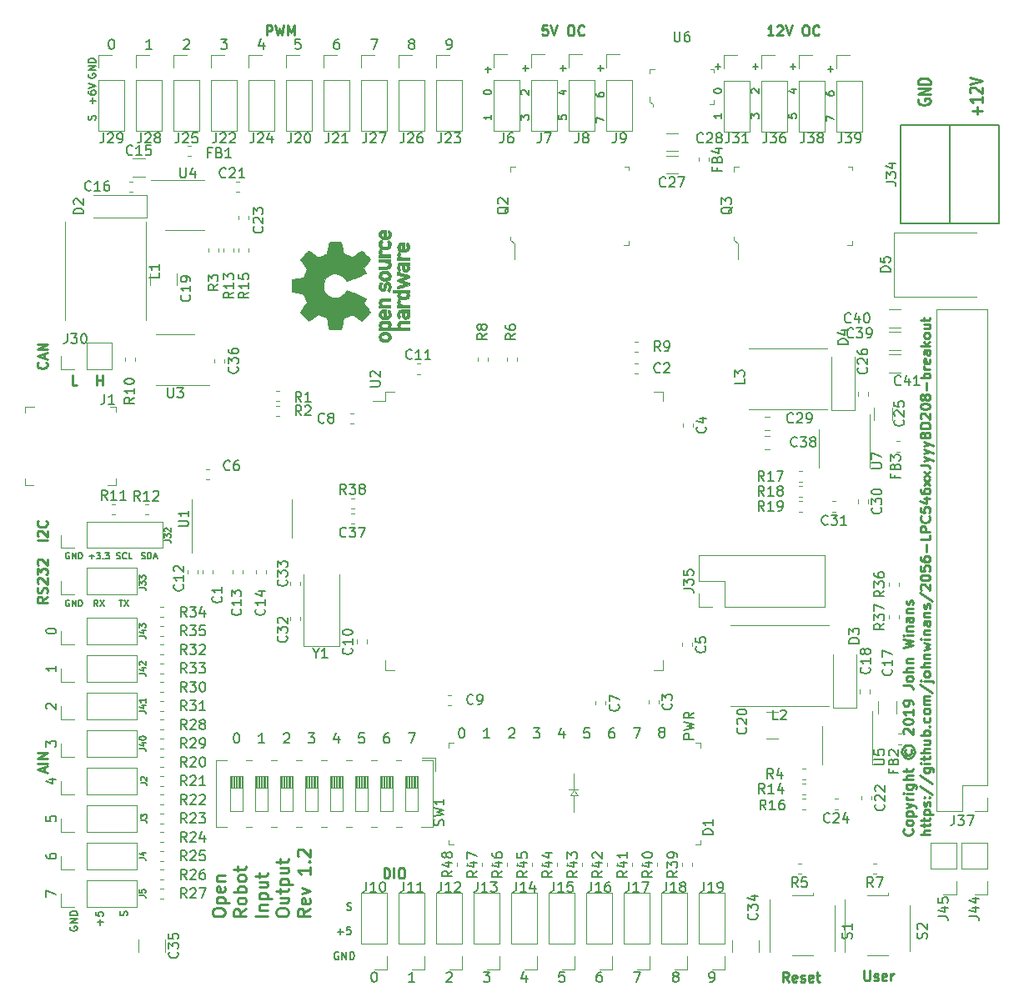
<source format=gto>
G04 #@! TF.GenerationSoftware,KiCad,Pcbnew,5.1.4-e60b266~84~ubuntu18.04.1*
G04 #@! TF.CreationDate,2019-11-04T13:45:43-06:00*
G04 #@! TF.ProjectId,2056-LPC546xxJyyyBD208-breakout,32303536-2d4c-4504-9335-343678784a79,rev?*
G04 #@! TF.SameCoordinates,Original*
G04 #@! TF.FileFunction,Legend,Top*
G04 #@! TF.FilePolarity,Positive*
%FSLAX46Y46*%
G04 Gerber Fmt 4.6, Leading zero omitted, Abs format (unit mm)*
G04 Created by KiCad (PCBNEW 5.1.4-e60b266~84~ubuntu18.04.1) date 2019-11-04 13:45:43*
%MOMM*%
%LPD*%
G04 APERTURE LIST*
%ADD10C,0.250000*%
%ADD11C,0.150000*%
%ADD12C,0.254000*%
%ADD13C,0.203200*%
%ADD14C,0.190500*%
%ADD15C,0.120000*%
%ADD16C,0.100000*%
%ADD17C,0.010000*%
G04 APERTURE END LIST*
D10*
X112768190Y-138120380D02*
X112768190Y-137120380D01*
X113006285Y-137120380D01*
X113149142Y-137168000D01*
X113244380Y-137263238D01*
X113292000Y-137358476D01*
X113339619Y-137548952D01*
X113339619Y-137691809D01*
X113292000Y-137882285D01*
X113244380Y-137977523D01*
X113149142Y-138072761D01*
X113006285Y-138120380D01*
X112768190Y-138120380D01*
X113768190Y-138120380D02*
X113768190Y-137120380D01*
X114434857Y-137120380D02*
X114625333Y-137120380D01*
X114720571Y-137168000D01*
X114815809Y-137263238D01*
X114863428Y-137453714D01*
X114863428Y-137787047D01*
X114815809Y-137977523D01*
X114720571Y-138072761D01*
X114625333Y-138120380D01*
X114434857Y-138120380D01*
X114339619Y-138072761D01*
X114244380Y-137977523D01*
X114196761Y-137787047D01*
X114196761Y-137453714D01*
X114244380Y-137263238D01*
X114339619Y-137168000D01*
X114434857Y-137120380D01*
X78271666Y-127365000D02*
X78271666Y-126888809D01*
X78557380Y-127460238D02*
X77557380Y-127126904D01*
X78557380Y-126793571D01*
X78557380Y-126460238D02*
X77557380Y-126460238D01*
X78557380Y-125984047D02*
X77557380Y-125984047D01*
X78557380Y-125412619D01*
X77557380Y-125412619D01*
D11*
X144216380Y-124015333D02*
X143216380Y-124015333D01*
X143216380Y-123634380D01*
X143264000Y-123539142D01*
X143311619Y-123491523D01*
X143406857Y-123443904D01*
X143549714Y-123443904D01*
X143644952Y-123491523D01*
X143692571Y-123539142D01*
X143740190Y-123634380D01*
X143740190Y-124015333D01*
X143216380Y-123110571D02*
X144216380Y-122872476D01*
X143502095Y-122682000D01*
X144216380Y-122491523D01*
X143216380Y-122253428D01*
X144216380Y-121301047D02*
X143740190Y-121634380D01*
X144216380Y-121872476D02*
X143216380Y-121872476D01*
X143216380Y-121491523D01*
X143264000Y-121396285D01*
X143311619Y-121348666D01*
X143406857Y-121301047D01*
X143549714Y-121301047D01*
X143644952Y-121348666D01*
X143692571Y-121396285D01*
X143740190Y-121491523D01*
X143740190Y-121872476D01*
X140874761Y-123261452D02*
X140779523Y-123213833D01*
X140731904Y-123166214D01*
X140684285Y-123070976D01*
X140684285Y-123023357D01*
X140731904Y-122928119D01*
X140779523Y-122880500D01*
X140874761Y-122832880D01*
X141065238Y-122832880D01*
X141160476Y-122880500D01*
X141208095Y-122928119D01*
X141255714Y-123023357D01*
X141255714Y-123070976D01*
X141208095Y-123166214D01*
X141160476Y-123213833D01*
X141065238Y-123261452D01*
X140874761Y-123261452D01*
X140779523Y-123309071D01*
X140731904Y-123356690D01*
X140684285Y-123451928D01*
X140684285Y-123642404D01*
X140731904Y-123737642D01*
X140779523Y-123785261D01*
X140874761Y-123832880D01*
X141065238Y-123832880D01*
X141160476Y-123785261D01*
X141208095Y-123737642D01*
X141255714Y-123642404D01*
X141255714Y-123451928D01*
X141208095Y-123356690D01*
X141160476Y-123309071D01*
X141065238Y-123261452D01*
X125444285Y-122991619D02*
X125491904Y-122944000D01*
X125587142Y-122896380D01*
X125825238Y-122896380D01*
X125920476Y-122944000D01*
X125968095Y-122991619D01*
X126015714Y-123086857D01*
X126015714Y-123182095D01*
X125968095Y-123324952D01*
X125396666Y-123896380D01*
X126015714Y-123896380D01*
X138096666Y-122896380D02*
X138763333Y-122896380D01*
X138334761Y-123896380D01*
X127936666Y-122896380D02*
X128555714Y-122896380D01*
X128222380Y-123277333D01*
X128365238Y-123277333D01*
X128460476Y-123324952D01*
X128508095Y-123372571D01*
X128555714Y-123467809D01*
X128555714Y-123705904D01*
X128508095Y-123801142D01*
X128460476Y-123848761D01*
X128365238Y-123896380D01*
X128079523Y-123896380D01*
X127984285Y-123848761D01*
X127936666Y-123801142D01*
X136080476Y-122896380D02*
X135890000Y-122896380D01*
X135794761Y-122944000D01*
X135747142Y-122991619D01*
X135651904Y-123134476D01*
X135604285Y-123324952D01*
X135604285Y-123705904D01*
X135651904Y-123801142D01*
X135699523Y-123848761D01*
X135794761Y-123896380D01*
X135985238Y-123896380D01*
X136080476Y-123848761D01*
X136128095Y-123801142D01*
X136175714Y-123705904D01*
X136175714Y-123467809D01*
X136128095Y-123372571D01*
X136080476Y-123324952D01*
X135985238Y-123277333D01*
X135794761Y-123277333D01*
X135699523Y-123324952D01*
X135651904Y-123372571D01*
X135604285Y-123467809D01*
X131000476Y-123229714D02*
X131000476Y-123896380D01*
X130762380Y-122848761D02*
X130524285Y-123563047D01*
X131143333Y-123563047D01*
X133588095Y-122896380D02*
X133111904Y-122896380D01*
X133064285Y-123372571D01*
X133111904Y-123324952D01*
X133207142Y-123277333D01*
X133445238Y-123277333D01*
X133540476Y-123324952D01*
X133588095Y-123372571D01*
X133635714Y-123467809D01*
X133635714Y-123705904D01*
X133588095Y-123801142D01*
X133540476Y-123848761D01*
X133445238Y-123896380D01*
X133207142Y-123896380D01*
X133111904Y-123848761D01*
X133064285Y-123801142D01*
X120602380Y-122896380D02*
X120697619Y-122896380D01*
X120792857Y-122944000D01*
X120840476Y-122991619D01*
X120888095Y-123086857D01*
X120935714Y-123277333D01*
X120935714Y-123515428D01*
X120888095Y-123705904D01*
X120840476Y-123801142D01*
X120792857Y-123848761D01*
X120697619Y-123896380D01*
X120602380Y-123896380D01*
X120507142Y-123848761D01*
X120459523Y-123801142D01*
X120411904Y-123705904D01*
X120364285Y-123515428D01*
X120364285Y-123277333D01*
X120411904Y-123086857D01*
X120459523Y-122991619D01*
X120507142Y-122944000D01*
X120602380Y-122896380D01*
X123475714Y-123896380D02*
X122904285Y-123896380D01*
X123190000Y-123896380D02*
X123190000Y-122896380D01*
X123094761Y-123039238D01*
X122999523Y-123134476D01*
X122904285Y-123182095D01*
X115236666Y-123404380D02*
X115903333Y-123404380D01*
X115474761Y-124404380D01*
X113220476Y-123404380D02*
X113030000Y-123404380D01*
X112934761Y-123452000D01*
X112887142Y-123499619D01*
X112791904Y-123642476D01*
X112744285Y-123832952D01*
X112744285Y-124213904D01*
X112791904Y-124309142D01*
X112839523Y-124356761D01*
X112934761Y-124404380D01*
X113125238Y-124404380D01*
X113220476Y-124356761D01*
X113268095Y-124309142D01*
X113315714Y-124213904D01*
X113315714Y-123975809D01*
X113268095Y-123880571D01*
X113220476Y-123832952D01*
X113125238Y-123785333D01*
X112934761Y-123785333D01*
X112839523Y-123832952D01*
X112791904Y-123880571D01*
X112744285Y-123975809D01*
X110728095Y-123404380D02*
X110251904Y-123404380D01*
X110204285Y-123880571D01*
X110251904Y-123832952D01*
X110347142Y-123785333D01*
X110585238Y-123785333D01*
X110680476Y-123832952D01*
X110728095Y-123880571D01*
X110775714Y-123975809D01*
X110775714Y-124213904D01*
X110728095Y-124309142D01*
X110680476Y-124356761D01*
X110585238Y-124404380D01*
X110347142Y-124404380D01*
X110251904Y-124356761D01*
X110204285Y-124309142D01*
X108140476Y-123737714D02*
X108140476Y-124404380D01*
X107902380Y-123356761D02*
X107664285Y-124071047D01*
X108283333Y-124071047D01*
X105076666Y-123404380D02*
X105695714Y-123404380D01*
X105362380Y-123785333D01*
X105505238Y-123785333D01*
X105600476Y-123832952D01*
X105648095Y-123880571D01*
X105695714Y-123975809D01*
X105695714Y-124213904D01*
X105648095Y-124309142D01*
X105600476Y-124356761D01*
X105505238Y-124404380D01*
X105219523Y-124404380D01*
X105124285Y-124356761D01*
X105076666Y-124309142D01*
X102584285Y-123499619D02*
X102631904Y-123452000D01*
X102727142Y-123404380D01*
X102965238Y-123404380D01*
X103060476Y-123452000D01*
X103108095Y-123499619D01*
X103155714Y-123594857D01*
X103155714Y-123690095D01*
X103108095Y-123832952D01*
X102536666Y-124404380D01*
X103155714Y-124404380D01*
X100615714Y-124404380D02*
X100044285Y-124404380D01*
X100330000Y-124404380D02*
X100330000Y-123404380D01*
X100234761Y-123547238D01*
X100139523Y-123642476D01*
X100044285Y-123690095D01*
X97742380Y-123404380D02*
X97837619Y-123404380D01*
X97932857Y-123452000D01*
X97980476Y-123499619D01*
X98028095Y-123594857D01*
X98075714Y-123785333D01*
X98075714Y-124023428D01*
X98028095Y-124213904D01*
X97980476Y-124309142D01*
X97932857Y-124356761D01*
X97837619Y-124404380D01*
X97742380Y-124404380D01*
X97647142Y-124356761D01*
X97599523Y-124309142D01*
X97551904Y-124213904D01*
X97504285Y-124023428D01*
X97504285Y-123785333D01*
X97551904Y-123594857D01*
X97599523Y-123499619D01*
X97647142Y-123452000D01*
X97742380Y-123404380D01*
X109437714Y-140661571D02*
X109328857Y-140625285D01*
X109147428Y-140625285D01*
X109074857Y-140661571D01*
X109038571Y-140697857D01*
X109002285Y-140770428D01*
X109002285Y-140843000D01*
X109038571Y-140915571D01*
X109074857Y-140951857D01*
X109147428Y-140988142D01*
X109292571Y-141024428D01*
X109365142Y-141060714D01*
X109401428Y-141097000D01*
X109437714Y-141169571D01*
X109437714Y-141242142D01*
X109401428Y-141314714D01*
X109365142Y-141351000D01*
X109292571Y-141387285D01*
X109111142Y-141387285D01*
X109002285Y-141351000D01*
X108058857Y-143564428D02*
X108639428Y-143564428D01*
X108349142Y-143854714D02*
X108349142Y-143274142D01*
X109365142Y-143092714D02*
X109002285Y-143092714D01*
X108966000Y-143455571D01*
X109002285Y-143419285D01*
X109074857Y-143383000D01*
X109256285Y-143383000D01*
X109328857Y-143419285D01*
X109365142Y-143455571D01*
X109401428Y-143528142D01*
X109401428Y-143709571D01*
X109365142Y-143782142D01*
X109328857Y-143818428D01*
X109256285Y-143854714D01*
X109074857Y-143854714D01*
X109002285Y-143818428D01*
X108966000Y-143782142D01*
X108131428Y-145669000D02*
X108058857Y-145632714D01*
X107950000Y-145632714D01*
X107841142Y-145669000D01*
X107768571Y-145741571D01*
X107732285Y-145814142D01*
X107696000Y-145959285D01*
X107696000Y-146068142D01*
X107732285Y-146213285D01*
X107768571Y-146285857D01*
X107841142Y-146358428D01*
X107950000Y-146394714D01*
X108022571Y-146394714D01*
X108131428Y-146358428D01*
X108167714Y-146322142D01*
X108167714Y-146068142D01*
X108022571Y-146068142D01*
X108494285Y-146394714D02*
X108494285Y-145632714D01*
X108929714Y-146394714D01*
X108929714Y-145632714D01*
X109292571Y-146394714D02*
X109292571Y-145632714D01*
X109474000Y-145632714D01*
X109582857Y-145669000D01*
X109655428Y-145741571D01*
X109691714Y-145814142D01*
X109728000Y-145959285D01*
X109728000Y-146068142D01*
X109691714Y-146213285D01*
X109655428Y-146285857D01*
X109582857Y-146358428D01*
X109474000Y-146394714D01*
X109292571Y-146394714D01*
D12*
X173001214Y-60552995D02*
X173001214Y-59778900D01*
X173485023Y-60165947D02*
X172517404Y-60165947D01*
X173485023Y-58762900D02*
X173485023Y-59343471D01*
X173485023Y-59053185D02*
X172215023Y-59053185D01*
X172396452Y-59149947D01*
X172517404Y-59246709D01*
X172577880Y-59343471D01*
X172335976Y-58375852D02*
X172275500Y-58327471D01*
X172215023Y-58230709D01*
X172215023Y-57988804D01*
X172275500Y-57892042D01*
X172335976Y-57843661D01*
X172456928Y-57795280D01*
X172577880Y-57795280D01*
X172759309Y-57843661D01*
X173485023Y-58424233D01*
X173485023Y-57795280D01*
X172215023Y-57504995D02*
X173485023Y-57166328D01*
X172215023Y-56827661D01*
X167005000Y-59004804D02*
X166944523Y-59101566D01*
X166944523Y-59246709D01*
X167005000Y-59391852D01*
X167125952Y-59488614D01*
X167246904Y-59536995D01*
X167488809Y-59585376D01*
X167670238Y-59585376D01*
X167912142Y-59536995D01*
X168033095Y-59488614D01*
X168154047Y-59391852D01*
X168214523Y-59246709D01*
X168214523Y-59149947D01*
X168154047Y-59004804D01*
X168093571Y-58956423D01*
X167670238Y-58956423D01*
X167670238Y-59149947D01*
X168214523Y-58520995D02*
X166944523Y-58520995D01*
X168214523Y-57940423D01*
X166944523Y-57940423D01*
X168214523Y-57456614D02*
X166944523Y-57456614D01*
X166944523Y-57214709D01*
X167005000Y-57069566D01*
X167125952Y-56972804D01*
X167246904Y-56924423D01*
X167488809Y-56876042D01*
X167670238Y-56876042D01*
X167912142Y-56924423D01*
X168033095Y-56972804D01*
X168154047Y-57069566D01*
X168214523Y-57214709D01*
X168214523Y-57456614D01*
D10*
X161512428Y-147534380D02*
X161512428Y-148343904D01*
X161560047Y-148439142D01*
X161607666Y-148486761D01*
X161702904Y-148534380D01*
X161893380Y-148534380D01*
X161988619Y-148486761D01*
X162036238Y-148439142D01*
X162083857Y-148343904D01*
X162083857Y-147534380D01*
X162512428Y-148486761D02*
X162607666Y-148534380D01*
X162798142Y-148534380D01*
X162893380Y-148486761D01*
X162941000Y-148391523D01*
X162941000Y-148343904D01*
X162893380Y-148248666D01*
X162798142Y-148201047D01*
X162655285Y-148201047D01*
X162560047Y-148153428D01*
X162512428Y-148058190D01*
X162512428Y-148010571D01*
X162560047Y-147915333D01*
X162655285Y-147867714D01*
X162798142Y-147867714D01*
X162893380Y-147915333D01*
X163750523Y-148486761D02*
X163655285Y-148534380D01*
X163464809Y-148534380D01*
X163369571Y-148486761D01*
X163321952Y-148391523D01*
X163321952Y-148010571D01*
X163369571Y-147915333D01*
X163464809Y-147867714D01*
X163655285Y-147867714D01*
X163750523Y-147915333D01*
X163798142Y-148010571D01*
X163798142Y-148105809D01*
X163321952Y-148201047D01*
X164226714Y-148534380D02*
X164226714Y-147867714D01*
X164226714Y-148058190D02*
X164274333Y-147962952D01*
X164321952Y-147915333D01*
X164417190Y-147867714D01*
X164512428Y-147867714D01*
X153828904Y-148661380D02*
X153495571Y-148185190D01*
X153257476Y-148661380D02*
X153257476Y-147661380D01*
X153638428Y-147661380D01*
X153733666Y-147709000D01*
X153781285Y-147756619D01*
X153828904Y-147851857D01*
X153828904Y-147994714D01*
X153781285Y-148089952D01*
X153733666Y-148137571D01*
X153638428Y-148185190D01*
X153257476Y-148185190D01*
X154638428Y-148613761D02*
X154543190Y-148661380D01*
X154352714Y-148661380D01*
X154257476Y-148613761D01*
X154209857Y-148518523D01*
X154209857Y-148137571D01*
X154257476Y-148042333D01*
X154352714Y-147994714D01*
X154543190Y-147994714D01*
X154638428Y-148042333D01*
X154686047Y-148137571D01*
X154686047Y-148232809D01*
X154209857Y-148328047D01*
X155067000Y-148613761D02*
X155162238Y-148661380D01*
X155352714Y-148661380D01*
X155447952Y-148613761D01*
X155495571Y-148518523D01*
X155495571Y-148470904D01*
X155447952Y-148375666D01*
X155352714Y-148328047D01*
X155209857Y-148328047D01*
X155114619Y-148280428D01*
X155067000Y-148185190D01*
X155067000Y-148137571D01*
X155114619Y-148042333D01*
X155209857Y-147994714D01*
X155352714Y-147994714D01*
X155447952Y-148042333D01*
X156305095Y-148613761D02*
X156209857Y-148661380D01*
X156019380Y-148661380D01*
X155924142Y-148613761D01*
X155876523Y-148518523D01*
X155876523Y-148137571D01*
X155924142Y-148042333D01*
X156019380Y-147994714D01*
X156209857Y-147994714D01*
X156305095Y-148042333D01*
X156352714Y-148137571D01*
X156352714Y-148232809D01*
X155876523Y-148328047D01*
X156638428Y-147994714D02*
X157019380Y-147994714D01*
X156781285Y-147661380D02*
X156781285Y-148518523D01*
X156828904Y-148613761D01*
X156924142Y-148661380D01*
X157019380Y-148661380D01*
D11*
X78446380Y-140033333D02*
X78446380Y-139366666D01*
X79446380Y-139795238D01*
X78446380Y-135699523D02*
X78446380Y-135890000D01*
X78494000Y-135985238D01*
X78541619Y-136032857D01*
X78684476Y-136128095D01*
X78874952Y-136175714D01*
X79255904Y-136175714D01*
X79351142Y-136128095D01*
X79398761Y-136080476D01*
X79446380Y-135985238D01*
X79446380Y-135794761D01*
X79398761Y-135699523D01*
X79351142Y-135651904D01*
X79255904Y-135604285D01*
X79017809Y-135604285D01*
X78922571Y-135651904D01*
X78874952Y-135699523D01*
X78827333Y-135794761D01*
X78827333Y-135985238D01*
X78874952Y-136080476D01*
X78922571Y-136128095D01*
X79017809Y-136175714D01*
X78446380Y-131841904D02*
X78446380Y-132318095D01*
X78922571Y-132365714D01*
X78874952Y-132318095D01*
X78827333Y-132222857D01*
X78827333Y-131984761D01*
X78874952Y-131889523D01*
X78922571Y-131841904D01*
X79017809Y-131794285D01*
X79255904Y-131794285D01*
X79351142Y-131841904D01*
X79398761Y-131889523D01*
X79446380Y-131984761D01*
X79446380Y-132222857D01*
X79398761Y-132318095D01*
X79351142Y-132365714D01*
X78779714Y-128079523D02*
X79446380Y-128079523D01*
X78398761Y-128317619D02*
X79113047Y-128555714D01*
X79113047Y-127936666D01*
X78446380Y-124793333D02*
X78446380Y-124174285D01*
X78827333Y-124507619D01*
X78827333Y-124364761D01*
X78874952Y-124269523D01*
X78922571Y-124221904D01*
X79017809Y-124174285D01*
X79255904Y-124174285D01*
X79351142Y-124221904D01*
X79398761Y-124269523D01*
X79446380Y-124364761D01*
X79446380Y-124650476D01*
X79398761Y-124745714D01*
X79351142Y-124793333D01*
X78541619Y-120935714D02*
X78494000Y-120888095D01*
X78446380Y-120792857D01*
X78446380Y-120554761D01*
X78494000Y-120459523D01*
X78541619Y-120411904D01*
X78636857Y-120364285D01*
X78732095Y-120364285D01*
X78874952Y-120411904D01*
X79446380Y-120983333D01*
X79446380Y-120364285D01*
X79446380Y-116554285D02*
X79446380Y-117125714D01*
X79446380Y-116840000D02*
X78446380Y-116840000D01*
X78589238Y-116935238D01*
X78684476Y-117030476D01*
X78732095Y-117125714D01*
X78446380Y-113077619D02*
X78446380Y-112982380D01*
X78494000Y-112887142D01*
X78541619Y-112839523D01*
X78636857Y-112791904D01*
X78827333Y-112744285D01*
X79065428Y-112744285D01*
X79255904Y-112791904D01*
X79351142Y-112839523D01*
X79398761Y-112887142D01*
X79446380Y-112982380D01*
X79446380Y-113077619D01*
X79398761Y-113172857D01*
X79351142Y-113220476D01*
X79255904Y-113268095D01*
X79065428Y-113315714D01*
X78827333Y-113315714D01*
X78636857Y-113268095D01*
X78541619Y-113220476D01*
X78494000Y-113172857D01*
X78446380Y-113077619D01*
X86668428Y-141949714D02*
X86704714Y-141840857D01*
X86704714Y-141659428D01*
X86668428Y-141586857D01*
X86632142Y-141550571D01*
X86559571Y-141514285D01*
X86487000Y-141514285D01*
X86414428Y-141550571D01*
X86378142Y-141586857D01*
X86341857Y-141659428D01*
X86305571Y-141804571D01*
X86269285Y-141877142D01*
X86233000Y-141913428D01*
X86160428Y-141949714D01*
X86087857Y-141949714D01*
X86015285Y-141913428D01*
X85979000Y-141877142D01*
X85942714Y-141804571D01*
X85942714Y-141623142D01*
X85979000Y-141514285D01*
X83937928Y-142893142D02*
X83937928Y-142312571D01*
X84228214Y-142602857D02*
X83647642Y-142602857D01*
X83466214Y-141586857D02*
X83466214Y-141949714D01*
X83829071Y-141986000D01*
X83792785Y-141949714D01*
X83756500Y-141877142D01*
X83756500Y-141695714D01*
X83792785Y-141623142D01*
X83829071Y-141586857D01*
X83901642Y-141550571D01*
X84083071Y-141550571D01*
X84155642Y-141586857D01*
X84191928Y-141623142D01*
X84228214Y-141695714D01*
X84228214Y-141877142D01*
X84191928Y-141949714D01*
X84155642Y-141986000D01*
X80899000Y-143074571D02*
X80862714Y-143147142D01*
X80862714Y-143256000D01*
X80899000Y-143364857D01*
X80971571Y-143437428D01*
X81044142Y-143473714D01*
X81189285Y-143510000D01*
X81298142Y-143510000D01*
X81443285Y-143473714D01*
X81515857Y-143437428D01*
X81588428Y-143364857D01*
X81624714Y-143256000D01*
X81624714Y-143183428D01*
X81588428Y-143074571D01*
X81552142Y-143038285D01*
X81298142Y-143038285D01*
X81298142Y-143183428D01*
X81624714Y-142711714D02*
X80862714Y-142711714D01*
X81624714Y-142276285D01*
X80862714Y-142276285D01*
X81624714Y-141913428D02*
X80862714Y-141913428D01*
X80862714Y-141732000D01*
X80899000Y-141623142D01*
X80971571Y-141550571D01*
X81044142Y-141514285D01*
X81189285Y-141478000D01*
X81298142Y-141478000D01*
X81443285Y-141514285D01*
X81515857Y-141550571D01*
X81588428Y-141623142D01*
X81624714Y-141732000D01*
X81624714Y-141913428D01*
X85876190Y-109888261D02*
X86239047Y-109888261D01*
X86057619Y-110523261D02*
X86057619Y-109888261D01*
X86390238Y-109888261D02*
X86813571Y-110523261D01*
X86813571Y-109888261D02*
X86390238Y-110523261D01*
X83714166Y-110523261D02*
X83502500Y-110220880D01*
X83351309Y-110523261D02*
X83351309Y-109888261D01*
X83593214Y-109888261D01*
X83653690Y-109918500D01*
X83683928Y-109948738D01*
X83714166Y-110009214D01*
X83714166Y-110099928D01*
X83683928Y-110160404D01*
X83653690Y-110190642D01*
X83593214Y-110220880D01*
X83351309Y-110220880D01*
X83925833Y-109888261D02*
X84349166Y-110523261D01*
X84349166Y-109888261D02*
X83925833Y-110523261D01*
X80796190Y-109918500D02*
X80735714Y-109888261D01*
X80645000Y-109888261D01*
X80554285Y-109918500D01*
X80493809Y-109978976D01*
X80463571Y-110039452D01*
X80433333Y-110160404D01*
X80433333Y-110251119D01*
X80463571Y-110372071D01*
X80493809Y-110432547D01*
X80554285Y-110493023D01*
X80645000Y-110523261D01*
X80705476Y-110523261D01*
X80796190Y-110493023D01*
X80826428Y-110462785D01*
X80826428Y-110251119D01*
X80705476Y-110251119D01*
X81098571Y-110523261D02*
X81098571Y-109888261D01*
X81461428Y-110523261D01*
X81461428Y-109888261D01*
X81763809Y-110523261D02*
X81763809Y-109888261D01*
X81915000Y-109888261D01*
X82005714Y-109918500D01*
X82066190Y-109978976D01*
X82096428Y-110039452D01*
X82126666Y-110160404D01*
X82126666Y-110251119D01*
X82096428Y-110372071D01*
X82066190Y-110432547D01*
X82005714Y-110493023D01*
X81915000Y-110523261D01*
X81763809Y-110523261D01*
X80796190Y-105092500D02*
X80735714Y-105062261D01*
X80645000Y-105062261D01*
X80554285Y-105092500D01*
X80493809Y-105152976D01*
X80463571Y-105213452D01*
X80433333Y-105334404D01*
X80433333Y-105425119D01*
X80463571Y-105546071D01*
X80493809Y-105606547D01*
X80554285Y-105667023D01*
X80645000Y-105697261D01*
X80705476Y-105697261D01*
X80796190Y-105667023D01*
X80826428Y-105636785D01*
X80826428Y-105425119D01*
X80705476Y-105425119D01*
X81098571Y-105697261D02*
X81098571Y-105062261D01*
X81461428Y-105697261D01*
X81461428Y-105062261D01*
X81763809Y-105697261D02*
X81763809Y-105062261D01*
X81915000Y-105062261D01*
X82005714Y-105092500D01*
X82066190Y-105152976D01*
X82096428Y-105213452D01*
X82126666Y-105334404D01*
X82126666Y-105425119D01*
X82096428Y-105546071D01*
X82066190Y-105606547D01*
X82005714Y-105667023D01*
X81915000Y-105697261D01*
X81763809Y-105697261D01*
X82822142Y-105455357D02*
X83305952Y-105455357D01*
X83064047Y-105697261D02*
X83064047Y-105213452D01*
X83547857Y-105062261D02*
X83940952Y-105062261D01*
X83729285Y-105304166D01*
X83820000Y-105304166D01*
X83880476Y-105334404D01*
X83910714Y-105364642D01*
X83940952Y-105425119D01*
X83940952Y-105576309D01*
X83910714Y-105636785D01*
X83880476Y-105667023D01*
X83820000Y-105697261D01*
X83638571Y-105697261D01*
X83578095Y-105667023D01*
X83547857Y-105636785D01*
X84213095Y-105636785D02*
X84243333Y-105667023D01*
X84213095Y-105697261D01*
X84182857Y-105667023D01*
X84213095Y-105636785D01*
X84213095Y-105697261D01*
X84455000Y-105062261D02*
X84848095Y-105062261D01*
X84636428Y-105304166D01*
X84727142Y-105304166D01*
X84787619Y-105334404D01*
X84817857Y-105364642D01*
X84848095Y-105425119D01*
X84848095Y-105576309D01*
X84817857Y-105636785D01*
X84787619Y-105667023D01*
X84727142Y-105697261D01*
X84545714Y-105697261D01*
X84485238Y-105667023D01*
X84455000Y-105636785D01*
X88128928Y-105667023D02*
X88219642Y-105697261D01*
X88370833Y-105697261D01*
X88431309Y-105667023D01*
X88461547Y-105636785D01*
X88491785Y-105576309D01*
X88491785Y-105515833D01*
X88461547Y-105455357D01*
X88431309Y-105425119D01*
X88370833Y-105394880D01*
X88249880Y-105364642D01*
X88189404Y-105334404D01*
X88159166Y-105304166D01*
X88128928Y-105243690D01*
X88128928Y-105183214D01*
X88159166Y-105122738D01*
X88189404Y-105092500D01*
X88249880Y-105062261D01*
X88401071Y-105062261D01*
X88491785Y-105092500D01*
X88763928Y-105697261D02*
X88763928Y-105062261D01*
X88915119Y-105062261D01*
X89005833Y-105092500D01*
X89066309Y-105152976D01*
X89096547Y-105213452D01*
X89126785Y-105334404D01*
X89126785Y-105425119D01*
X89096547Y-105546071D01*
X89066309Y-105606547D01*
X89005833Y-105667023D01*
X88915119Y-105697261D01*
X88763928Y-105697261D01*
X89368690Y-105515833D02*
X89671071Y-105515833D01*
X89308214Y-105697261D02*
X89519880Y-105062261D01*
X89731547Y-105697261D01*
X85604047Y-105667023D02*
X85694761Y-105697261D01*
X85845952Y-105697261D01*
X85906428Y-105667023D01*
X85936666Y-105636785D01*
X85966904Y-105576309D01*
X85966904Y-105515833D01*
X85936666Y-105455357D01*
X85906428Y-105425119D01*
X85845952Y-105394880D01*
X85725000Y-105364642D01*
X85664523Y-105334404D01*
X85634285Y-105304166D01*
X85604047Y-105243690D01*
X85604047Y-105183214D01*
X85634285Y-105122738D01*
X85664523Y-105092500D01*
X85725000Y-105062261D01*
X85876190Y-105062261D01*
X85966904Y-105092500D01*
X86601904Y-105636785D02*
X86571666Y-105667023D01*
X86480952Y-105697261D01*
X86420476Y-105697261D01*
X86329761Y-105667023D01*
X86269285Y-105606547D01*
X86239047Y-105546071D01*
X86208809Y-105425119D01*
X86208809Y-105334404D01*
X86239047Y-105213452D01*
X86269285Y-105152976D01*
X86329761Y-105092500D01*
X86420476Y-105062261D01*
X86480952Y-105062261D01*
X86571666Y-105092500D01*
X86601904Y-105122738D01*
X87176428Y-105697261D02*
X86874047Y-105697261D01*
X86874047Y-105062261D01*
D10*
X78557380Y-109545238D02*
X78081190Y-109878571D01*
X78557380Y-110116666D02*
X77557380Y-110116666D01*
X77557380Y-109735714D01*
X77605000Y-109640476D01*
X77652619Y-109592857D01*
X77747857Y-109545238D01*
X77890714Y-109545238D01*
X77985952Y-109592857D01*
X78033571Y-109640476D01*
X78081190Y-109735714D01*
X78081190Y-110116666D01*
X78509761Y-109164285D02*
X78557380Y-109021428D01*
X78557380Y-108783333D01*
X78509761Y-108688095D01*
X78462142Y-108640476D01*
X78366904Y-108592857D01*
X78271666Y-108592857D01*
X78176428Y-108640476D01*
X78128809Y-108688095D01*
X78081190Y-108783333D01*
X78033571Y-108973809D01*
X77985952Y-109069047D01*
X77938333Y-109116666D01*
X77843095Y-109164285D01*
X77747857Y-109164285D01*
X77652619Y-109116666D01*
X77605000Y-109069047D01*
X77557380Y-108973809D01*
X77557380Y-108735714D01*
X77605000Y-108592857D01*
X77652619Y-108211904D02*
X77605000Y-108164285D01*
X77557380Y-108069047D01*
X77557380Y-107830952D01*
X77605000Y-107735714D01*
X77652619Y-107688095D01*
X77747857Y-107640476D01*
X77843095Y-107640476D01*
X77985952Y-107688095D01*
X78557380Y-108259523D01*
X78557380Y-107640476D01*
X77557380Y-107307142D02*
X77557380Y-106688095D01*
X77938333Y-107021428D01*
X77938333Y-106878571D01*
X77985952Y-106783333D01*
X78033571Y-106735714D01*
X78128809Y-106688095D01*
X78366904Y-106688095D01*
X78462142Y-106735714D01*
X78509761Y-106783333D01*
X78557380Y-106878571D01*
X78557380Y-107164285D01*
X78509761Y-107259523D01*
X78462142Y-107307142D01*
X77652619Y-106307142D02*
X77605000Y-106259523D01*
X77557380Y-106164285D01*
X77557380Y-105926190D01*
X77605000Y-105830952D01*
X77652619Y-105783333D01*
X77747857Y-105735714D01*
X77843095Y-105735714D01*
X77985952Y-105783333D01*
X78557380Y-106354761D01*
X78557380Y-105735714D01*
X78557380Y-103846190D02*
X77557380Y-103846190D01*
X77652619Y-103417619D02*
X77605000Y-103370000D01*
X77557380Y-103274761D01*
X77557380Y-103036666D01*
X77605000Y-102941428D01*
X77652619Y-102893809D01*
X77747857Y-102846190D01*
X77843095Y-102846190D01*
X77985952Y-102893809D01*
X78557380Y-103465238D01*
X78557380Y-102846190D01*
X78462142Y-101846190D02*
X78509761Y-101893809D01*
X78557380Y-102036666D01*
X78557380Y-102131904D01*
X78509761Y-102274761D01*
X78414523Y-102370000D01*
X78319285Y-102417619D01*
X78128809Y-102465238D01*
X77985952Y-102465238D01*
X77795476Y-102417619D01*
X77700238Y-102370000D01*
X77605000Y-102274761D01*
X77557380Y-102131904D01*
X77557380Y-102036666D01*
X77605000Y-101893809D01*
X77652619Y-101846190D01*
X83597785Y-88082380D02*
X83597785Y-87082380D01*
X83597785Y-87558571D02*
X84169214Y-87558571D01*
X84169214Y-88082380D02*
X84169214Y-87082380D01*
X81589523Y-88082380D02*
X81113333Y-88082380D01*
X81113333Y-87082380D01*
X78462142Y-85732857D02*
X78509761Y-85780476D01*
X78557380Y-85923333D01*
X78557380Y-86018571D01*
X78509761Y-86161428D01*
X78414523Y-86256666D01*
X78319285Y-86304285D01*
X78128809Y-86351904D01*
X77985952Y-86351904D01*
X77795476Y-86304285D01*
X77700238Y-86256666D01*
X77605000Y-86161428D01*
X77557380Y-86018571D01*
X77557380Y-85923333D01*
X77605000Y-85780476D01*
X77652619Y-85732857D01*
X78271666Y-85351904D02*
X78271666Y-84875714D01*
X78557380Y-85447142D02*
X77557380Y-85113809D01*
X78557380Y-84780476D01*
X78557380Y-84447142D02*
X77557380Y-84447142D01*
X78557380Y-83875714D01*
X77557380Y-83875714D01*
D11*
X145859523Y-148661380D02*
X146050000Y-148661380D01*
X146145238Y-148613761D01*
X146192857Y-148566142D01*
X146288095Y-148423285D01*
X146335714Y-148232809D01*
X146335714Y-147851857D01*
X146288095Y-147756619D01*
X146240476Y-147709000D01*
X146145238Y-147661380D01*
X145954761Y-147661380D01*
X145859523Y-147709000D01*
X145811904Y-147756619D01*
X145764285Y-147851857D01*
X145764285Y-148089952D01*
X145811904Y-148185190D01*
X145859523Y-148232809D01*
X145954761Y-148280428D01*
X146145238Y-148280428D01*
X146240476Y-148232809D01*
X146288095Y-148185190D01*
X146335714Y-148089952D01*
X142271761Y-148089952D02*
X142176523Y-148042333D01*
X142128904Y-147994714D01*
X142081285Y-147899476D01*
X142081285Y-147851857D01*
X142128904Y-147756619D01*
X142176523Y-147709000D01*
X142271761Y-147661380D01*
X142462238Y-147661380D01*
X142557476Y-147709000D01*
X142605095Y-147756619D01*
X142652714Y-147851857D01*
X142652714Y-147899476D01*
X142605095Y-147994714D01*
X142557476Y-148042333D01*
X142462238Y-148089952D01*
X142271761Y-148089952D01*
X142176523Y-148137571D01*
X142128904Y-148185190D01*
X142081285Y-148280428D01*
X142081285Y-148470904D01*
X142128904Y-148566142D01*
X142176523Y-148613761D01*
X142271761Y-148661380D01*
X142462238Y-148661380D01*
X142557476Y-148613761D01*
X142605095Y-148566142D01*
X142652714Y-148470904D01*
X142652714Y-148280428D01*
X142605095Y-148185190D01*
X142557476Y-148137571D01*
X142462238Y-148089952D01*
X138096666Y-147661380D02*
X138763333Y-147661380D01*
X138334761Y-148661380D01*
X134810476Y-147661380D02*
X134620000Y-147661380D01*
X134524761Y-147709000D01*
X134477142Y-147756619D01*
X134381904Y-147899476D01*
X134334285Y-148089952D01*
X134334285Y-148470904D01*
X134381904Y-148566142D01*
X134429523Y-148613761D01*
X134524761Y-148661380D01*
X134715238Y-148661380D01*
X134810476Y-148613761D01*
X134858095Y-148566142D01*
X134905714Y-148470904D01*
X134905714Y-148232809D01*
X134858095Y-148137571D01*
X134810476Y-148089952D01*
X134715238Y-148042333D01*
X134524761Y-148042333D01*
X134429523Y-148089952D01*
X134381904Y-148137571D01*
X134334285Y-148232809D01*
X131048095Y-147661380D02*
X130571904Y-147661380D01*
X130524285Y-148137571D01*
X130571904Y-148089952D01*
X130667142Y-148042333D01*
X130905238Y-148042333D01*
X131000476Y-148089952D01*
X131048095Y-148137571D01*
X131095714Y-148232809D01*
X131095714Y-148470904D01*
X131048095Y-148566142D01*
X131000476Y-148613761D01*
X130905238Y-148661380D01*
X130667142Y-148661380D01*
X130571904Y-148613761D01*
X130524285Y-148566142D01*
X127190476Y-147994714D02*
X127190476Y-148661380D01*
X126952380Y-147613761D02*
X126714285Y-148328047D01*
X127333333Y-148328047D01*
X122856666Y-147661380D02*
X123475714Y-147661380D01*
X123142380Y-148042333D01*
X123285238Y-148042333D01*
X123380476Y-148089952D01*
X123428095Y-148137571D01*
X123475714Y-148232809D01*
X123475714Y-148470904D01*
X123428095Y-148566142D01*
X123380476Y-148613761D01*
X123285238Y-148661380D01*
X122999523Y-148661380D01*
X122904285Y-148613761D01*
X122856666Y-148566142D01*
X119094285Y-147756619D02*
X119141904Y-147709000D01*
X119237142Y-147661380D01*
X119475238Y-147661380D01*
X119570476Y-147709000D01*
X119618095Y-147756619D01*
X119665714Y-147851857D01*
X119665714Y-147947095D01*
X119618095Y-148089952D01*
X119046666Y-148661380D01*
X119665714Y-148661380D01*
X115855714Y-148661380D02*
X115284285Y-148661380D01*
X115570000Y-148661380D02*
X115570000Y-147661380D01*
X115474761Y-147804238D01*
X115379523Y-147899476D01*
X115284285Y-147947095D01*
X111712380Y-147661380D02*
X111807619Y-147661380D01*
X111902857Y-147709000D01*
X111950476Y-147756619D01*
X111998095Y-147851857D01*
X112045714Y-148042333D01*
X112045714Y-148280428D01*
X111998095Y-148470904D01*
X111950476Y-148566142D01*
X111902857Y-148613761D01*
X111807619Y-148661380D01*
X111712380Y-148661380D01*
X111617142Y-148613761D01*
X111569523Y-148566142D01*
X111521904Y-148470904D01*
X111474285Y-148280428D01*
X111474285Y-148042333D01*
X111521904Y-147851857D01*
X111569523Y-147756619D01*
X111617142Y-147709000D01*
X111712380Y-147661380D01*
X119189523Y-53919380D02*
X119380000Y-53919380D01*
X119475238Y-53871761D01*
X119522857Y-53824142D01*
X119618095Y-53681285D01*
X119665714Y-53490809D01*
X119665714Y-53109857D01*
X119618095Y-53014619D01*
X119570476Y-52967000D01*
X119475238Y-52919380D01*
X119284761Y-52919380D01*
X119189523Y-52967000D01*
X119141904Y-53014619D01*
X119094285Y-53109857D01*
X119094285Y-53347952D01*
X119141904Y-53443190D01*
X119189523Y-53490809D01*
X119284761Y-53538428D01*
X119475238Y-53538428D01*
X119570476Y-53490809D01*
X119618095Y-53443190D01*
X119665714Y-53347952D01*
X115474761Y-53347952D02*
X115379523Y-53300333D01*
X115331904Y-53252714D01*
X115284285Y-53157476D01*
X115284285Y-53109857D01*
X115331904Y-53014619D01*
X115379523Y-52967000D01*
X115474761Y-52919380D01*
X115665238Y-52919380D01*
X115760476Y-52967000D01*
X115808095Y-53014619D01*
X115855714Y-53109857D01*
X115855714Y-53157476D01*
X115808095Y-53252714D01*
X115760476Y-53300333D01*
X115665238Y-53347952D01*
X115474761Y-53347952D01*
X115379523Y-53395571D01*
X115331904Y-53443190D01*
X115284285Y-53538428D01*
X115284285Y-53728904D01*
X115331904Y-53824142D01*
X115379523Y-53871761D01*
X115474761Y-53919380D01*
X115665238Y-53919380D01*
X115760476Y-53871761D01*
X115808095Y-53824142D01*
X115855714Y-53728904D01*
X115855714Y-53538428D01*
X115808095Y-53443190D01*
X115760476Y-53395571D01*
X115665238Y-53347952D01*
X111426666Y-52919380D02*
X112093333Y-52919380D01*
X111664761Y-53919380D01*
X108140476Y-52919380D02*
X107950000Y-52919380D01*
X107854761Y-52967000D01*
X107807142Y-53014619D01*
X107711904Y-53157476D01*
X107664285Y-53347952D01*
X107664285Y-53728904D01*
X107711904Y-53824142D01*
X107759523Y-53871761D01*
X107854761Y-53919380D01*
X108045238Y-53919380D01*
X108140476Y-53871761D01*
X108188095Y-53824142D01*
X108235714Y-53728904D01*
X108235714Y-53490809D01*
X108188095Y-53395571D01*
X108140476Y-53347952D01*
X108045238Y-53300333D01*
X107854761Y-53300333D01*
X107759523Y-53347952D01*
X107711904Y-53395571D01*
X107664285Y-53490809D01*
X104251095Y-52919380D02*
X103774904Y-52919380D01*
X103727285Y-53395571D01*
X103774904Y-53347952D01*
X103870142Y-53300333D01*
X104108238Y-53300333D01*
X104203476Y-53347952D01*
X104251095Y-53395571D01*
X104298714Y-53490809D01*
X104298714Y-53728904D01*
X104251095Y-53824142D01*
X104203476Y-53871761D01*
X104108238Y-53919380D01*
X103870142Y-53919380D01*
X103774904Y-53871761D01*
X103727285Y-53824142D01*
X100520476Y-53252714D02*
X100520476Y-53919380D01*
X100282380Y-52871761D02*
X100044285Y-53586047D01*
X100663333Y-53586047D01*
X96186666Y-52919380D02*
X96805714Y-52919380D01*
X96472380Y-53300333D01*
X96615238Y-53300333D01*
X96710476Y-53347952D01*
X96758095Y-53395571D01*
X96805714Y-53490809D01*
X96805714Y-53728904D01*
X96758095Y-53824142D01*
X96710476Y-53871761D01*
X96615238Y-53919380D01*
X96329523Y-53919380D01*
X96234285Y-53871761D01*
X96186666Y-53824142D01*
X92424285Y-53014619D02*
X92471904Y-52967000D01*
X92567142Y-52919380D01*
X92805238Y-52919380D01*
X92900476Y-52967000D01*
X92948095Y-53014619D01*
X92995714Y-53109857D01*
X92995714Y-53205095D01*
X92948095Y-53347952D01*
X92376666Y-53919380D01*
X92995714Y-53919380D01*
X89185714Y-53919380D02*
X88614285Y-53919380D01*
X88900000Y-53919380D02*
X88900000Y-52919380D01*
X88804761Y-53062238D01*
X88709523Y-53157476D01*
X88614285Y-53205095D01*
D13*
X85042380Y-52919380D02*
X85137619Y-52919380D01*
X85232857Y-52967000D01*
X85280476Y-53014619D01*
X85328095Y-53109857D01*
X85375714Y-53300333D01*
X85375714Y-53538428D01*
X85328095Y-53728904D01*
X85280476Y-53824142D01*
X85232857Y-53871761D01*
X85137619Y-53919380D01*
X85042380Y-53919380D01*
X84947142Y-53871761D01*
X84899523Y-53824142D01*
X84851904Y-53728904D01*
X84804285Y-53538428D01*
X84804285Y-53300333D01*
X84851904Y-53109857D01*
X84899523Y-53014619D01*
X84947142Y-52967000D01*
X85042380Y-52919380D01*
D10*
X166360142Y-133139976D02*
X166407761Y-133187595D01*
X166455380Y-133330452D01*
X166455380Y-133425690D01*
X166407761Y-133568547D01*
X166312523Y-133663785D01*
X166217285Y-133711404D01*
X166026809Y-133759023D01*
X165883952Y-133759023D01*
X165693476Y-133711404D01*
X165598238Y-133663785D01*
X165503000Y-133568547D01*
X165455380Y-133425690D01*
X165455380Y-133330452D01*
X165503000Y-133187595D01*
X165550619Y-133139976D01*
X166455380Y-132568547D02*
X166407761Y-132663785D01*
X166360142Y-132711404D01*
X166264904Y-132759023D01*
X165979190Y-132759023D01*
X165883952Y-132711404D01*
X165836333Y-132663785D01*
X165788714Y-132568547D01*
X165788714Y-132425690D01*
X165836333Y-132330452D01*
X165883952Y-132282833D01*
X165979190Y-132235214D01*
X166264904Y-132235214D01*
X166360142Y-132282833D01*
X166407761Y-132330452D01*
X166455380Y-132425690D01*
X166455380Y-132568547D01*
X165788714Y-131806642D02*
X166788714Y-131806642D01*
X165836333Y-131806642D02*
X165788714Y-131711404D01*
X165788714Y-131520928D01*
X165836333Y-131425690D01*
X165883952Y-131378071D01*
X165979190Y-131330452D01*
X166264904Y-131330452D01*
X166360142Y-131378071D01*
X166407761Y-131425690D01*
X166455380Y-131520928D01*
X166455380Y-131711404D01*
X166407761Y-131806642D01*
X165788714Y-130997119D02*
X166455380Y-130759023D01*
X165788714Y-130520928D02*
X166455380Y-130759023D01*
X166693476Y-130854261D01*
X166741095Y-130901880D01*
X166788714Y-130997119D01*
X166455380Y-130139976D02*
X165788714Y-130139976D01*
X165979190Y-130139976D02*
X165883952Y-130092357D01*
X165836333Y-130044738D01*
X165788714Y-129949500D01*
X165788714Y-129854261D01*
X166455380Y-129520928D02*
X165788714Y-129520928D01*
X165455380Y-129520928D02*
X165503000Y-129568547D01*
X165550619Y-129520928D01*
X165503000Y-129473309D01*
X165455380Y-129520928D01*
X165550619Y-129520928D01*
X165788714Y-128616166D02*
X166598238Y-128616166D01*
X166693476Y-128663785D01*
X166741095Y-128711404D01*
X166788714Y-128806642D01*
X166788714Y-128949500D01*
X166741095Y-129044738D01*
X166407761Y-128616166D02*
X166455380Y-128711404D01*
X166455380Y-128901880D01*
X166407761Y-128997119D01*
X166360142Y-129044738D01*
X166264904Y-129092357D01*
X165979190Y-129092357D01*
X165883952Y-129044738D01*
X165836333Y-128997119D01*
X165788714Y-128901880D01*
X165788714Y-128711404D01*
X165836333Y-128616166D01*
X166455380Y-128139976D02*
X165455380Y-128139976D01*
X166455380Y-127711404D02*
X165931571Y-127711404D01*
X165836333Y-127759023D01*
X165788714Y-127854261D01*
X165788714Y-127997119D01*
X165836333Y-128092357D01*
X165883952Y-128139976D01*
X165788714Y-127378071D02*
X165788714Y-126997119D01*
X165455380Y-127235214D02*
X166312523Y-127235214D01*
X166407761Y-127187595D01*
X166455380Y-127092357D01*
X166455380Y-126997119D01*
X165693476Y-125092357D02*
X165645857Y-125187595D01*
X165645857Y-125378071D01*
X165693476Y-125473309D01*
X165788714Y-125568547D01*
X165883952Y-125616166D01*
X166074428Y-125616166D01*
X166169666Y-125568547D01*
X166264904Y-125473309D01*
X166312523Y-125378071D01*
X166312523Y-125187595D01*
X166264904Y-125092357D01*
X165312523Y-125282833D02*
X165360142Y-125520928D01*
X165503000Y-125759023D01*
X165741095Y-125901880D01*
X165979190Y-125949500D01*
X166217285Y-125901880D01*
X166455380Y-125759023D01*
X166598238Y-125520928D01*
X166645857Y-125282833D01*
X166598238Y-125044738D01*
X166455380Y-124806642D01*
X166217285Y-124663785D01*
X165979190Y-124616166D01*
X165741095Y-124663785D01*
X165503000Y-124806642D01*
X165360142Y-125044738D01*
X165312523Y-125282833D01*
X165550619Y-123473309D02*
X165503000Y-123425690D01*
X165455380Y-123330452D01*
X165455380Y-123092357D01*
X165503000Y-122997119D01*
X165550619Y-122949500D01*
X165645857Y-122901880D01*
X165741095Y-122901880D01*
X165883952Y-122949500D01*
X166455380Y-123520928D01*
X166455380Y-122901880D01*
X165455380Y-122282833D02*
X165455380Y-122187595D01*
X165503000Y-122092357D01*
X165550619Y-122044738D01*
X165645857Y-121997119D01*
X165836333Y-121949500D01*
X166074428Y-121949500D01*
X166264904Y-121997119D01*
X166360142Y-122044738D01*
X166407761Y-122092357D01*
X166455380Y-122187595D01*
X166455380Y-122282833D01*
X166407761Y-122378071D01*
X166360142Y-122425690D01*
X166264904Y-122473309D01*
X166074428Y-122520928D01*
X165836333Y-122520928D01*
X165645857Y-122473309D01*
X165550619Y-122425690D01*
X165503000Y-122378071D01*
X165455380Y-122282833D01*
X166455380Y-120997119D02*
X166455380Y-121568547D01*
X166455380Y-121282833D02*
X165455380Y-121282833D01*
X165598238Y-121378071D01*
X165693476Y-121473309D01*
X165741095Y-121568547D01*
X166455380Y-120520928D02*
X166455380Y-120330452D01*
X166407761Y-120235214D01*
X166360142Y-120187595D01*
X166217285Y-120092357D01*
X166026809Y-120044738D01*
X165645857Y-120044738D01*
X165550619Y-120092357D01*
X165503000Y-120139976D01*
X165455380Y-120235214D01*
X165455380Y-120425690D01*
X165503000Y-120520928D01*
X165550619Y-120568547D01*
X165645857Y-120616166D01*
X165883952Y-120616166D01*
X165979190Y-120568547D01*
X166026809Y-120520928D01*
X166074428Y-120425690D01*
X166074428Y-120235214D01*
X166026809Y-120139976D01*
X165979190Y-120092357D01*
X165883952Y-120044738D01*
X165455380Y-118568547D02*
X166169666Y-118568547D01*
X166312523Y-118616166D01*
X166407761Y-118711404D01*
X166455380Y-118854261D01*
X166455380Y-118949500D01*
X166455380Y-117949500D02*
X166407761Y-118044738D01*
X166360142Y-118092357D01*
X166264904Y-118139976D01*
X165979190Y-118139976D01*
X165883952Y-118092357D01*
X165836333Y-118044738D01*
X165788714Y-117949500D01*
X165788714Y-117806642D01*
X165836333Y-117711404D01*
X165883952Y-117663785D01*
X165979190Y-117616166D01*
X166264904Y-117616166D01*
X166360142Y-117663785D01*
X166407761Y-117711404D01*
X166455380Y-117806642D01*
X166455380Y-117949500D01*
X166455380Y-117187595D02*
X165455380Y-117187595D01*
X166455380Y-116759023D02*
X165931571Y-116759023D01*
X165836333Y-116806642D01*
X165788714Y-116901880D01*
X165788714Y-117044738D01*
X165836333Y-117139976D01*
X165883952Y-117187595D01*
X165788714Y-116282833D02*
X166455380Y-116282833D01*
X165883952Y-116282833D02*
X165836333Y-116235214D01*
X165788714Y-116139976D01*
X165788714Y-115997119D01*
X165836333Y-115901880D01*
X165931571Y-115854261D01*
X166455380Y-115854261D01*
X165455380Y-114711404D02*
X166455380Y-114473309D01*
X165741095Y-114282833D01*
X166455380Y-114092357D01*
X165455380Y-113854261D01*
X166455380Y-113473309D02*
X165788714Y-113473309D01*
X165455380Y-113473309D02*
X165503000Y-113520928D01*
X165550619Y-113473309D01*
X165503000Y-113425690D01*
X165455380Y-113473309D01*
X165550619Y-113473309D01*
X165788714Y-112997119D02*
X166455380Y-112997119D01*
X165883952Y-112997119D02*
X165836333Y-112949500D01*
X165788714Y-112854261D01*
X165788714Y-112711404D01*
X165836333Y-112616166D01*
X165931571Y-112568547D01*
X166455380Y-112568547D01*
X166455380Y-111663785D02*
X165931571Y-111663785D01*
X165836333Y-111711404D01*
X165788714Y-111806642D01*
X165788714Y-111997119D01*
X165836333Y-112092357D01*
X166407761Y-111663785D02*
X166455380Y-111759023D01*
X166455380Y-111997119D01*
X166407761Y-112092357D01*
X166312523Y-112139976D01*
X166217285Y-112139976D01*
X166122047Y-112092357D01*
X166074428Y-111997119D01*
X166074428Y-111759023D01*
X166026809Y-111663785D01*
X165788714Y-111187595D02*
X166455380Y-111187595D01*
X165883952Y-111187595D02*
X165836333Y-111139976D01*
X165788714Y-111044738D01*
X165788714Y-110901880D01*
X165836333Y-110806642D01*
X165931571Y-110759023D01*
X166455380Y-110759023D01*
X166407761Y-110330452D02*
X166455380Y-110235214D01*
X166455380Y-110044738D01*
X166407761Y-109949500D01*
X166312523Y-109901880D01*
X166264904Y-109901880D01*
X166169666Y-109949500D01*
X166122047Y-110044738D01*
X166122047Y-110187595D01*
X166074428Y-110282833D01*
X165979190Y-110330452D01*
X165931571Y-110330452D01*
X165836333Y-110282833D01*
X165788714Y-110187595D01*
X165788714Y-110044738D01*
X165836333Y-109949500D01*
X168205380Y-133711404D02*
X167205380Y-133711404D01*
X168205380Y-133282833D02*
X167681571Y-133282833D01*
X167586333Y-133330452D01*
X167538714Y-133425690D01*
X167538714Y-133568547D01*
X167586333Y-133663785D01*
X167633952Y-133711404D01*
X167538714Y-132949500D02*
X167538714Y-132568547D01*
X167205380Y-132806642D02*
X168062523Y-132806642D01*
X168157761Y-132759023D01*
X168205380Y-132663785D01*
X168205380Y-132568547D01*
X167538714Y-132378071D02*
X167538714Y-131997119D01*
X167205380Y-132235214D02*
X168062523Y-132235214D01*
X168157761Y-132187595D01*
X168205380Y-132092357D01*
X168205380Y-131997119D01*
X167538714Y-131663785D02*
X168538714Y-131663785D01*
X167586333Y-131663785D02*
X167538714Y-131568547D01*
X167538714Y-131378071D01*
X167586333Y-131282833D01*
X167633952Y-131235214D01*
X167729190Y-131187595D01*
X168014904Y-131187595D01*
X168110142Y-131235214D01*
X168157761Y-131282833D01*
X168205380Y-131378071D01*
X168205380Y-131568547D01*
X168157761Y-131663785D01*
X168157761Y-130806642D02*
X168205380Y-130711404D01*
X168205380Y-130520928D01*
X168157761Y-130425690D01*
X168062523Y-130378071D01*
X168014904Y-130378071D01*
X167919666Y-130425690D01*
X167872047Y-130520928D01*
X167872047Y-130663785D01*
X167824428Y-130759023D01*
X167729190Y-130806642D01*
X167681571Y-130806642D01*
X167586333Y-130759023D01*
X167538714Y-130663785D01*
X167538714Y-130520928D01*
X167586333Y-130425690D01*
X168110142Y-129949500D02*
X168157761Y-129901880D01*
X168205380Y-129949500D01*
X168157761Y-129997119D01*
X168110142Y-129949500D01*
X168205380Y-129949500D01*
X167586333Y-129949500D02*
X167633952Y-129901880D01*
X167681571Y-129949500D01*
X167633952Y-129997119D01*
X167586333Y-129949500D01*
X167681571Y-129949500D01*
X167157761Y-128759023D02*
X168443476Y-129616166D01*
X167157761Y-127711404D02*
X168443476Y-128568547D01*
X167538714Y-126949500D02*
X168348238Y-126949500D01*
X168443476Y-126997119D01*
X168491095Y-127044738D01*
X168538714Y-127139976D01*
X168538714Y-127282833D01*
X168491095Y-127378071D01*
X168157761Y-126949500D02*
X168205380Y-127044738D01*
X168205380Y-127235214D01*
X168157761Y-127330452D01*
X168110142Y-127378071D01*
X168014904Y-127425690D01*
X167729190Y-127425690D01*
X167633952Y-127378071D01*
X167586333Y-127330452D01*
X167538714Y-127235214D01*
X167538714Y-127044738D01*
X167586333Y-126949500D01*
X168205380Y-126473309D02*
X167538714Y-126473309D01*
X167205380Y-126473309D02*
X167253000Y-126520928D01*
X167300619Y-126473309D01*
X167253000Y-126425690D01*
X167205380Y-126473309D01*
X167300619Y-126473309D01*
X167538714Y-126139976D02*
X167538714Y-125759023D01*
X167205380Y-125997119D02*
X168062523Y-125997119D01*
X168157761Y-125949500D01*
X168205380Y-125854261D01*
X168205380Y-125759023D01*
X168205380Y-125425690D02*
X167205380Y-125425690D01*
X168205380Y-124997119D02*
X167681571Y-124997119D01*
X167586333Y-125044738D01*
X167538714Y-125139976D01*
X167538714Y-125282833D01*
X167586333Y-125378071D01*
X167633952Y-125425690D01*
X167538714Y-124092357D02*
X168205380Y-124092357D01*
X167538714Y-124520928D02*
X168062523Y-124520928D01*
X168157761Y-124473309D01*
X168205380Y-124378071D01*
X168205380Y-124235214D01*
X168157761Y-124139976D01*
X168110142Y-124092357D01*
X168205380Y-123616166D02*
X167205380Y-123616166D01*
X167586333Y-123616166D02*
X167538714Y-123520928D01*
X167538714Y-123330452D01*
X167586333Y-123235214D01*
X167633952Y-123187595D01*
X167729190Y-123139976D01*
X168014904Y-123139976D01*
X168110142Y-123187595D01*
X168157761Y-123235214D01*
X168205380Y-123330452D01*
X168205380Y-123520928D01*
X168157761Y-123616166D01*
X168110142Y-122711404D02*
X168157761Y-122663785D01*
X168205380Y-122711404D01*
X168157761Y-122759023D01*
X168110142Y-122711404D01*
X168205380Y-122711404D01*
X168157761Y-121806642D02*
X168205380Y-121901880D01*
X168205380Y-122092357D01*
X168157761Y-122187595D01*
X168110142Y-122235214D01*
X168014904Y-122282833D01*
X167729190Y-122282833D01*
X167633952Y-122235214D01*
X167586333Y-122187595D01*
X167538714Y-122092357D01*
X167538714Y-121901880D01*
X167586333Y-121806642D01*
X168205380Y-121235214D02*
X168157761Y-121330452D01*
X168110142Y-121378071D01*
X168014904Y-121425690D01*
X167729190Y-121425690D01*
X167633952Y-121378071D01*
X167586333Y-121330452D01*
X167538714Y-121235214D01*
X167538714Y-121092357D01*
X167586333Y-120997119D01*
X167633952Y-120949500D01*
X167729190Y-120901880D01*
X168014904Y-120901880D01*
X168110142Y-120949500D01*
X168157761Y-120997119D01*
X168205380Y-121092357D01*
X168205380Y-121235214D01*
X168205380Y-120473309D02*
X167538714Y-120473309D01*
X167633952Y-120473309D02*
X167586333Y-120425690D01*
X167538714Y-120330452D01*
X167538714Y-120187595D01*
X167586333Y-120092357D01*
X167681571Y-120044738D01*
X168205380Y-120044738D01*
X167681571Y-120044738D02*
X167586333Y-119997119D01*
X167538714Y-119901880D01*
X167538714Y-119759023D01*
X167586333Y-119663785D01*
X167681571Y-119616166D01*
X168205380Y-119616166D01*
X167157761Y-118425690D02*
X168443476Y-119282833D01*
X167538714Y-118092357D02*
X168395857Y-118092357D01*
X168491095Y-118139976D01*
X168538714Y-118235214D01*
X168538714Y-118282833D01*
X167205380Y-118092357D02*
X167253000Y-118139976D01*
X167300619Y-118092357D01*
X167253000Y-118044738D01*
X167205380Y-118092357D01*
X167300619Y-118092357D01*
X168205380Y-117473309D02*
X168157761Y-117568547D01*
X168110142Y-117616166D01*
X168014904Y-117663785D01*
X167729190Y-117663785D01*
X167633952Y-117616166D01*
X167586333Y-117568547D01*
X167538714Y-117473309D01*
X167538714Y-117330452D01*
X167586333Y-117235214D01*
X167633952Y-117187595D01*
X167729190Y-117139976D01*
X168014904Y-117139976D01*
X168110142Y-117187595D01*
X168157761Y-117235214D01*
X168205380Y-117330452D01*
X168205380Y-117473309D01*
X168205380Y-116711404D02*
X167205380Y-116711404D01*
X168205380Y-116282833D02*
X167681571Y-116282833D01*
X167586333Y-116330452D01*
X167538714Y-116425690D01*
X167538714Y-116568547D01*
X167586333Y-116663785D01*
X167633952Y-116711404D01*
X167538714Y-115806642D02*
X168205380Y-115806642D01*
X167633952Y-115806642D02*
X167586333Y-115759023D01*
X167538714Y-115663785D01*
X167538714Y-115520928D01*
X167586333Y-115425690D01*
X167681571Y-115378071D01*
X168205380Y-115378071D01*
X167538714Y-114997119D02*
X168205380Y-114806642D01*
X167729190Y-114616166D01*
X168205380Y-114425690D01*
X167538714Y-114235214D01*
X168205380Y-113854261D02*
X167538714Y-113854261D01*
X167205380Y-113854261D02*
X167253000Y-113901880D01*
X167300619Y-113854261D01*
X167253000Y-113806642D01*
X167205380Y-113854261D01*
X167300619Y-113854261D01*
X167538714Y-113378071D02*
X168205380Y-113378071D01*
X167633952Y-113378071D02*
X167586333Y-113330452D01*
X167538714Y-113235214D01*
X167538714Y-113092357D01*
X167586333Y-112997119D01*
X167681571Y-112949500D01*
X168205380Y-112949500D01*
X168205380Y-112044738D02*
X167681571Y-112044738D01*
X167586333Y-112092357D01*
X167538714Y-112187595D01*
X167538714Y-112378071D01*
X167586333Y-112473309D01*
X168157761Y-112044738D02*
X168205380Y-112139976D01*
X168205380Y-112378071D01*
X168157761Y-112473309D01*
X168062523Y-112520928D01*
X167967285Y-112520928D01*
X167872047Y-112473309D01*
X167824428Y-112378071D01*
X167824428Y-112139976D01*
X167776809Y-112044738D01*
X167538714Y-111568547D02*
X168205380Y-111568547D01*
X167633952Y-111568547D02*
X167586333Y-111520928D01*
X167538714Y-111425690D01*
X167538714Y-111282833D01*
X167586333Y-111187595D01*
X167681571Y-111139976D01*
X168205380Y-111139976D01*
X168157761Y-110711404D02*
X168205380Y-110616166D01*
X168205380Y-110425690D01*
X168157761Y-110330452D01*
X168062523Y-110282833D01*
X168014904Y-110282833D01*
X167919666Y-110330452D01*
X167872047Y-110425690D01*
X167872047Y-110568547D01*
X167824428Y-110663785D01*
X167729190Y-110711404D01*
X167681571Y-110711404D01*
X167586333Y-110663785D01*
X167538714Y-110568547D01*
X167538714Y-110425690D01*
X167586333Y-110330452D01*
X167157761Y-109139976D02*
X168443476Y-109997119D01*
X167300619Y-108854261D02*
X167253000Y-108806642D01*
X167205380Y-108711404D01*
X167205380Y-108473309D01*
X167253000Y-108378071D01*
X167300619Y-108330452D01*
X167395857Y-108282833D01*
X167491095Y-108282833D01*
X167633952Y-108330452D01*
X168205380Y-108901880D01*
X168205380Y-108282833D01*
X167205380Y-107663785D02*
X167205380Y-107568547D01*
X167253000Y-107473309D01*
X167300619Y-107425690D01*
X167395857Y-107378071D01*
X167586333Y-107330452D01*
X167824428Y-107330452D01*
X168014904Y-107378071D01*
X168110142Y-107425690D01*
X168157761Y-107473309D01*
X168205380Y-107568547D01*
X168205380Y-107663785D01*
X168157761Y-107759023D01*
X168110142Y-107806642D01*
X168014904Y-107854261D01*
X167824428Y-107901880D01*
X167586333Y-107901880D01*
X167395857Y-107854261D01*
X167300619Y-107806642D01*
X167253000Y-107759023D01*
X167205380Y-107663785D01*
X167205380Y-106425690D02*
X167205380Y-106901880D01*
X167681571Y-106949500D01*
X167633952Y-106901880D01*
X167586333Y-106806642D01*
X167586333Y-106568547D01*
X167633952Y-106473309D01*
X167681571Y-106425690D01*
X167776809Y-106378071D01*
X168014904Y-106378071D01*
X168110142Y-106425690D01*
X168157761Y-106473309D01*
X168205380Y-106568547D01*
X168205380Y-106806642D01*
X168157761Y-106901880D01*
X168110142Y-106949500D01*
X167205380Y-105520928D02*
X167205380Y-105711404D01*
X167253000Y-105806642D01*
X167300619Y-105854261D01*
X167443476Y-105949500D01*
X167633952Y-105997119D01*
X168014904Y-105997119D01*
X168110142Y-105949500D01*
X168157761Y-105901880D01*
X168205380Y-105806642D01*
X168205380Y-105616166D01*
X168157761Y-105520928D01*
X168110142Y-105473309D01*
X168014904Y-105425690D01*
X167776809Y-105425690D01*
X167681571Y-105473309D01*
X167633952Y-105520928D01*
X167586333Y-105616166D01*
X167586333Y-105806642D01*
X167633952Y-105901880D01*
X167681571Y-105949500D01*
X167776809Y-105997119D01*
X167824428Y-104997119D02*
X167824428Y-104235214D01*
X168205380Y-103282833D02*
X168205380Y-103759023D01*
X167205380Y-103759023D01*
X168205380Y-102949500D02*
X167205380Y-102949500D01*
X167205380Y-102568547D01*
X167253000Y-102473309D01*
X167300619Y-102425690D01*
X167395857Y-102378071D01*
X167538714Y-102378071D01*
X167633952Y-102425690D01*
X167681571Y-102473309D01*
X167729190Y-102568547D01*
X167729190Y-102949500D01*
X168110142Y-101378071D02*
X168157761Y-101425690D01*
X168205380Y-101568547D01*
X168205380Y-101663785D01*
X168157761Y-101806642D01*
X168062523Y-101901880D01*
X167967285Y-101949500D01*
X167776809Y-101997119D01*
X167633952Y-101997119D01*
X167443476Y-101949500D01*
X167348238Y-101901880D01*
X167253000Y-101806642D01*
X167205380Y-101663785D01*
X167205380Y-101568547D01*
X167253000Y-101425690D01*
X167300619Y-101378071D01*
X167205380Y-100473309D02*
X167205380Y-100949500D01*
X167681571Y-100997119D01*
X167633952Y-100949500D01*
X167586333Y-100854261D01*
X167586333Y-100616166D01*
X167633952Y-100520928D01*
X167681571Y-100473309D01*
X167776809Y-100425690D01*
X168014904Y-100425690D01*
X168110142Y-100473309D01*
X168157761Y-100520928D01*
X168205380Y-100616166D01*
X168205380Y-100854261D01*
X168157761Y-100949500D01*
X168110142Y-100997119D01*
X167538714Y-99568547D02*
X168205380Y-99568547D01*
X167157761Y-99806642D02*
X167872047Y-100044738D01*
X167872047Y-99425690D01*
X167205380Y-98616166D02*
X167205380Y-98806642D01*
X167253000Y-98901880D01*
X167300619Y-98949500D01*
X167443476Y-99044738D01*
X167633952Y-99092357D01*
X168014904Y-99092357D01*
X168110142Y-99044738D01*
X168157761Y-98997119D01*
X168205380Y-98901880D01*
X168205380Y-98711404D01*
X168157761Y-98616166D01*
X168110142Y-98568547D01*
X168014904Y-98520928D01*
X167776809Y-98520928D01*
X167681571Y-98568547D01*
X167633952Y-98616166D01*
X167586333Y-98711404D01*
X167586333Y-98901880D01*
X167633952Y-98997119D01*
X167681571Y-99044738D01*
X167776809Y-99092357D01*
X168205380Y-98187595D02*
X167538714Y-97663785D01*
X167538714Y-98187595D02*
X168205380Y-97663785D01*
X168205380Y-97378071D02*
X167538714Y-96854261D01*
X167538714Y-97378071D02*
X168205380Y-96854261D01*
X167205380Y-96187595D02*
X167919666Y-96187595D01*
X168062523Y-96235214D01*
X168157761Y-96330452D01*
X168205380Y-96473309D01*
X168205380Y-96568547D01*
X167538714Y-95806642D02*
X168205380Y-95568547D01*
X167538714Y-95330452D02*
X168205380Y-95568547D01*
X168443476Y-95663785D01*
X168491095Y-95711404D01*
X168538714Y-95806642D01*
X167538714Y-95044738D02*
X168205380Y-94806642D01*
X167538714Y-94568547D02*
X168205380Y-94806642D01*
X168443476Y-94901880D01*
X168491095Y-94949500D01*
X168538714Y-95044738D01*
X167538714Y-94282833D02*
X168205380Y-94044738D01*
X167538714Y-93806642D02*
X168205380Y-94044738D01*
X168443476Y-94139976D01*
X168491095Y-94187595D01*
X168538714Y-94282833D01*
X167681571Y-93092357D02*
X167729190Y-92949500D01*
X167776809Y-92901880D01*
X167872047Y-92854261D01*
X168014904Y-92854261D01*
X168110142Y-92901880D01*
X168157761Y-92949500D01*
X168205380Y-93044738D01*
X168205380Y-93425690D01*
X167205380Y-93425690D01*
X167205380Y-93092357D01*
X167253000Y-92997119D01*
X167300619Y-92949500D01*
X167395857Y-92901880D01*
X167491095Y-92901880D01*
X167586333Y-92949500D01*
X167633952Y-92997119D01*
X167681571Y-93092357D01*
X167681571Y-93425690D01*
X168205380Y-92425690D02*
X167205380Y-92425690D01*
X167205380Y-92187595D01*
X167253000Y-92044738D01*
X167348238Y-91949500D01*
X167443476Y-91901880D01*
X167633952Y-91854261D01*
X167776809Y-91854261D01*
X167967285Y-91901880D01*
X168062523Y-91949500D01*
X168157761Y-92044738D01*
X168205380Y-92187595D01*
X168205380Y-92425690D01*
X167300619Y-91473309D02*
X167253000Y-91425690D01*
X167205380Y-91330452D01*
X167205380Y-91092357D01*
X167253000Y-90997119D01*
X167300619Y-90949500D01*
X167395857Y-90901880D01*
X167491095Y-90901880D01*
X167633952Y-90949500D01*
X168205380Y-91520928D01*
X168205380Y-90901880D01*
X167205380Y-90282833D02*
X167205380Y-90187595D01*
X167253000Y-90092357D01*
X167300619Y-90044738D01*
X167395857Y-89997119D01*
X167586333Y-89949500D01*
X167824428Y-89949500D01*
X168014904Y-89997119D01*
X168110142Y-90044738D01*
X168157761Y-90092357D01*
X168205380Y-90187595D01*
X168205380Y-90282833D01*
X168157761Y-90378071D01*
X168110142Y-90425690D01*
X168014904Y-90473309D01*
X167824428Y-90520928D01*
X167586333Y-90520928D01*
X167395857Y-90473309D01*
X167300619Y-90425690D01*
X167253000Y-90378071D01*
X167205380Y-90282833D01*
X167633952Y-89378071D02*
X167586333Y-89473309D01*
X167538714Y-89520928D01*
X167443476Y-89568547D01*
X167395857Y-89568547D01*
X167300619Y-89520928D01*
X167253000Y-89473309D01*
X167205380Y-89378071D01*
X167205380Y-89187595D01*
X167253000Y-89092357D01*
X167300619Y-89044738D01*
X167395857Y-88997119D01*
X167443476Y-88997119D01*
X167538714Y-89044738D01*
X167586333Y-89092357D01*
X167633952Y-89187595D01*
X167633952Y-89378071D01*
X167681571Y-89473309D01*
X167729190Y-89520928D01*
X167824428Y-89568547D01*
X168014904Y-89568547D01*
X168110142Y-89520928D01*
X168157761Y-89473309D01*
X168205380Y-89378071D01*
X168205380Y-89187595D01*
X168157761Y-89092357D01*
X168110142Y-89044738D01*
X168014904Y-88997119D01*
X167824428Y-88997119D01*
X167729190Y-89044738D01*
X167681571Y-89092357D01*
X167633952Y-89187595D01*
X167824428Y-88568547D02*
X167824428Y-87806642D01*
X168205380Y-87330452D02*
X167205380Y-87330452D01*
X167586333Y-87330452D02*
X167538714Y-87235214D01*
X167538714Y-87044738D01*
X167586333Y-86949500D01*
X167633952Y-86901880D01*
X167729190Y-86854261D01*
X168014904Y-86854261D01*
X168110142Y-86901880D01*
X168157761Y-86949500D01*
X168205380Y-87044738D01*
X168205380Y-87235214D01*
X168157761Y-87330452D01*
X168205380Y-86425690D02*
X167538714Y-86425690D01*
X167729190Y-86425690D02*
X167633952Y-86378071D01*
X167586333Y-86330452D01*
X167538714Y-86235214D01*
X167538714Y-86139976D01*
X168157761Y-85425690D02*
X168205380Y-85520928D01*
X168205380Y-85711404D01*
X168157761Y-85806642D01*
X168062523Y-85854261D01*
X167681571Y-85854261D01*
X167586333Y-85806642D01*
X167538714Y-85711404D01*
X167538714Y-85520928D01*
X167586333Y-85425690D01*
X167681571Y-85378071D01*
X167776809Y-85378071D01*
X167872047Y-85854261D01*
X168205380Y-84520928D02*
X167681571Y-84520928D01*
X167586333Y-84568547D01*
X167538714Y-84663785D01*
X167538714Y-84854261D01*
X167586333Y-84949500D01*
X168157761Y-84520928D02*
X168205380Y-84616166D01*
X168205380Y-84854261D01*
X168157761Y-84949500D01*
X168062523Y-84997119D01*
X167967285Y-84997119D01*
X167872047Y-84949500D01*
X167824428Y-84854261D01*
X167824428Y-84616166D01*
X167776809Y-84520928D01*
X168205380Y-84044738D02*
X167205380Y-84044738D01*
X167824428Y-83949500D02*
X168205380Y-83663785D01*
X167538714Y-83663785D02*
X167919666Y-84044738D01*
X168205380Y-83092357D02*
X168157761Y-83187595D01*
X168110142Y-83235214D01*
X168014904Y-83282833D01*
X167729190Y-83282833D01*
X167633952Y-83235214D01*
X167586333Y-83187595D01*
X167538714Y-83092357D01*
X167538714Y-82949500D01*
X167586333Y-82854261D01*
X167633952Y-82806642D01*
X167729190Y-82759023D01*
X168014904Y-82759023D01*
X168110142Y-82806642D01*
X168157761Y-82854261D01*
X168205380Y-82949500D01*
X168205380Y-83092357D01*
X167538714Y-81901880D02*
X168205380Y-81901880D01*
X167538714Y-82330452D02*
X168062523Y-82330452D01*
X168157761Y-82282833D01*
X168205380Y-82187595D01*
X168205380Y-82044738D01*
X168157761Y-81949500D01*
X168110142Y-81901880D01*
X167538714Y-81568547D02*
X167538714Y-81187595D01*
X167205380Y-81425690D02*
X168062523Y-81425690D01*
X168157761Y-81378071D01*
X168205380Y-81282833D01*
X168205380Y-81187595D01*
D14*
X126756885Y-58518334D02*
X126720600Y-58482048D01*
X126684314Y-58409477D01*
X126684314Y-58228048D01*
X126720600Y-58155477D01*
X126756885Y-58119191D01*
X126829457Y-58082905D01*
X126902028Y-58082905D01*
X127010885Y-58119191D01*
X127446314Y-58554620D01*
X127446314Y-58082905D01*
X126684314Y-61094620D02*
X126684314Y-60622905D01*
X126974600Y-60876905D01*
X126974600Y-60768048D01*
X127010885Y-60695477D01*
X127047171Y-60659191D01*
X127119742Y-60622905D01*
X127301171Y-60622905D01*
X127373742Y-60659191D01*
X127410028Y-60695477D01*
X127446314Y-60768048D01*
X127446314Y-60985762D01*
X127410028Y-61058334D01*
X127373742Y-61094620D01*
X122874314Y-58336905D02*
X122874314Y-58264334D01*
X122910600Y-58191762D01*
X122946885Y-58155477D01*
X123019457Y-58119191D01*
X123164600Y-58082905D01*
X123346028Y-58082905D01*
X123491171Y-58119191D01*
X123563742Y-58155477D01*
X123600028Y-58191762D01*
X123636314Y-58264334D01*
X123636314Y-58336905D01*
X123600028Y-58409477D01*
X123563742Y-58445762D01*
X123491171Y-58482048D01*
X123346028Y-58518334D01*
X123164600Y-58518334D01*
X123019457Y-58482048D01*
X122946885Y-58445762D01*
X122910600Y-58409477D01*
X122874314Y-58336905D01*
X123636314Y-60622905D02*
X123636314Y-61058334D01*
X123636314Y-60840620D02*
X122874314Y-60840620D01*
X122983171Y-60913191D01*
X123055742Y-60985762D01*
X123092028Y-61058334D01*
X130748314Y-58155477D02*
X131256314Y-58155477D01*
X130458028Y-58336905D02*
X131002314Y-58518334D01*
X131002314Y-58046620D01*
X130494314Y-60659191D02*
X130494314Y-61022048D01*
X130857171Y-61058334D01*
X130820885Y-61022048D01*
X130784600Y-60949477D01*
X130784600Y-60768048D01*
X130820885Y-60695477D01*
X130857171Y-60659191D01*
X130929742Y-60622905D01*
X131111171Y-60622905D01*
X131183742Y-60659191D01*
X131220028Y-60695477D01*
X131256314Y-60768048D01*
X131256314Y-60949477D01*
X131220028Y-61022048D01*
X131183742Y-61058334D01*
X134304314Y-58409477D02*
X134304314Y-58554620D01*
X134340600Y-58627191D01*
X134376885Y-58663477D01*
X134485742Y-58736048D01*
X134630885Y-58772334D01*
X134921171Y-58772334D01*
X134993742Y-58736048D01*
X135030028Y-58699762D01*
X135066314Y-58627191D01*
X135066314Y-58482048D01*
X135030028Y-58409477D01*
X134993742Y-58373191D01*
X134921171Y-58336905D01*
X134739742Y-58336905D01*
X134667171Y-58373191D01*
X134630885Y-58409477D01*
X134594600Y-58482048D01*
X134594600Y-58627191D01*
X134630885Y-58699762D01*
X134667171Y-58736048D01*
X134739742Y-58772334D01*
X134304314Y-61348620D02*
X134304314Y-60840620D01*
X135066314Y-61167191D01*
X134459254Y-55860768D02*
X135039825Y-55860768D01*
X134749540Y-56151054D02*
X134749540Y-55570482D01*
X130649254Y-55860768D02*
X131229825Y-55860768D01*
X130939540Y-56151054D02*
X130939540Y-55570482D01*
X126839254Y-55860768D02*
X127419825Y-55860768D01*
X127129540Y-56151054D02*
X127129540Y-55570482D01*
X150179314Y-55688048D02*
X150759885Y-55688048D01*
X150469600Y-55978334D02*
X150469600Y-55397762D01*
X153989314Y-55688048D02*
X154569885Y-55688048D01*
X154279600Y-55978334D02*
X154279600Y-55397762D01*
X157799314Y-55942048D02*
X158379885Y-55942048D01*
X158089600Y-56232334D02*
X158089600Y-55651762D01*
X83429928Y-61114214D02*
X83466214Y-61005357D01*
X83466214Y-60823928D01*
X83429928Y-60751357D01*
X83393642Y-60715071D01*
X83321071Y-60678785D01*
X83248500Y-60678785D01*
X83175928Y-60715071D01*
X83139642Y-60751357D01*
X83103357Y-60823928D01*
X83067071Y-60969071D01*
X83030785Y-61041642D01*
X82994500Y-61077928D01*
X82921928Y-61114214D01*
X82849357Y-61114214D01*
X82776785Y-61077928D01*
X82740500Y-61041642D01*
X82704214Y-60969071D01*
X82704214Y-60787642D01*
X82740500Y-60678785D01*
X82740500Y-56460571D02*
X82704214Y-56533142D01*
X82704214Y-56642000D01*
X82740500Y-56750857D01*
X82813071Y-56823428D01*
X82885642Y-56859714D01*
X83030785Y-56896000D01*
X83139642Y-56896000D01*
X83284785Y-56859714D01*
X83357357Y-56823428D01*
X83429928Y-56750857D01*
X83466214Y-56642000D01*
X83466214Y-56569428D01*
X83429928Y-56460571D01*
X83393642Y-56424285D01*
X83139642Y-56424285D01*
X83139642Y-56569428D01*
X83466214Y-56097714D02*
X82704214Y-56097714D01*
X83466214Y-55662285D01*
X82704214Y-55662285D01*
X83466214Y-55299428D02*
X82704214Y-55299428D01*
X82704214Y-55118000D01*
X82740500Y-55009142D01*
X82813071Y-54936571D01*
X82885642Y-54900285D01*
X83030785Y-54864000D01*
X83139642Y-54864000D01*
X83284785Y-54900285D01*
X83357357Y-54936571D01*
X83429928Y-55009142D01*
X83466214Y-55118000D01*
X83466214Y-55299428D01*
X83175928Y-59463214D02*
X83175928Y-58882642D01*
X83466214Y-59172928D02*
X82885642Y-59172928D01*
X82704214Y-58193214D02*
X82704214Y-58338357D01*
X82740500Y-58410928D01*
X82776785Y-58447214D01*
X82885642Y-58519785D01*
X83030785Y-58556071D01*
X83321071Y-58556071D01*
X83393642Y-58519785D01*
X83429928Y-58483500D01*
X83466214Y-58410928D01*
X83466214Y-58265785D01*
X83429928Y-58193214D01*
X83393642Y-58156928D01*
X83321071Y-58120642D01*
X83139642Y-58120642D01*
X83067071Y-58156928D01*
X83030785Y-58193214D01*
X82994500Y-58265785D01*
X82994500Y-58410928D01*
X83030785Y-58483500D01*
X83067071Y-58519785D01*
X83139642Y-58556071D01*
X82704214Y-57902928D02*
X83466214Y-57648928D01*
X82704214Y-57394928D01*
D10*
X100830238Y-52522380D02*
X100830238Y-51522380D01*
X101211190Y-51522380D01*
X101306428Y-51570000D01*
X101354047Y-51617619D01*
X101401666Y-51712857D01*
X101401666Y-51855714D01*
X101354047Y-51950952D01*
X101306428Y-51998571D01*
X101211190Y-52046190D01*
X100830238Y-52046190D01*
X101735000Y-51522380D02*
X101973095Y-52522380D01*
X102163571Y-51808095D01*
X102354047Y-52522380D01*
X102592142Y-51522380D01*
X102973095Y-52522380D02*
X102973095Y-51522380D01*
X103306428Y-52236666D01*
X103639761Y-51522380D01*
X103639761Y-52522380D01*
X129341761Y-51522380D02*
X128865571Y-51522380D01*
X128817952Y-51998571D01*
X128865571Y-51950952D01*
X128960809Y-51903333D01*
X129198904Y-51903333D01*
X129294142Y-51950952D01*
X129341761Y-51998571D01*
X129389380Y-52093809D01*
X129389380Y-52331904D01*
X129341761Y-52427142D01*
X129294142Y-52474761D01*
X129198904Y-52522380D01*
X128960809Y-52522380D01*
X128865571Y-52474761D01*
X128817952Y-52427142D01*
X129675095Y-51522380D02*
X130008428Y-52522380D01*
X130341761Y-51522380D01*
X131627476Y-51522380D02*
X131817952Y-51522380D01*
X131913190Y-51570000D01*
X132008428Y-51665238D01*
X132056047Y-51855714D01*
X132056047Y-52189047D01*
X132008428Y-52379523D01*
X131913190Y-52474761D01*
X131817952Y-52522380D01*
X131627476Y-52522380D01*
X131532238Y-52474761D01*
X131437000Y-52379523D01*
X131389380Y-52189047D01*
X131389380Y-51855714D01*
X131437000Y-51665238D01*
X131532238Y-51570000D01*
X131627476Y-51522380D01*
X133056047Y-52427142D02*
X133008428Y-52474761D01*
X132865571Y-52522380D01*
X132770333Y-52522380D01*
X132627476Y-52474761D01*
X132532238Y-52379523D01*
X132484619Y-52284285D01*
X132437000Y-52093809D01*
X132437000Y-51950952D01*
X132484619Y-51760476D01*
X132532238Y-51665238D01*
X132627476Y-51570000D01*
X132770333Y-51522380D01*
X132865571Y-51522380D01*
X133008428Y-51570000D01*
X133056047Y-51617619D01*
X152281190Y-52522380D02*
X151709761Y-52522380D01*
X151995476Y-52522380D02*
X151995476Y-51522380D01*
X151900238Y-51665238D01*
X151805000Y-51760476D01*
X151709761Y-51808095D01*
X152662142Y-51617619D02*
X152709761Y-51570000D01*
X152805000Y-51522380D01*
X153043095Y-51522380D01*
X153138333Y-51570000D01*
X153185952Y-51617619D01*
X153233571Y-51712857D01*
X153233571Y-51808095D01*
X153185952Y-51950952D01*
X152614523Y-52522380D01*
X153233571Y-52522380D01*
X153519285Y-51522380D02*
X153852619Y-52522380D01*
X154185952Y-51522380D01*
X155471666Y-51522380D02*
X155662142Y-51522380D01*
X155757380Y-51570000D01*
X155852619Y-51665238D01*
X155900238Y-51855714D01*
X155900238Y-52189047D01*
X155852619Y-52379523D01*
X155757380Y-52474761D01*
X155662142Y-52522380D01*
X155471666Y-52522380D01*
X155376428Y-52474761D01*
X155281190Y-52379523D01*
X155233571Y-52189047D01*
X155233571Y-51855714D01*
X155281190Y-51665238D01*
X155376428Y-51570000D01*
X155471666Y-51522380D01*
X156900238Y-52427142D02*
X156852619Y-52474761D01*
X156709761Y-52522380D01*
X156614523Y-52522380D01*
X156471666Y-52474761D01*
X156376428Y-52379523D01*
X156328809Y-52284285D01*
X156281190Y-52093809D01*
X156281190Y-51950952D01*
X156328809Y-51760476D01*
X156376428Y-51665238D01*
X156471666Y-51570000D01*
X156614523Y-51522380D01*
X156709761Y-51522380D01*
X156852619Y-51570000D01*
X156900238Y-51617619D01*
D14*
X123029254Y-55987768D02*
X123609825Y-55987768D01*
X123319540Y-56278054D02*
X123319540Y-55697482D01*
X146369314Y-55688048D02*
X146949885Y-55688048D01*
X146659600Y-55978334D02*
X146659600Y-55397762D01*
X157672314Y-61221620D02*
X157672314Y-60713620D01*
X158434314Y-61040191D01*
X157672314Y-58282477D02*
X157672314Y-58427620D01*
X157708600Y-58500191D01*
X157744885Y-58536477D01*
X157853742Y-58609048D01*
X157998885Y-58645334D01*
X158289171Y-58645334D01*
X158361742Y-58609048D01*
X158398028Y-58572762D01*
X158434314Y-58500191D01*
X158434314Y-58355048D01*
X158398028Y-58282477D01*
X158361742Y-58246191D01*
X158289171Y-58209905D01*
X158107742Y-58209905D01*
X158035171Y-58246191D01*
X157998885Y-58282477D01*
X157962600Y-58355048D01*
X157962600Y-58500191D01*
X157998885Y-58572762D01*
X158035171Y-58609048D01*
X158107742Y-58645334D01*
X153862314Y-60532191D02*
X153862314Y-60895048D01*
X154225171Y-60931334D01*
X154188885Y-60895048D01*
X154152600Y-60822477D01*
X154152600Y-60641048D01*
X154188885Y-60568477D01*
X154225171Y-60532191D01*
X154297742Y-60495905D01*
X154479171Y-60495905D01*
X154551742Y-60532191D01*
X154588028Y-60568477D01*
X154624314Y-60641048D01*
X154624314Y-60822477D01*
X154588028Y-60895048D01*
X154551742Y-60931334D01*
X154116314Y-58028477D02*
X154624314Y-58028477D01*
X153826028Y-58209905D02*
X154370314Y-58391334D01*
X154370314Y-57919620D01*
X147004314Y-60495905D02*
X147004314Y-60931334D01*
X147004314Y-60713620D02*
X146242314Y-60713620D01*
X146351171Y-60786191D01*
X146423742Y-60858762D01*
X146460028Y-60931334D01*
X146242314Y-58209905D02*
X146242314Y-58137334D01*
X146278600Y-58064762D01*
X146314885Y-58028477D01*
X146387457Y-57992191D01*
X146532600Y-57955905D01*
X146714028Y-57955905D01*
X146859171Y-57992191D01*
X146931742Y-58028477D01*
X146968028Y-58064762D01*
X147004314Y-58137334D01*
X147004314Y-58209905D01*
X146968028Y-58282477D01*
X146931742Y-58318762D01*
X146859171Y-58355048D01*
X146714028Y-58391334D01*
X146532600Y-58391334D01*
X146387457Y-58355048D01*
X146314885Y-58318762D01*
X146278600Y-58282477D01*
X146242314Y-58209905D01*
X150052314Y-60967620D02*
X150052314Y-60495905D01*
X150342600Y-60749905D01*
X150342600Y-60641048D01*
X150378885Y-60568477D01*
X150415171Y-60532191D01*
X150487742Y-60495905D01*
X150669171Y-60495905D01*
X150741742Y-60532191D01*
X150778028Y-60568477D01*
X150814314Y-60641048D01*
X150814314Y-60858762D01*
X150778028Y-60931334D01*
X150741742Y-60967620D01*
X150124885Y-58391334D02*
X150088600Y-58355048D01*
X150052314Y-58282477D01*
X150052314Y-58101048D01*
X150088600Y-58028477D01*
X150124885Y-57992191D01*
X150197457Y-57955905D01*
X150270028Y-57955905D01*
X150378885Y-57992191D01*
X150814314Y-58427620D01*
X150814314Y-57955905D01*
D12*
X95316523Y-141721114D02*
X95316523Y-141479209D01*
X95377000Y-141358257D01*
X95497952Y-141237304D01*
X95739857Y-141176828D01*
X96163190Y-141176828D01*
X96405095Y-141237304D01*
X96526047Y-141358257D01*
X96586523Y-141479209D01*
X96586523Y-141721114D01*
X96526047Y-141842066D01*
X96405095Y-141963019D01*
X96163190Y-142023495D01*
X95739857Y-142023495D01*
X95497952Y-141963019D01*
X95377000Y-141842066D01*
X95316523Y-141721114D01*
X95739857Y-140632542D02*
X97009857Y-140632542D01*
X95800333Y-140632542D02*
X95739857Y-140511590D01*
X95739857Y-140269685D01*
X95800333Y-140148733D01*
X95860809Y-140088257D01*
X95981761Y-140027780D01*
X96344619Y-140027780D01*
X96465571Y-140088257D01*
X96526047Y-140148733D01*
X96586523Y-140269685D01*
X96586523Y-140511590D01*
X96526047Y-140632542D01*
X96526047Y-138999685D02*
X96586523Y-139120638D01*
X96586523Y-139362542D01*
X96526047Y-139483495D01*
X96405095Y-139543971D01*
X95921285Y-139543971D01*
X95800333Y-139483495D01*
X95739857Y-139362542D01*
X95739857Y-139120638D01*
X95800333Y-138999685D01*
X95921285Y-138939209D01*
X96042238Y-138939209D01*
X96163190Y-139543971D01*
X95739857Y-138394923D02*
X96586523Y-138394923D01*
X95860809Y-138394923D02*
X95800333Y-138334447D01*
X95739857Y-138213495D01*
X95739857Y-138032066D01*
X95800333Y-137911114D01*
X95921285Y-137850638D01*
X96586523Y-137850638D01*
X98745523Y-141237304D02*
X98140761Y-141660638D01*
X98745523Y-141963019D02*
X97475523Y-141963019D01*
X97475523Y-141479209D01*
X97536000Y-141358257D01*
X97596476Y-141297780D01*
X97717428Y-141237304D01*
X97898857Y-141237304D01*
X98019809Y-141297780D01*
X98080285Y-141358257D01*
X98140761Y-141479209D01*
X98140761Y-141963019D01*
X98745523Y-140511590D02*
X98685047Y-140632542D01*
X98624571Y-140693019D01*
X98503619Y-140753495D01*
X98140761Y-140753495D01*
X98019809Y-140693019D01*
X97959333Y-140632542D01*
X97898857Y-140511590D01*
X97898857Y-140330161D01*
X97959333Y-140209209D01*
X98019809Y-140148733D01*
X98140761Y-140088257D01*
X98503619Y-140088257D01*
X98624571Y-140148733D01*
X98685047Y-140209209D01*
X98745523Y-140330161D01*
X98745523Y-140511590D01*
X98745523Y-139543971D02*
X97475523Y-139543971D01*
X97959333Y-139543971D02*
X97898857Y-139423019D01*
X97898857Y-139181114D01*
X97959333Y-139060161D01*
X98019809Y-138999685D01*
X98140761Y-138939209D01*
X98503619Y-138939209D01*
X98624571Y-138999685D01*
X98685047Y-139060161D01*
X98745523Y-139181114D01*
X98745523Y-139423019D01*
X98685047Y-139543971D01*
X98745523Y-138213495D02*
X98685047Y-138334447D01*
X98624571Y-138394923D01*
X98503619Y-138455400D01*
X98140761Y-138455400D01*
X98019809Y-138394923D01*
X97959333Y-138334447D01*
X97898857Y-138213495D01*
X97898857Y-138032066D01*
X97959333Y-137911114D01*
X98019809Y-137850638D01*
X98140761Y-137790161D01*
X98503619Y-137790161D01*
X98624571Y-137850638D01*
X98685047Y-137911114D01*
X98745523Y-138032066D01*
X98745523Y-138213495D01*
X97898857Y-137427304D02*
X97898857Y-136943495D01*
X97475523Y-137245876D02*
X98564095Y-137245876D01*
X98685047Y-137185400D01*
X98745523Y-137064447D01*
X98745523Y-136943495D01*
X100904523Y-141963019D02*
X99634523Y-141963019D01*
X100057857Y-141358257D02*
X100904523Y-141358257D01*
X100178809Y-141358257D02*
X100118333Y-141297780D01*
X100057857Y-141176828D01*
X100057857Y-140995400D01*
X100118333Y-140874447D01*
X100239285Y-140813971D01*
X100904523Y-140813971D01*
X100057857Y-140209209D02*
X101327857Y-140209209D01*
X100118333Y-140209209D02*
X100057857Y-140088257D01*
X100057857Y-139846352D01*
X100118333Y-139725400D01*
X100178809Y-139664923D01*
X100299761Y-139604447D01*
X100662619Y-139604447D01*
X100783571Y-139664923D01*
X100844047Y-139725400D01*
X100904523Y-139846352D01*
X100904523Y-140088257D01*
X100844047Y-140209209D01*
X100057857Y-138515876D02*
X100904523Y-138515876D01*
X100057857Y-139060161D02*
X100723095Y-139060161D01*
X100844047Y-138999685D01*
X100904523Y-138878733D01*
X100904523Y-138697304D01*
X100844047Y-138576352D01*
X100783571Y-138515876D01*
X100057857Y-138092542D02*
X100057857Y-137608733D01*
X99634523Y-137911114D02*
X100723095Y-137911114D01*
X100844047Y-137850638D01*
X100904523Y-137729685D01*
X100904523Y-137608733D01*
X101793523Y-141721114D02*
X101793523Y-141479209D01*
X101854000Y-141358257D01*
X101974952Y-141237304D01*
X102216857Y-141176828D01*
X102640190Y-141176828D01*
X102882095Y-141237304D01*
X103003047Y-141358257D01*
X103063523Y-141479209D01*
X103063523Y-141721114D01*
X103003047Y-141842066D01*
X102882095Y-141963019D01*
X102640190Y-142023495D01*
X102216857Y-142023495D01*
X101974952Y-141963019D01*
X101854000Y-141842066D01*
X101793523Y-141721114D01*
X102216857Y-140088257D02*
X103063523Y-140088257D01*
X102216857Y-140632542D02*
X102882095Y-140632542D01*
X103003047Y-140572066D01*
X103063523Y-140451114D01*
X103063523Y-140269685D01*
X103003047Y-140148733D01*
X102942571Y-140088257D01*
X102216857Y-139664923D02*
X102216857Y-139181114D01*
X101793523Y-139483495D02*
X102882095Y-139483495D01*
X103003047Y-139423019D01*
X103063523Y-139302066D01*
X103063523Y-139181114D01*
X102216857Y-138757780D02*
X103486857Y-138757780D01*
X102277333Y-138757780D02*
X102216857Y-138636828D01*
X102216857Y-138394923D01*
X102277333Y-138273971D01*
X102337809Y-138213495D01*
X102458761Y-138153019D01*
X102821619Y-138153019D01*
X102942571Y-138213495D01*
X103003047Y-138273971D01*
X103063523Y-138394923D01*
X103063523Y-138636828D01*
X103003047Y-138757780D01*
X102216857Y-137064447D02*
X103063523Y-137064447D01*
X102216857Y-137608733D02*
X102882095Y-137608733D01*
X103003047Y-137548257D01*
X103063523Y-137427304D01*
X103063523Y-137245876D01*
X103003047Y-137124923D01*
X102942571Y-137064447D01*
X102216857Y-136641114D02*
X102216857Y-136157304D01*
X101793523Y-136459685D02*
X102882095Y-136459685D01*
X103003047Y-136399209D01*
X103063523Y-136278257D01*
X103063523Y-136157304D01*
X105222523Y-141237304D02*
X104617761Y-141660638D01*
X105222523Y-141963019D02*
X103952523Y-141963019D01*
X103952523Y-141479209D01*
X104013000Y-141358257D01*
X104073476Y-141297780D01*
X104194428Y-141237304D01*
X104375857Y-141237304D01*
X104496809Y-141297780D01*
X104557285Y-141358257D01*
X104617761Y-141479209D01*
X104617761Y-141963019D01*
X105162047Y-140209209D02*
X105222523Y-140330161D01*
X105222523Y-140572066D01*
X105162047Y-140693019D01*
X105041095Y-140753495D01*
X104557285Y-140753495D01*
X104436333Y-140693019D01*
X104375857Y-140572066D01*
X104375857Y-140330161D01*
X104436333Y-140209209D01*
X104557285Y-140148733D01*
X104678238Y-140148733D01*
X104799190Y-140753495D01*
X104375857Y-139725400D02*
X105222523Y-139423019D01*
X104375857Y-139120638D01*
X105222523Y-137003971D02*
X105222523Y-137729685D01*
X105222523Y-137366828D02*
X103952523Y-137366828D01*
X104133952Y-137487780D01*
X104254904Y-137608733D01*
X104315380Y-137729685D01*
X105101571Y-136459685D02*
X105162047Y-136399209D01*
X105222523Y-136459685D01*
X105162047Y-136520161D01*
X105101571Y-136459685D01*
X105222523Y-136459685D01*
X104073476Y-135915400D02*
X104013000Y-135854923D01*
X103952523Y-135733971D01*
X103952523Y-135431590D01*
X104013000Y-135310638D01*
X104073476Y-135250161D01*
X104194428Y-135189685D01*
X104315380Y-135189685D01*
X104496809Y-135250161D01*
X105222523Y-135975876D01*
X105222523Y-135189685D01*
D15*
X121160000Y-136924867D02*
X121160000Y-136582333D01*
X120140000Y-136924867D02*
X120140000Y-136582333D01*
X123700000Y-136936267D02*
X123700000Y-136593733D01*
X122680000Y-136936267D02*
X122680000Y-136593733D01*
X126240000Y-136936267D02*
X126240000Y-136593733D01*
X125220000Y-136936267D02*
X125220000Y-136593733D01*
X128780000Y-136936267D02*
X128780000Y-136593733D01*
X127760000Y-136936267D02*
X127760000Y-136593733D01*
X131320000Y-136936267D02*
X131320000Y-136593733D01*
X130300000Y-136936267D02*
X130300000Y-136593733D01*
X133860000Y-136936267D02*
X133860000Y-136593733D01*
X132840000Y-136936267D02*
X132840000Y-136593733D01*
X136400000Y-136936267D02*
X136400000Y-136593733D01*
X135380000Y-136936267D02*
X135380000Y-136593733D01*
X138940000Y-136936267D02*
X138940000Y-136593733D01*
X137920000Y-136936267D02*
X137920000Y-136593733D01*
X141480000Y-136936267D02*
X141480000Y-136593733D01*
X140460000Y-136936267D02*
X140460000Y-136593733D01*
X144020000Y-136936267D02*
X144020000Y-136593733D01*
X143000000Y-136936267D02*
X143000000Y-136593733D01*
X170875000Y-139760000D02*
X169545000Y-139760000D01*
X170875000Y-138430000D02*
X170875000Y-139760000D01*
X170875000Y-137160000D02*
X168215000Y-137160000D01*
X168215000Y-137160000D02*
X168215000Y-134560000D01*
X170875000Y-137160000D02*
X170875000Y-134560000D01*
X170875000Y-134560000D02*
X168215000Y-134560000D01*
X165194064Y-84942000D02*
X163989936Y-84942000D01*
X165194064Y-86762000D02*
X163989936Y-86762000D01*
X165194064Y-80370000D02*
X163989936Y-80370000D01*
X165194064Y-82190000D02*
X163989936Y-82190000D01*
X165194064Y-82656000D02*
X163989936Y-82656000D01*
X165194064Y-84476000D02*
X163989936Y-84476000D01*
X151376748Y-94613800D02*
X151899252Y-94613800D01*
X151376748Y-93193800D02*
X151899252Y-93193800D01*
X151376748Y-92658000D02*
X151899252Y-92658000D01*
X151376748Y-91238000D02*
X151899252Y-91238000D01*
X174050000Y-139760000D02*
X172720000Y-139760000D01*
X174050000Y-138430000D02*
X174050000Y-139760000D01*
X174050000Y-137160000D02*
X171390000Y-137160000D01*
X171390000Y-137160000D02*
X171390000Y-134560000D01*
X174050000Y-137160000D02*
X174050000Y-134560000D01*
X174050000Y-134560000D02*
X171390000Y-134560000D01*
X80355000Y-71454000D02*
X80355000Y-81454000D01*
X88555000Y-71454000D02*
X88555000Y-81454000D01*
X157908000Y-112486000D02*
X147908000Y-112486000D01*
X157908000Y-120686000D02*
X147908000Y-120686000D01*
X109721467Y-101115400D02*
X109378933Y-101115400D01*
X109721467Y-102135400D02*
X109378933Y-102135400D01*
X95552800Y-85401333D02*
X95552800Y-85743867D01*
X96572800Y-85401333D02*
X96572800Y-85743867D01*
X109378933Y-100611400D02*
X109721467Y-100611400D01*
X109378933Y-99591400D02*
X109721467Y-99591400D01*
X112890000Y-89710000D02*
X111575000Y-89710000D01*
X112890000Y-88760000D02*
X112890000Y-89710000D01*
X113840000Y-88760000D02*
X112890000Y-88760000D01*
X141110000Y-88760000D02*
X141110000Y-89710000D01*
X140160000Y-88760000D02*
X141110000Y-88760000D01*
X112890000Y-116980000D02*
X112890000Y-116030000D01*
X113840000Y-116980000D02*
X112890000Y-116980000D01*
X141110000Y-116980000D02*
X141110000Y-116030000D01*
X140160000Y-116980000D02*
X141110000Y-116980000D01*
X165025800Y-111804267D02*
X165025800Y-111461733D01*
X164005800Y-111804267D02*
X164005800Y-111461733D01*
X165025800Y-108476867D02*
X165025800Y-108134333D01*
X164005800Y-108476867D02*
X164005800Y-108134333D01*
D16*
X160305000Y-65850000D02*
X160305000Y-66250000D01*
X159905000Y-65850000D02*
X160305000Y-65850000D01*
X160305000Y-73850000D02*
X160305000Y-73450000D01*
X159805000Y-73850000D02*
X160305000Y-73850000D01*
X148305000Y-65850000D02*
X148305000Y-66350000D01*
X148805000Y-65850000D02*
X148305000Y-65850000D01*
X148705000Y-73650000D02*
X148705000Y-75250000D01*
X148305000Y-73350000D02*
X148705000Y-73650000D01*
X148305000Y-72950000D02*
X148305000Y-73350000D01*
X137572000Y-65850000D02*
X137572000Y-66250000D01*
X137172000Y-65850000D02*
X137572000Y-65850000D01*
X137572000Y-73850000D02*
X137572000Y-73450000D01*
X137072000Y-73850000D02*
X137572000Y-73850000D01*
X125572000Y-65850000D02*
X125572000Y-66350000D01*
X126072000Y-65850000D02*
X125572000Y-65850000D01*
X125972000Y-73650000D02*
X125972000Y-75250000D01*
X125572000Y-73350000D02*
X125972000Y-73650000D01*
X125572000Y-72950000D02*
X125572000Y-73350000D01*
D15*
X91567000Y-88031000D02*
X95017000Y-88031000D01*
X91567000Y-88031000D02*
X89617000Y-88031000D01*
X91567000Y-82911000D02*
X93517000Y-82911000D01*
X91567000Y-82911000D02*
X89617000Y-82911000D01*
X87794000Y-144395436D02*
X87794000Y-145599564D01*
X90514000Y-144395436D02*
X90514000Y-145599564D01*
X148119000Y-144468436D02*
X148119000Y-145672564D01*
X150839000Y-144468436D02*
X150839000Y-145672564D01*
X164491000Y-72569000D02*
X172891000Y-72569000D01*
X164491000Y-79069000D02*
X172891000Y-79069000D01*
X164491000Y-79069000D02*
X164491000Y-72569000D01*
X108226000Y-114532000D02*
X108226000Y-107282000D01*
X104626000Y-114532000D02*
X108226000Y-114532000D01*
X104626000Y-107282000D02*
X104626000Y-114532000D01*
X103249000Y-108018733D02*
X103249000Y-108361267D01*
X104269000Y-108018733D02*
X104269000Y-108361267D01*
X104269000Y-111931267D02*
X104269000Y-111588733D01*
X103249000Y-111931267D02*
X103249000Y-111588733D01*
X89998733Y-113540000D02*
X90341267Y-113540000D01*
X89998733Y-112520000D02*
X90341267Y-112520000D01*
X90341267Y-110615000D02*
X89998733Y-110615000D01*
X90341267Y-111635000D02*
X89998733Y-111635000D01*
X89998733Y-117350000D02*
X90341267Y-117350000D01*
X89998733Y-116330000D02*
X90341267Y-116330000D01*
X90341267Y-114425000D02*
X89998733Y-114425000D01*
X90341267Y-115445000D02*
X89998733Y-115445000D01*
X89998733Y-121160000D02*
X90341267Y-121160000D01*
X89998733Y-120140000D02*
X90341267Y-120140000D01*
X90341267Y-118235000D02*
X89998733Y-118235000D01*
X90341267Y-119255000D02*
X89998733Y-119255000D01*
X89998733Y-124970000D02*
X90341267Y-124970000D01*
X89998733Y-123950000D02*
X90341267Y-123950000D01*
X90341267Y-122045000D02*
X89998733Y-122045000D01*
X90341267Y-123065000D02*
X89998733Y-123065000D01*
X89998733Y-140210000D02*
X90341267Y-140210000D01*
X89998733Y-139190000D02*
X90341267Y-139190000D01*
X90341267Y-137285000D02*
X89998733Y-137285000D01*
X90341267Y-138305000D02*
X89998733Y-138305000D01*
X89998733Y-136400000D02*
X90341267Y-136400000D01*
X89998733Y-135380000D02*
X90341267Y-135380000D01*
X90341267Y-133475000D02*
X89998733Y-133475000D01*
X90341267Y-134495000D02*
X89998733Y-134495000D01*
X89998733Y-132590000D02*
X90341267Y-132590000D01*
X89998733Y-131570000D02*
X90341267Y-131570000D01*
X90341267Y-129665000D02*
X89998733Y-129665000D01*
X90341267Y-130685000D02*
X89998733Y-130685000D01*
X89998733Y-128780000D02*
X90341267Y-128780000D01*
X89998733Y-127760000D02*
X90341267Y-127760000D01*
X90341267Y-125855000D02*
X89998733Y-125855000D01*
X90341267Y-126875000D02*
X89998733Y-126875000D01*
X79950000Y-114360000D02*
X79950000Y-113030000D01*
X81280000Y-114360000D02*
X79950000Y-114360000D01*
X82550000Y-114360000D02*
X82550000Y-111700000D01*
X82550000Y-111700000D02*
X87690000Y-111700000D01*
X82550000Y-114360000D02*
X87690000Y-114360000D01*
X87690000Y-114360000D02*
X87690000Y-111700000D01*
X79950000Y-118170000D02*
X79950000Y-116840000D01*
X81280000Y-118170000D02*
X79950000Y-118170000D01*
X82550000Y-118170000D02*
X82550000Y-115510000D01*
X82550000Y-115510000D02*
X87690000Y-115510000D01*
X82550000Y-118170000D02*
X87690000Y-118170000D01*
X87690000Y-118170000D02*
X87690000Y-115510000D01*
X79950000Y-121980000D02*
X79950000Y-120650000D01*
X81280000Y-121980000D02*
X79950000Y-121980000D01*
X82550000Y-121980000D02*
X82550000Y-119320000D01*
X82550000Y-119320000D02*
X87690000Y-119320000D01*
X82550000Y-121980000D02*
X87690000Y-121980000D01*
X87690000Y-121980000D02*
X87690000Y-119320000D01*
X79950000Y-125790000D02*
X79950000Y-124460000D01*
X81280000Y-125790000D02*
X79950000Y-125790000D01*
X82550000Y-125790000D02*
X82550000Y-123130000D01*
X82550000Y-123130000D02*
X87690000Y-123130000D01*
X82550000Y-125790000D02*
X87690000Y-125790000D01*
X87690000Y-125790000D02*
X87690000Y-123130000D01*
X162046600Y-94473800D02*
X162046600Y-91023800D01*
X162046600Y-94473800D02*
X162046600Y-96423800D01*
X156926600Y-94473800D02*
X156926600Y-92523800D01*
X156926600Y-94473800D02*
X156926600Y-96423800D01*
D16*
X146277000Y-56010000D02*
X146277000Y-56310000D01*
X145902000Y-56010000D02*
X146277000Y-56010000D01*
X139727000Y-56010000D02*
X139727000Y-56410000D01*
X140227000Y-56010000D02*
X139727000Y-56010000D01*
X146277000Y-59560000D02*
X145827000Y-59560000D01*
X146277000Y-59085000D02*
X146277000Y-59560000D01*
X140027000Y-59560000D02*
X140027000Y-59755000D01*
X139727000Y-59235000D02*
X140027000Y-59560000D01*
X139727000Y-58760000D02*
X139727000Y-59235000D01*
D15*
X162351400Y-124637800D02*
X162351400Y-121187800D01*
X162351400Y-124637800D02*
X162351400Y-126587800D01*
X157231400Y-124637800D02*
X157231400Y-122687800D01*
X157231400Y-124637800D02*
X157231400Y-126587800D01*
X92519500Y-67226500D02*
X89069500Y-67226500D01*
X92519500Y-67226500D02*
X94469500Y-67226500D01*
X92519500Y-72346500D02*
X90569500Y-72346500D01*
X92519500Y-72346500D02*
X94469500Y-72346500D01*
X93267600Y-101631200D02*
X93267600Y-105081200D01*
X93267600Y-101631200D02*
X93267600Y-99681200D01*
X103387600Y-101631200D02*
X103387600Y-103581200D01*
X103387600Y-101631200D02*
X103387600Y-99681200D01*
X154870333Y-100890800D02*
X155212867Y-100890800D01*
X154870333Y-99870800D02*
X155212867Y-99870800D01*
X154870333Y-99366800D02*
X155212867Y-99366800D01*
X154870333Y-98346800D02*
X155212867Y-98346800D01*
X155212867Y-96822800D02*
X154870333Y-96822800D01*
X155212867Y-97842800D02*
X154870333Y-97842800D01*
X155175133Y-131116800D02*
X155517667Y-131116800D01*
X155175133Y-130096800D02*
X155517667Y-130096800D01*
X98998500Y-74529767D02*
X98998500Y-74187233D01*
X97978500Y-74529767D02*
X97978500Y-74187233D01*
X155175133Y-129592800D02*
X155517667Y-129592800D01*
X155175133Y-128572800D02*
X155517667Y-128572800D01*
X97474500Y-74529767D02*
X97474500Y-74187233D01*
X96454500Y-74529767D02*
X96454500Y-74187233D01*
X155517667Y-127048800D02*
X155175133Y-127048800D01*
X155517667Y-128068800D02*
X155175133Y-128068800D01*
X94930500Y-74187233D02*
X94930500Y-74529767D01*
X95950500Y-74187233D02*
X95950500Y-74529767D01*
X157771600Y-84326800D02*
X149771600Y-84326800D01*
X157771600Y-90526800D02*
X149771600Y-90526800D01*
D11*
X170180000Y-61675000D02*
X170180000Y-71675000D01*
X165180000Y-71675000D02*
X165180000Y-61675000D01*
X175180000Y-71675000D02*
X165180000Y-71675000D01*
X175180000Y-61675000D02*
X175180000Y-71675000D01*
X165180000Y-61675000D02*
X175180000Y-61675000D01*
D15*
X144676400Y-64979733D02*
X144676400Y-65322267D01*
X145696400Y-64979733D02*
X145696400Y-65322267D01*
X164776333Y-94794800D02*
X165118867Y-94794800D01*
X164776333Y-93774800D02*
X165118867Y-93774800D01*
X164968133Y-124512800D02*
X165310667Y-124512800D01*
X164968133Y-123492800D02*
X165310667Y-123492800D01*
X92792733Y-64772000D02*
X93135267Y-64772000D01*
X92792733Y-63752000D02*
X93135267Y-63752000D01*
X160519600Y-90561800D02*
X160519600Y-85176800D01*
X158199600Y-90561800D02*
X160519600Y-90561800D01*
X158199600Y-85176800D02*
X158199600Y-90561800D01*
X160697400Y-120787800D02*
X160697400Y-115402800D01*
X158377400Y-120787800D02*
X160697400Y-120787800D01*
X158377400Y-115402800D02*
X158377400Y-120787800D01*
X88669500Y-68753500D02*
X83284500Y-68753500D01*
X88669500Y-71073500D02*
X88669500Y-68753500D01*
X83284500Y-71073500D02*
X88669500Y-71073500D01*
X158627867Y-99870800D02*
X158285333Y-99870800D01*
X158627867Y-100890800D02*
X158285333Y-100890800D01*
X160881600Y-99701533D02*
X160881600Y-100044067D01*
X161901600Y-99701533D02*
X161901600Y-100044067D01*
X142588064Y-62463000D02*
X141383936Y-62463000D01*
X142588064Y-64283000D02*
X141383936Y-64283000D01*
X142588064Y-64749000D02*
X141383936Y-64749000D01*
X142588064Y-66569000D02*
X141383936Y-66569000D01*
X161901600Y-89122067D02*
X161901600Y-88779533D01*
X160881600Y-89122067D02*
X160881600Y-88779533D01*
X164333600Y-91584864D02*
X164333600Y-90380736D01*
X162513600Y-91584864D02*
X162513600Y-90380736D01*
X158819667Y-130096800D02*
X158477133Y-130096800D01*
X158819667Y-131116800D02*
X158477133Y-131116800D01*
X97978500Y-70885233D02*
X97978500Y-71227767D01*
X98998500Y-70885233D02*
X98998500Y-71227767D01*
X161186400Y-129825933D02*
X161186400Y-130168467D01*
X162206400Y-129825933D02*
X162206400Y-130168467D01*
X97720333Y-68391500D02*
X98062867Y-68391500D01*
X97720333Y-67371500D02*
X98062867Y-67371500D01*
X151569336Y-123965800D02*
X152773464Y-123965800D01*
X151569336Y-121245800D02*
X152773464Y-121245800D01*
X91733200Y-77894264D02*
X91733200Y-76690136D01*
X89013200Y-77894264D02*
X89013200Y-76690136D01*
X162079400Y-119348067D02*
X162079400Y-119005533D01*
X161059400Y-119348067D02*
X161059400Y-119005533D01*
X164765400Y-121393364D02*
X164765400Y-120189236D01*
X162945400Y-121393364D02*
X162945400Y-120189236D01*
X87215767Y-67371500D02*
X86873233Y-67371500D01*
X87215767Y-68391500D02*
X86873233Y-68391500D01*
X88459064Y-65053800D02*
X87254936Y-65053800D01*
X88459064Y-66873800D02*
X87254936Y-66873800D01*
X100814600Y-107181467D02*
X100814600Y-106838933D01*
X99794600Y-107181467D02*
X99794600Y-106838933D01*
X97381600Y-106838933D02*
X97381600Y-107181467D01*
X98401600Y-106838933D02*
X98401600Y-107181467D01*
X93855000Y-107181467D02*
X93855000Y-106838933D01*
X92835000Y-107181467D02*
X92835000Y-106838933D01*
X95014867Y-96594200D02*
X94672333Y-96594200D01*
X95014867Y-97614200D02*
X94672333Y-97614200D01*
X94333600Y-106838933D02*
X94333600Y-107181467D01*
X95353600Y-106838933D02*
X95353600Y-107181467D01*
X158690000Y-54550000D02*
X160020000Y-54550000D01*
X158690000Y-55880000D02*
X158690000Y-54550000D01*
X158690000Y-57150000D02*
X161350000Y-57150000D01*
X161350000Y-57150000D02*
X161350000Y-62290000D01*
X158690000Y-57150000D02*
X158690000Y-62290000D01*
X158690000Y-62290000D02*
X161350000Y-62290000D01*
X154880000Y-54550000D02*
X156210000Y-54550000D01*
X154880000Y-55880000D02*
X154880000Y-54550000D01*
X154880000Y-57150000D02*
X157540000Y-57150000D01*
X157540000Y-57150000D02*
X157540000Y-62290000D01*
X154880000Y-57150000D02*
X154880000Y-62290000D01*
X154880000Y-62290000D02*
X157540000Y-62290000D01*
X151070000Y-54550000D02*
X152400000Y-54550000D01*
X151070000Y-55880000D02*
X151070000Y-54550000D01*
X151070000Y-57150000D02*
X153730000Y-57150000D01*
X153730000Y-57150000D02*
X153730000Y-62290000D01*
X151070000Y-57150000D02*
X151070000Y-62290000D01*
X151070000Y-62290000D02*
X153730000Y-62290000D01*
X147260000Y-54550000D02*
X148590000Y-54550000D01*
X147260000Y-55880000D02*
X147260000Y-54550000D01*
X147260000Y-57150000D02*
X149920000Y-57150000D01*
X149920000Y-57150000D02*
X149920000Y-62290000D01*
X147260000Y-57150000D02*
X147260000Y-62290000D01*
X147260000Y-62290000D02*
X149920000Y-62290000D01*
X98425000Y-128936667D02*
X97155000Y-128936667D01*
X97225000Y-127730000D02*
X97225000Y-128936667D01*
X97345000Y-127730000D02*
X97345000Y-128936667D01*
X97465000Y-127730000D02*
X97465000Y-128936667D01*
X97585000Y-127730000D02*
X97585000Y-128936667D01*
X97705000Y-127730000D02*
X97705000Y-128936667D01*
X97825000Y-127730000D02*
X97825000Y-128936667D01*
X97945000Y-127730000D02*
X97945000Y-128936667D01*
X98065000Y-127730000D02*
X98065000Y-128936667D01*
X98185000Y-127730000D02*
X98185000Y-128936667D01*
X98305000Y-127730000D02*
X98305000Y-128936667D01*
X98425000Y-131350000D02*
X98425000Y-127730000D01*
X97155000Y-131350000D02*
X98425000Y-131350000D01*
X97155000Y-127730000D02*
X97155000Y-131350000D01*
X98425000Y-127730000D02*
X97155000Y-127730000D01*
X100965000Y-128936667D02*
X99695000Y-128936667D01*
X99765000Y-127730000D02*
X99765000Y-128936667D01*
X99885000Y-127730000D02*
X99885000Y-128936667D01*
X100005000Y-127730000D02*
X100005000Y-128936667D01*
X100125000Y-127730000D02*
X100125000Y-128936667D01*
X100245000Y-127730000D02*
X100245000Y-128936667D01*
X100365000Y-127730000D02*
X100365000Y-128936667D01*
X100485000Y-127730000D02*
X100485000Y-128936667D01*
X100605000Y-127730000D02*
X100605000Y-128936667D01*
X100725000Y-127730000D02*
X100725000Y-128936667D01*
X100845000Y-127730000D02*
X100845000Y-128936667D01*
X100965000Y-131350000D02*
X100965000Y-127730000D01*
X99695000Y-131350000D02*
X100965000Y-131350000D01*
X99695000Y-127730000D02*
X99695000Y-131350000D01*
X100965000Y-127730000D02*
X99695000Y-127730000D01*
X103505000Y-128936667D02*
X102235000Y-128936667D01*
X102305000Y-127730000D02*
X102305000Y-128936667D01*
X102425000Y-127730000D02*
X102425000Y-128936667D01*
X102545000Y-127730000D02*
X102545000Y-128936667D01*
X102665000Y-127730000D02*
X102665000Y-128936667D01*
X102785000Y-127730000D02*
X102785000Y-128936667D01*
X102905000Y-127730000D02*
X102905000Y-128936667D01*
X103025000Y-127730000D02*
X103025000Y-128936667D01*
X103145000Y-127730000D02*
X103145000Y-128936667D01*
X103265000Y-127730000D02*
X103265000Y-128936667D01*
X103385000Y-127730000D02*
X103385000Y-128936667D01*
X103505000Y-131350000D02*
X103505000Y-127730000D01*
X102235000Y-131350000D02*
X103505000Y-131350000D01*
X102235000Y-127730000D02*
X102235000Y-131350000D01*
X103505000Y-127730000D02*
X102235000Y-127730000D01*
X106045000Y-128936667D02*
X104775000Y-128936667D01*
X104845000Y-127730000D02*
X104845000Y-128936667D01*
X104965000Y-127730000D02*
X104965000Y-128936667D01*
X105085000Y-127730000D02*
X105085000Y-128936667D01*
X105205000Y-127730000D02*
X105205000Y-128936667D01*
X105325000Y-127730000D02*
X105325000Y-128936667D01*
X105445000Y-127730000D02*
X105445000Y-128936667D01*
X105565000Y-127730000D02*
X105565000Y-128936667D01*
X105685000Y-127730000D02*
X105685000Y-128936667D01*
X105805000Y-127730000D02*
X105805000Y-128936667D01*
X105925000Y-127730000D02*
X105925000Y-128936667D01*
X106045000Y-131350000D02*
X106045000Y-127730000D01*
X104775000Y-131350000D02*
X106045000Y-131350000D01*
X104775000Y-127730000D02*
X104775000Y-131350000D01*
X106045000Y-127730000D02*
X104775000Y-127730000D01*
X108585000Y-128936667D02*
X107315000Y-128936667D01*
X107385000Y-127730000D02*
X107385000Y-128936667D01*
X107505000Y-127730000D02*
X107505000Y-128936667D01*
X107625000Y-127730000D02*
X107625000Y-128936667D01*
X107745000Y-127730000D02*
X107745000Y-128936667D01*
X107865000Y-127730000D02*
X107865000Y-128936667D01*
X107985000Y-127730000D02*
X107985000Y-128936667D01*
X108105000Y-127730000D02*
X108105000Y-128936667D01*
X108225000Y-127730000D02*
X108225000Y-128936667D01*
X108345000Y-127730000D02*
X108345000Y-128936667D01*
X108465000Y-127730000D02*
X108465000Y-128936667D01*
X108585000Y-131350000D02*
X108585000Y-127730000D01*
X107315000Y-131350000D02*
X108585000Y-131350000D01*
X107315000Y-127730000D02*
X107315000Y-131350000D01*
X108585000Y-127730000D02*
X107315000Y-127730000D01*
X111125000Y-128936667D02*
X109855000Y-128936667D01*
X109925000Y-127730000D02*
X109925000Y-128936667D01*
X110045000Y-127730000D02*
X110045000Y-128936667D01*
X110165000Y-127730000D02*
X110165000Y-128936667D01*
X110285000Y-127730000D02*
X110285000Y-128936667D01*
X110405000Y-127730000D02*
X110405000Y-128936667D01*
X110525000Y-127730000D02*
X110525000Y-128936667D01*
X110645000Y-127730000D02*
X110645000Y-128936667D01*
X110765000Y-127730000D02*
X110765000Y-128936667D01*
X110885000Y-127730000D02*
X110885000Y-128936667D01*
X111005000Y-127730000D02*
X111005000Y-128936667D01*
X111125000Y-131350000D02*
X111125000Y-127730000D01*
X109855000Y-131350000D02*
X111125000Y-131350000D01*
X109855000Y-127730000D02*
X109855000Y-131350000D01*
X111125000Y-127730000D02*
X109855000Y-127730000D01*
X113665000Y-128936667D02*
X112395000Y-128936667D01*
X112465000Y-127730000D02*
X112465000Y-128936667D01*
X112585000Y-127730000D02*
X112585000Y-128936667D01*
X112705000Y-127730000D02*
X112705000Y-128936667D01*
X112825000Y-127730000D02*
X112825000Y-128936667D01*
X112945000Y-127730000D02*
X112945000Y-128936667D01*
X113065000Y-127730000D02*
X113065000Y-128936667D01*
X113185000Y-127730000D02*
X113185000Y-128936667D01*
X113305000Y-127730000D02*
X113305000Y-128936667D01*
X113425000Y-127730000D02*
X113425000Y-128936667D01*
X113545000Y-127730000D02*
X113545000Y-128936667D01*
X113665000Y-131350000D02*
X113665000Y-127730000D01*
X112395000Y-131350000D02*
X113665000Y-131350000D01*
X112395000Y-127730000D02*
X112395000Y-131350000D01*
X113665000Y-127730000D02*
X112395000Y-127730000D01*
X116205000Y-128936667D02*
X114935000Y-128936667D01*
X115005000Y-127730000D02*
X115005000Y-128936667D01*
X115125000Y-127730000D02*
X115125000Y-128936667D01*
X115245000Y-127730000D02*
X115245000Y-128936667D01*
X115365000Y-127730000D02*
X115365000Y-128936667D01*
X115485000Y-127730000D02*
X115485000Y-128936667D01*
X115605000Y-127730000D02*
X115605000Y-128936667D01*
X115725000Y-127730000D02*
X115725000Y-128936667D01*
X115845000Y-127730000D02*
X115845000Y-128936667D01*
X115965000Y-127730000D02*
X115965000Y-128936667D01*
X116085000Y-127730000D02*
X116085000Y-128936667D01*
X116205000Y-131350000D02*
X116205000Y-127730000D01*
X114935000Y-131350000D02*
X116205000Y-131350000D01*
X114935000Y-127730000D02*
X114935000Y-131350000D01*
X116205000Y-127730000D02*
X114935000Y-127730000D01*
X117920000Y-125890000D02*
X116610000Y-125890000D01*
X117920000Y-125890000D02*
X117920000Y-127273000D01*
X114579000Y-132951000D02*
X114019000Y-132951000D01*
X117680000Y-132951000D02*
X116560000Y-132951000D01*
X112039000Y-132951000D02*
X111479000Y-132951000D01*
X109499000Y-132951000D02*
X108939000Y-132951000D01*
X106959000Y-132951000D02*
X106399000Y-132951000D01*
X104419000Y-132951000D02*
X103859000Y-132951000D01*
X101879000Y-132951000D02*
X101319000Y-132951000D01*
X99339000Y-132951000D02*
X98780000Y-132951000D01*
X96799000Y-132951000D02*
X95679000Y-132951000D01*
X96800000Y-126130000D02*
X95679000Y-126130000D01*
X99340000Y-126130000D02*
X98780000Y-126130000D01*
X101880000Y-126130000D02*
X101320000Y-126130000D01*
X104420000Y-126130000D02*
X103860000Y-126130000D01*
X106960000Y-126130000D02*
X106400000Y-126130000D01*
X109500000Y-126130000D02*
X108939000Y-126130000D01*
X112040000Y-126130000D02*
X111479000Y-126130000D01*
X114530000Y-126130000D02*
X114019000Y-126130000D01*
X117680000Y-126130000D02*
X116610000Y-126130000D01*
X95679000Y-126130000D02*
X95679000Y-132951000D01*
X117680000Y-126130000D02*
X117680000Y-132951000D01*
X135324540Y-54476340D02*
X136654540Y-54476340D01*
X135324540Y-55806340D02*
X135324540Y-54476340D01*
X135324540Y-57076340D02*
X137984540Y-57076340D01*
X137984540Y-57076340D02*
X137984540Y-62216340D01*
X135324540Y-57076340D02*
X135324540Y-62216340D01*
X135324540Y-62216340D02*
X137984540Y-62216340D01*
D16*
X132050000Y-129750000D02*
X131650000Y-129750000D01*
X132050000Y-131450000D02*
X132050000Y-129750000D01*
X132050000Y-129750000D02*
X132450000Y-129750000D01*
X132050000Y-129250000D02*
X132450000Y-129750000D01*
X131650000Y-129750000D02*
X132050000Y-129250000D01*
X131550000Y-129150000D02*
X132450000Y-129150000D01*
X132050000Y-129050000D02*
X132050000Y-127550000D01*
X119350000Y-124350000D02*
X119350000Y-124850000D01*
X119350000Y-124350000D02*
X119850000Y-124350000D01*
X119350000Y-134750000D02*
X119350000Y-134250000D01*
X119350000Y-134750000D02*
X119850000Y-134750000D01*
X144850000Y-124350000D02*
X144350000Y-124350000D01*
X144850000Y-124350000D02*
X144850000Y-124850000D01*
X144850000Y-134750000D02*
X144850000Y-134250000D01*
X144850000Y-134750000D02*
X144350000Y-134750000D01*
D15*
X88842667Y-100201000D02*
X88500133Y-100201000D01*
X88842667Y-101221000D02*
X88500133Y-101221000D01*
X85121933Y-101221000D02*
X85464467Y-101221000D01*
X85121933Y-100201000D02*
X85464467Y-100201000D01*
X116059133Y-86920800D02*
X116401667Y-86920800D01*
X116059133Y-85900800D02*
X116401667Y-85900800D01*
X109980000Y-113925533D02*
X109980000Y-114268067D01*
X111000000Y-113925533D02*
X111000000Y-114268067D01*
X119208733Y-120550400D02*
X119551267Y-120550400D01*
X119208733Y-119530400D02*
X119551267Y-119530400D01*
X109328133Y-91975400D02*
X109670667Y-91975400D01*
X109328133Y-90955400D02*
X109670667Y-90955400D01*
X134242080Y-120184093D02*
X134242080Y-120526627D01*
X135262080Y-120184093D02*
X135262080Y-120526627D01*
X86485000Y-85299733D02*
X86485000Y-85642267D01*
X87505000Y-85299733D02*
X87505000Y-85642267D01*
X174050000Y-131300000D02*
X172720000Y-131300000D01*
X174050000Y-129970000D02*
X174050000Y-131300000D01*
X171450000Y-131300000D02*
X168850000Y-131300000D01*
X171450000Y-128700000D02*
X171450000Y-131300000D01*
X174050000Y-128700000D02*
X171450000Y-128700000D01*
X168850000Y-131300000D02*
X168850000Y-80380000D01*
X174050000Y-128700000D02*
X174050000Y-80380000D01*
X174050000Y-80380000D02*
X168850000Y-80380000D01*
X138207933Y-84660200D02*
X138550467Y-84660200D01*
X138207933Y-83640200D02*
X138550467Y-83640200D01*
X144720000Y-110550000D02*
X144720000Y-109220000D01*
X146050000Y-110550000D02*
X144720000Y-110550000D01*
X144720000Y-107950000D02*
X144720000Y-105350000D01*
X147320000Y-107950000D02*
X144720000Y-107950000D01*
X147320000Y-110550000D02*
X147320000Y-107950000D01*
X144720000Y-105350000D02*
X157540000Y-105350000D01*
X147320000Y-110550000D02*
X157540000Y-110550000D01*
X157540000Y-110550000D02*
X157540000Y-105350000D01*
X79950000Y-109280000D02*
X79950000Y-107950000D01*
X81280000Y-109280000D02*
X79950000Y-109280000D01*
X82550000Y-109280000D02*
X82550000Y-106620000D01*
X82550000Y-106620000D02*
X87690000Y-106620000D01*
X82550000Y-109280000D02*
X87690000Y-109280000D01*
X87690000Y-109280000D02*
X87690000Y-106620000D01*
X79975400Y-104606400D02*
X79975400Y-103276400D01*
X81305400Y-104606400D02*
X79975400Y-104606400D01*
X82575400Y-104606400D02*
X82575400Y-101946400D01*
X82575400Y-101946400D02*
X90255400Y-101946400D01*
X82575400Y-104606400D02*
X90255400Y-104606400D01*
X90255400Y-104606400D02*
X90255400Y-101946400D01*
X79950000Y-86420000D02*
X79950000Y-85090000D01*
X81280000Y-86420000D02*
X79950000Y-86420000D01*
X82550000Y-86420000D02*
X82550000Y-83760000D01*
X82550000Y-83760000D02*
X85150000Y-83760000D01*
X82550000Y-86420000D02*
X85150000Y-86420000D01*
X85150000Y-86420000D02*
X85150000Y-83760000D01*
X83760000Y-54491580D02*
X85090000Y-54491580D01*
X83760000Y-55821580D02*
X83760000Y-54491580D01*
X83760000Y-57091580D02*
X86420000Y-57091580D01*
X86420000Y-57091580D02*
X86420000Y-62231580D01*
X83760000Y-57091580D02*
X83760000Y-62231580D01*
X83760000Y-62231580D02*
X86420000Y-62231580D01*
X87570000Y-54491580D02*
X88900000Y-54491580D01*
X87570000Y-55821580D02*
X87570000Y-54491580D01*
X87570000Y-57091580D02*
X90230000Y-57091580D01*
X90230000Y-57091580D02*
X90230000Y-62231580D01*
X87570000Y-57091580D02*
X87570000Y-62231580D01*
X87570000Y-62231580D02*
X90230000Y-62231580D01*
X110430000Y-54491580D02*
X111760000Y-54491580D01*
X110430000Y-55821580D02*
X110430000Y-54491580D01*
X110430000Y-57091580D02*
X113090000Y-57091580D01*
X113090000Y-57091580D02*
X113090000Y-62231580D01*
X110430000Y-57091580D02*
X110430000Y-62231580D01*
X110430000Y-62231580D02*
X113090000Y-62231580D01*
X114240000Y-54491580D02*
X115570000Y-54491580D01*
X114240000Y-55821580D02*
X114240000Y-54491580D01*
X114240000Y-57091580D02*
X116900000Y-57091580D01*
X116900000Y-57091580D02*
X116900000Y-62231580D01*
X114240000Y-57091580D02*
X114240000Y-62231580D01*
X114240000Y-62231580D02*
X116900000Y-62231580D01*
X91380000Y-54491580D02*
X92710000Y-54491580D01*
X91380000Y-55821580D02*
X91380000Y-54491580D01*
X91380000Y-57091580D02*
X94040000Y-57091580D01*
X94040000Y-57091580D02*
X94040000Y-62231580D01*
X91380000Y-57091580D02*
X91380000Y-62231580D01*
X91380000Y-62231580D02*
X94040000Y-62231580D01*
X99000000Y-54491580D02*
X100330000Y-54491580D01*
X99000000Y-55821580D02*
X99000000Y-54491580D01*
X99000000Y-57091580D02*
X101660000Y-57091580D01*
X101660000Y-57091580D02*
X101660000Y-62231580D01*
X99000000Y-57091580D02*
X99000000Y-62231580D01*
X99000000Y-62231580D02*
X101660000Y-62231580D01*
X118050000Y-54491580D02*
X119380000Y-54491580D01*
X118050000Y-55821580D02*
X118050000Y-54491580D01*
X118050000Y-57091580D02*
X120710000Y-57091580D01*
X120710000Y-57091580D02*
X120710000Y-62231580D01*
X118050000Y-57091580D02*
X118050000Y-62231580D01*
X118050000Y-62231580D02*
X120710000Y-62231580D01*
X95190000Y-54491580D02*
X96520000Y-54491580D01*
X95190000Y-55821580D02*
X95190000Y-54491580D01*
X95190000Y-57091580D02*
X97850000Y-57091580D01*
X97850000Y-57091580D02*
X97850000Y-62231580D01*
X95190000Y-57091580D02*
X95190000Y-62231580D01*
X95190000Y-62231580D02*
X97850000Y-62231580D01*
X106620000Y-54491580D02*
X107950000Y-54491580D01*
X106620000Y-55821580D02*
X106620000Y-54491580D01*
X106620000Y-57091580D02*
X109280000Y-57091580D01*
X109280000Y-57091580D02*
X109280000Y-62231580D01*
X106620000Y-57091580D02*
X106620000Y-62231580D01*
X106620000Y-62231580D02*
X109280000Y-62231580D01*
X102810000Y-54491580D02*
X104140000Y-54491580D01*
X102810000Y-55821580D02*
X102810000Y-54491580D01*
X102810000Y-57091580D02*
X105470000Y-57091580D01*
X105470000Y-57091580D02*
X105470000Y-62231580D01*
X102810000Y-57091580D02*
X102810000Y-62231580D01*
X102810000Y-62231580D02*
X105470000Y-62231580D01*
X147380000Y-147380000D02*
X146050000Y-147380000D01*
X147380000Y-146050000D02*
X147380000Y-147380000D01*
X147380000Y-144780000D02*
X144720000Y-144780000D01*
X144720000Y-144780000D02*
X144720000Y-139640000D01*
X147380000Y-144780000D02*
X147380000Y-139640000D01*
X147380000Y-139640000D02*
X144720000Y-139640000D01*
X143570000Y-147380000D02*
X142240000Y-147380000D01*
X143570000Y-146050000D02*
X143570000Y-147380000D01*
X143570000Y-144780000D02*
X140910000Y-144780000D01*
X140910000Y-144780000D02*
X140910000Y-139640000D01*
X143570000Y-144780000D02*
X143570000Y-139640000D01*
X143570000Y-139640000D02*
X140910000Y-139640000D01*
X139760000Y-147380000D02*
X138430000Y-147380000D01*
X139760000Y-146050000D02*
X139760000Y-147380000D01*
X139760000Y-144780000D02*
X137100000Y-144780000D01*
X137100000Y-144780000D02*
X137100000Y-139640000D01*
X139760000Y-144780000D02*
X139760000Y-139640000D01*
X139760000Y-139640000D02*
X137100000Y-139640000D01*
X135950000Y-147380000D02*
X134620000Y-147380000D01*
X135950000Y-146050000D02*
X135950000Y-147380000D01*
X135950000Y-144780000D02*
X133290000Y-144780000D01*
X133290000Y-144780000D02*
X133290000Y-139640000D01*
X135950000Y-144780000D02*
X135950000Y-139640000D01*
X135950000Y-139640000D02*
X133290000Y-139640000D01*
X132140000Y-147380000D02*
X130810000Y-147380000D01*
X132140000Y-146050000D02*
X132140000Y-147380000D01*
X132140000Y-144780000D02*
X129480000Y-144780000D01*
X129480000Y-144780000D02*
X129480000Y-139640000D01*
X132140000Y-144780000D02*
X132140000Y-139640000D01*
X132140000Y-139640000D02*
X129480000Y-139640000D01*
X128330000Y-147380000D02*
X127000000Y-147380000D01*
X128330000Y-146050000D02*
X128330000Y-147380000D01*
X128330000Y-144780000D02*
X125670000Y-144780000D01*
X125670000Y-144780000D02*
X125670000Y-139640000D01*
X128330000Y-144780000D02*
X128330000Y-139640000D01*
X128330000Y-139640000D02*
X125670000Y-139640000D01*
X124520000Y-147380000D02*
X123190000Y-147380000D01*
X124520000Y-146050000D02*
X124520000Y-147380000D01*
X124520000Y-144780000D02*
X121860000Y-144780000D01*
X121860000Y-144780000D02*
X121860000Y-139640000D01*
X124520000Y-144780000D02*
X124520000Y-139640000D01*
X124520000Y-139640000D02*
X121860000Y-139640000D01*
X120710000Y-147380000D02*
X119380000Y-147380000D01*
X120710000Y-146050000D02*
X120710000Y-147380000D01*
X120710000Y-144780000D02*
X118050000Y-144780000D01*
X118050000Y-144780000D02*
X118050000Y-139640000D01*
X120710000Y-144780000D02*
X120710000Y-139640000D01*
X120710000Y-139640000D02*
X118050000Y-139640000D01*
X116900000Y-147380000D02*
X115570000Y-147380000D01*
X116900000Y-146050000D02*
X116900000Y-147380000D01*
X116900000Y-144780000D02*
X114240000Y-144780000D01*
X114240000Y-144780000D02*
X114240000Y-139640000D01*
X116900000Y-144780000D02*
X116900000Y-139640000D01*
X116900000Y-139640000D02*
X114240000Y-139640000D01*
X113090000Y-147380000D02*
X111760000Y-147380000D01*
X113090000Y-146050000D02*
X113090000Y-147380000D01*
X113090000Y-144780000D02*
X110430000Y-144780000D01*
X110430000Y-144780000D02*
X110430000Y-139640000D01*
X113090000Y-144780000D02*
X113090000Y-139640000D01*
X113090000Y-139640000D02*
X110430000Y-139640000D01*
X131514540Y-54476340D02*
X132844540Y-54476340D01*
X131514540Y-55806340D02*
X131514540Y-54476340D01*
X131514540Y-57076340D02*
X134174540Y-57076340D01*
X134174540Y-57076340D02*
X134174540Y-62216340D01*
X131514540Y-57076340D02*
X131514540Y-62216340D01*
X131514540Y-62216340D02*
X134174540Y-62216340D01*
X127704540Y-54476340D02*
X129034540Y-54476340D01*
X127704540Y-55806340D02*
X127704540Y-54476340D01*
X127704540Y-57076340D02*
X130364540Y-57076340D01*
X130364540Y-57076340D02*
X130364540Y-62216340D01*
X127704540Y-57076340D02*
X127704540Y-62216340D01*
X127704540Y-62216340D02*
X130364540Y-62216340D01*
X123894540Y-54476340D02*
X125224540Y-54476340D01*
X123894540Y-55806340D02*
X123894540Y-54476340D01*
X123894540Y-57076340D02*
X126554540Y-57076340D01*
X126554540Y-57076340D02*
X126554540Y-62216340D01*
X123894540Y-57076340D02*
X123894540Y-62216340D01*
X123894540Y-62216340D02*
X126554540Y-62216340D01*
X79950000Y-141030000D02*
X79950000Y-139700000D01*
X81280000Y-141030000D02*
X79950000Y-141030000D01*
X82550000Y-141030000D02*
X82550000Y-138370000D01*
X82550000Y-138370000D02*
X87690000Y-138370000D01*
X82550000Y-141030000D02*
X87690000Y-141030000D01*
X87690000Y-141030000D02*
X87690000Y-138370000D01*
X79950000Y-137220000D02*
X79950000Y-135890000D01*
X81280000Y-137220000D02*
X79950000Y-137220000D01*
X82550000Y-137220000D02*
X82550000Y-134560000D01*
X82550000Y-134560000D02*
X87690000Y-134560000D01*
X82550000Y-137220000D02*
X87690000Y-137220000D01*
X87690000Y-137220000D02*
X87690000Y-134560000D01*
X79950000Y-133410000D02*
X79950000Y-132080000D01*
X81280000Y-133410000D02*
X79950000Y-133410000D01*
X82550000Y-133410000D02*
X82550000Y-130750000D01*
X82550000Y-130750000D02*
X87690000Y-130750000D01*
X82550000Y-133410000D02*
X87690000Y-133410000D01*
X87690000Y-133410000D02*
X87690000Y-130750000D01*
X79950000Y-129600000D02*
X79950000Y-128270000D01*
X81280000Y-129600000D02*
X79950000Y-129600000D01*
X82550000Y-129600000D02*
X82550000Y-126940000D01*
X82550000Y-126940000D02*
X87690000Y-126940000D01*
X82550000Y-129600000D02*
X87690000Y-129600000D01*
X87690000Y-129600000D02*
X87690000Y-126940000D01*
D17*
G36*
X103980172Y-77231465D02*
G01*
X104577363Y-77118883D01*
X104748610Y-76703469D01*
X104919857Y-76288056D01*
X104580978Y-75789698D01*
X104486622Y-75650132D01*
X104402375Y-75523972D01*
X104332083Y-75417105D01*
X104279592Y-75335418D01*
X104248749Y-75284799D01*
X104242098Y-75271014D01*
X104259203Y-75246180D01*
X104306489Y-75193112D01*
X104377917Y-75117760D01*
X104467445Y-75026071D01*
X104569034Y-74923993D01*
X104676643Y-74817474D01*
X104784232Y-74712464D01*
X104885760Y-74614909D01*
X104975186Y-74530758D01*
X105046471Y-74465960D01*
X105093573Y-74426462D01*
X105109337Y-74417020D01*
X105138398Y-74430609D01*
X105202066Y-74468707D01*
X105294112Y-74527306D01*
X105408309Y-74602403D01*
X105538429Y-74689991D01*
X105612646Y-74740746D01*
X105748167Y-74833255D01*
X105870461Y-74915460D01*
X105973440Y-74983370D01*
X106051018Y-75033000D01*
X106097106Y-75060360D01*
X106106792Y-75064471D01*
X106134319Y-75055151D01*
X106198473Y-75029746D01*
X106290235Y-74992089D01*
X106400584Y-74946014D01*
X106520500Y-74895354D01*
X106640964Y-74843941D01*
X106752954Y-74795611D01*
X106847452Y-74754194D01*
X106915437Y-74723526D01*
X106947888Y-74707438D01*
X106949165Y-74706489D01*
X106955362Y-74681228D01*
X106969185Y-74613954D01*
X106989277Y-74511640D01*
X107014279Y-74381259D01*
X107042831Y-74229784D01*
X107059296Y-74141406D01*
X107090114Y-73979548D01*
X107119439Y-73833351D01*
X107145666Y-73710213D01*
X107167191Y-73617531D01*
X107182410Y-73562699D01*
X107187238Y-73551677D01*
X107219919Y-73540881D01*
X107293730Y-73532171D01*
X107400037Y-73525540D01*
X107530212Y-73520982D01*
X107675621Y-73518491D01*
X107827635Y-73518062D01*
X107977622Y-73519689D01*
X108116951Y-73523365D01*
X108236990Y-73529085D01*
X108329110Y-73536842D01*
X108384677Y-73546632D01*
X108396245Y-73552504D01*
X108410110Y-73587601D01*
X108429933Y-73661972D01*
X108453384Y-73765777D01*
X108478136Y-73889181D01*
X108486143Y-73932259D01*
X108524186Y-74139953D01*
X108554824Y-74304016D01*
X108579274Y-74429870D01*
X108598754Y-74522935D01*
X108614481Y-74588633D01*
X108627673Y-74632383D01*
X108639549Y-74659608D01*
X108651325Y-74675728D01*
X108653653Y-74677983D01*
X108691145Y-74700497D01*
X108764110Y-74734842D01*
X108863612Y-74777589D01*
X108980718Y-74825308D01*
X109106493Y-74874570D01*
X109232002Y-74921945D01*
X109348310Y-74964005D01*
X109446484Y-74997320D01*
X109517588Y-75018459D01*
X109552687Y-75023995D01*
X109553917Y-75023534D01*
X109582606Y-75004777D01*
X109645730Y-74962224D01*
X109736718Y-74900347D01*
X109849000Y-74823618D01*
X109976005Y-74736509D01*
X110012098Y-74711701D01*
X110142948Y-74623247D01*
X110262336Y-74545412D01*
X110363407Y-74482434D01*
X110439304Y-74438555D01*
X110483172Y-74418015D01*
X110488562Y-74417020D01*
X110516889Y-74434278D01*
X110573006Y-74481964D01*
X110650882Y-74553950D01*
X110744485Y-74644103D01*
X110847786Y-74746295D01*
X110954751Y-74854394D01*
X111059351Y-74962272D01*
X111155554Y-75063796D01*
X111237329Y-75152838D01*
X111298645Y-75223267D01*
X111333471Y-75268953D01*
X111339157Y-75281591D01*
X111325765Y-75311009D01*
X111289644Y-75371239D01*
X111236881Y-75452470D01*
X111194412Y-75514970D01*
X111116485Y-75628215D01*
X111024729Y-75762326D01*
X110933120Y-75896845D01*
X110884091Y-75969167D01*
X110718515Y-76213962D01*
X110829620Y-76419449D01*
X110878293Y-76513064D01*
X110916126Y-76592670D01*
X110937703Y-76646533D01*
X110940706Y-76660243D01*
X110918538Y-76676730D01*
X110855894Y-76709255D01*
X110758554Y-76755391D01*
X110632294Y-76812710D01*
X110482895Y-76878784D01*
X110316133Y-76951185D01*
X110137787Y-77027484D01*
X109953636Y-77105254D01*
X109769457Y-77182066D01*
X109591030Y-77255494D01*
X109424132Y-77323108D01*
X109274542Y-77382480D01*
X109148038Y-77431184D01*
X109050399Y-77466790D01*
X108987402Y-77486870D01*
X108965766Y-77490100D01*
X108938169Y-77464504D01*
X108893370Y-77408461D01*
X108840679Y-77333689D01*
X108836510Y-77327413D01*
X108681814Y-77134155D01*
X108501336Y-76978326D01*
X108300847Y-76861276D01*
X108086119Y-76784355D01*
X107862922Y-76748914D01*
X107637026Y-76756303D01*
X107414204Y-76807873D01*
X107200224Y-76904974D01*
X107153409Y-76933542D01*
X106964363Y-77082132D01*
X106812557Y-77257673D01*
X106698779Y-77454090D01*
X106623820Y-77665307D01*
X106588467Y-77885247D01*
X106593512Y-78107837D01*
X106639744Y-78326999D01*
X106727951Y-78536658D01*
X106858924Y-78730739D01*
X106912082Y-78790774D01*
X107078484Y-78943565D01*
X107253657Y-79054903D01*
X107450011Y-79131277D01*
X107644462Y-79173813D01*
X107863087Y-79184314D01*
X108082797Y-79149299D01*
X108296165Y-79072327D01*
X108495767Y-78956953D01*
X108674174Y-78806734D01*
X108823962Y-78625227D01*
X108839751Y-78601373D01*
X108891457Y-78525799D01*
X108936257Y-78468349D01*
X108964862Y-78440883D01*
X108965766Y-78440483D01*
X108996709Y-78446380D01*
X109066936Y-78469755D01*
X109170670Y-78508179D01*
X109302135Y-78559223D01*
X109455552Y-78620458D01*
X109625146Y-78689456D01*
X109805138Y-78763786D01*
X109989753Y-78841022D01*
X110173213Y-78918732D01*
X110349741Y-78994489D01*
X110513559Y-79065863D01*
X110658892Y-79130426D01*
X110779962Y-79185748D01*
X110870992Y-79229400D01*
X110926205Y-79258954D01*
X110940706Y-79270856D01*
X110929414Y-79307223D01*
X110899130Y-79375270D01*
X110855265Y-79463263D01*
X110829620Y-79511649D01*
X110718515Y-79717137D01*
X110884091Y-79961932D01*
X110968915Y-80086894D01*
X111062261Y-80223705D01*
X111150153Y-80351911D01*
X111194412Y-80416129D01*
X111255063Y-80506449D01*
X111303126Y-80582929D01*
X111332515Y-80635593D01*
X111338727Y-80652698D01*
X111321968Y-80677595D01*
X111275181Y-80732695D01*
X111203225Y-80812657D01*
X111110957Y-80912139D01*
X111003235Y-81025800D01*
X110934071Y-81097685D01*
X110810502Y-81223449D01*
X110699979Y-81332137D01*
X110607230Y-81419355D01*
X110536982Y-81480711D01*
X110493965Y-81511809D01*
X110485235Y-81514792D01*
X110452029Y-81500947D01*
X110384887Y-81462688D01*
X110290608Y-81404258D01*
X110175990Y-81329903D01*
X110047828Y-81243865D01*
X110012098Y-81219397D01*
X109882234Y-81130245D01*
X109765314Y-81050262D01*
X109667907Y-80983920D01*
X109596584Y-80935689D01*
X109557915Y-80910043D01*
X109553917Y-80907565D01*
X109523100Y-80911271D01*
X109455344Y-80930939D01*
X109359584Y-80963140D01*
X109244754Y-81004445D01*
X109119789Y-81051425D01*
X108993624Y-81100651D01*
X108875193Y-81148692D01*
X108773430Y-81192119D01*
X108697271Y-81227504D01*
X108655649Y-81251416D01*
X108653653Y-81253116D01*
X108641758Y-81267738D01*
X108629995Y-81292435D01*
X108617146Y-81332628D01*
X108601994Y-81393737D01*
X108583321Y-81481183D01*
X108559910Y-81600388D01*
X108530542Y-81756773D01*
X108494000Y-81955757D01*
X108486143Y-81998840D01*
X108461472Y-82126529D01*
X108437338Y-82237847D01*
X108416069Y-82322955D01*
X108399993Y-82372017D01*
X108396245Y-82378595D01*
X108363018Y-82389436D01*
X108288766Y-82398247D01*
X108182121Y-82405024D01*
X108051712Y-82409760D01*
X107906172Y-82412450D01*
X107754131Y-82413087D01*
X107604221Y-82411666D01*
X107465073Y-82408180D01*
X107345317Y-82402624D01*
X107253586Y-82394992D01*
X107198511Y-82385278D01*
X107187238Y-82379422D01*
X107175868Y-82346820D01*
X107157369Y-82272582D01*
X107133347Y-82164104D01*
X107105407Y-82028783D01*
X107075153Y-81874015D01*
X107059296Y-81789692D01*
X107029389Y-81629704D01*
X107002295Y-81487033D01*
X106979376Y-81368652D01*
X106961988Y-81281535D01*
X106951492Y-81232655D01*
X106949165Y-81224610D01*
X106922931Y-81211013D01*
X106859740Y-81182271D01*
X106768622Y-81142215D01*
X106658602Y-81094676D01*
X106538710Y-81043485D01*
X106417972Y-80992474D01*
X106305416Y-80945474D01*
X106210071Y-80906316D01*
X106140962Y-80878831D01*
X106107119Y-80866851D01*
X106105640Y-80866628D01*
X106078942Y-80880209D01*
X106017505Y-80918285D01*
X105927434Y-80976853D01*
X105814835Y-81051912D01*
X105685815Y-81139460D01*
X105611706Y-81190353D01*
X105475822Y-81283091D01*
X105352454Y-81365459D01*
X105247842Y-81433439D01*
X105168228Y-81483012D01*
X105119852Y-81510158D01*
X105109007Y-81514079D01*
X105083765Y-81497225D01*
X105029869Y-81450632D01*
X104953358Y-81380251D01*
X104860268Y-81292035D01*
X104756640Y-81191935D01*
X104648509Y-81085902D01*
X104541915Y-80979889D01*
X104442895Y-80879848D01*
X104357487Y-80791730D01*
X104291730Y-80721487D01*
X104251661Y-80675072D01*
X104242098Y-80659544D01*
X104255545Y-80634261D01*
X104293320Y-80573789D01*
X104351580Y-80484008D01*
X104426479Y-80370797D01*
X104514170Y-80240036D01*
X104580978Y-80141400D01*
X104919857Y-79643043D01*
X104748610Y-79227629D01*
X104577363Y-78812216D01*
X103980172Y-78699634D01*
X103382980Y-78587051D01*
X103382980Y-77344048D01*
X103980172Y-77231465D01*
X103980172Y-77231465D01*
G37*
X103980172Y-77231465D02*
X104577363Y-77118883D01*
X104748610Y-76703469D01*
X104919857Y-76288056D01*
X104580978Y-75789698D01*
X104486622Y-75650132D01*
X104402375Y-75523972D01*
X104332083Y-75417105D01*
X104279592Y-75335418D01*
X104248749Y-75284799D01*
X104242098Y-75271014D01*
X104259203Y-75246180D01*
X104306489Y-75193112D01*
X104377917Y-75117760D01*
X104467445Y-75026071D01*
X104569034Y-74923993D01*
X104676643Y-74817474D01*
X104784232Y-74712464D01*
X104885760Y-74614909D01*
X104975186Y-74530758D01*
X105046471Y-74465960D01*
X105093573Y-74426462D01*
X105109337Y-74417020D01*
X105138398Y-74430609D01*
X105202066Y-74468707D01*
X105294112Y-74527306D01*
X105408309Y-74602403D01*
X105538429Y-74689991D01*
X105612646Y-74740746D01*
X105748167Y-74833255D01*
X105870461Y-74915460D01*
X105973440Y-74983370D01*
X106051018Y-75033000D01*
X106097106Y-75060360D01*
X106106792Y-75064471D01*
X106134319Y-75055151D01*
X106198473Y-75029746D01*
X106290235Y-74992089D01*
X106400584Y-74946014D01*
X106520500Y-74895354D01*
X106640964Y-74843941D01*
X106752954Y-74795611D01*
X106847452Y-74754194D01*
X106915437Y-74723526D01*
X106947888Y-74707438D01*
X106949165Y-74706489D01*
X106955362Y-74681228D01*
X106969185Y-74613954D01*
X106989277Y-74511640D01*
X107014279Y-74381259D01*
X107042831Y-74229784D01*
X107059296Y-74141406D01*
X107090114Y-73979548D01*
X107119439Y-73833351D01*
X107145666Y-73710213D01*
X107167191Y-73617531D01*
X107182410Y-73562699D01*
X107187238Y-73551677D01*
X107219919Y-73540881D01*
X107293730Y-73532171D01*
X107400037Y-73525540D01*
X107530212Y-73520982D01*
X107675621Y-73518491D01*
X107827635Y-73518062D01*
X107977622Y-73519689D01*
X108116951Y-73523365D01*
X108236990Y-73529085D01*
X108329110Y-73536842D01*
X108384677Y-73546632D01*
X108396245Y-73552504D01*
X108410110Y-73587601D01*
X108429933Y-73661972D01*
X108453384Y-73765777D01*
X108478136Y-73889181D01*
X108486143Y-73932259D01*
X108524186Y-74139953D01*
X108554824Y-74304016D01*
X108579274Y-74429870D01*
X108598754Y-74522935D01*
X108614481Y-74588633D01*
X108627673Y-74632383D01*
X108639549Y-74659608D01*
X108651325Y-74675728D01*
X108653653Y-74677983D01*
X108691145Y-74700497D01*
X108764110Y-74734842D01*
X108863612Y-74777589D01*
X108980718Y-74825308D01*
X109106493Y-74874570D01*
X109232002Y-74921945D01*
X109348310Y-74964005D01*
X109446484Y-74997320D01*
X109517588Y-75018459D01*
X109552687Y-75023995D01*
X109553917Y-75023534D01*
X109582606Y-75004777D01*
X109645730Y-74962224D01*
X109736718Y-74900347D01*
X109849000Y-74823618D01*
X109976005Y-74736509D01*
X110012098Y-74711701D01*
X110142948Y-74623247D01*
X110262336Y-74545412D01*
X110363407Y-74482434D01*
X110439304Y-74438555D01*
X110483172Y-74418015D01*
X110488562Y-74417020D01*
X110516889Y-74434278D01*
X110573006Y-74481964D01*
X110650882Y-74553950D01*
X110744485Y-74644103D01*
X110847786Y-74746295D01*
X110954751Y-74854394D01*
X111059351Y-74962272D01*
X111155554Y-75063796D01*
X111237329Y-75152838D01*
X111298645Y-75223267D01*
X111333471Y-75268953D01*
X111339157Y-75281591D01*
X111325765Y-75311009D01*
X111289644Y-75371239D01*
X111236881Y-75452470D01*
X111194412Y-75514970D01*
X111116485Y-75628215D01*
X111024729Y-75762326D01*
X110933120Y-75896845D01*
X110884091Y-75969167D01*
X110718515Y-76213962D01*
X110829620Y-76419449D01*
X110878293Y-76513064D01*
X110916126Y-76592670D01*
X110937703Y-76646533D01*
X110940706Y-76660243D01*
X110918538Y-76676730D01*
X110855894Y-76709255D01*
X110758554Y-76755391D01*
X110632294Y-76812710D01*
X110482895Y-76878784D01*
X110316133Y-76951185D01*
X110137787Y-77027484D01*
X109953636Y-77105254D01*
X109769457Y-77182066D01*
X109591030Y-77255494D01*
X109424132Y-77323108D01*
X109274542Y-77382480D01*
X109148038Y-77431184D01*
X109050399Y-77466790D01*
X108987402Y-77486870D01*
X108965766Y-77490100D01*
X108938169Y-77464504D01*
X108893370Y-77408461D01*
X108840679Y-77333689D01*
X108836510Y-77327413D01*
X108681814Y-77134155D01*
X108501336Y-76978326D01*
X108300847Y-76861276D01*
X108086119Y-76784355D01*
X107862922Y-76748914D01*
X107637026Y-76756303D01*
X107414204Y-76807873D01*
X107200224Y-76904974D01*
X107153409Y-76933542D01*
X106964363Y-77082132D01*
X106812557Y-77257673D01*
X106698779Y-77454090D01*
X106623820Y-77665307D01*
X106588467Y-77885247D01*
X106593512Y-78107837D01*
X106639744Y-78326999D01*
X106727951Y-78536658D01*
X106858924Y-78730739D01*
X106912082Y-78790774D01*
X107078484Y-78943565D01*
X107253657Y-79054903D01*
X107450011Y-79131277D01*
X107644462Y-79173813D01*
X107863087Y-79184314D01*
X108082797Y-79149299D01*
X108296165Y-79072327D01*
X108495767Y-78956953D01*
X108674174Y-78806734D01*
X108823962Y-78625227D01*
X108839751Y-78601373D01*
X108891457Y-78525799D01*
X108936257Y-78468349D01*
X108964862Y-78440883D01*
X108965766Y-78440483D01*
X108996709Y-78446380D01*
X109066936Y-78469755D01*
X109170670Y-78508179D01*
X109302135Y-78559223D01*
X109455552Y-78620458D01*
X109625146Y-78689456D01*
X109805138Y-78763786D01*
X109989753Y-78841022D01*
X110173213Y-78918732D01*
X110349741Y-78994489D01*
X110513559Y-79065863D01*
X110658892Y-79130426D01*
X110779962Y-79185748D01*
X110870992Y-79229400D01*
X110926205Y-79258954D01*
X110940706Y-79270856D01*
X110929414Y-79307223D01*
X110899130Y-79375270D01*
X110855265Y-79463263D01*
X110829620Y-79511649D01*
X110718515Y-79717137D01*
X110884091Y-79961932D01*
X110968915Y-80086894D01*
X111062261Y-80223705D01*
X111150153Y-80351911D01*
X111194412Y-80416129D01*
X111255063Y-80506449D01*
X111303126Y-80582929D01*
X111332515Y-80635593D01*
X111338727Y-80652698D01*
X111321968Y-80677595D01*
X111275181Y-80732695D01*
X111203225Y-80812657D01*
X111110957Y-80912139D01*
X111003235Y-81025800D01*
X110934071Y-81097685D01*
X110810502Y-81223449D01*
X110699979Y-81332137D01*
X110607230Y-81419355D01*
X110536982Y-81480711D01*
X110493965Y-81511809D01*
X110485235Y-81514792D01*
X110452029Y-81500947D01*
X110384887Y-81462688D01*
X110290608Y-81404258D01*
X110175990Y-81329903D01*
X110047828Y-81243865D01*
X110012098Y-81219397D01*
X109882234Y-81130245D01*
X109765314Y-81050262D01*
X109667907Y-80983920D01*
X109596584Y-80935689D01*
X109557915Y-80910043D01*
X109553917Y-80907565D01*
X109523100Y-80911271D01*
X109455344Y-80930939D01*
X109359584Y-80963140D01*
X109244754Y-81004445D01*
X109119789Y-81051425D01*
X108993624Y-81100651D01*
X108875193Y-81148692D01*
X108773430Y-81192119D01*
X108697271Y-81227504D01*
X108655649Y-81251416D01*
X108653653Y-81253116D01*
X108641758Y-81267738D01*
X108629995Y-81292435D01*
X108617146Y-81332628D01*
X108601994Y-81393737D01*
X108583321Y-81481183D01*
X108559910Y-81600388D01*
X108530542Y-81756773D01*
X108494000Y-81955757D01*
X108486143Y-81998840D01*
X108461472Y-82126529D01*
X108437338Y-82237847D01*
X108416069Y-82322955D01*
X108399993Y-82372017D01*
X108396245Y-82378595D01*
X108363018Y-82389436D01*
X108288766Y-82398247D01*
X108182121Y-82405024D01*
X108051712Y-82409760D01*
X107906172Y-82412450D01*
X107754131Y-82413087D01*
X107604221Y-82411666D01*
X107465073Y-82408180D01*
X107345317Y-82402624D01*
X107253586Y-82394992D01*
X107198511Y-82385278D01*
X107187238Y-82379422D01*
X107175868Y-82346820D01*
X107157369Y-82272582D01*
X107133347Y-82164104D01*
X107105407Y-82028783D01*
X107075153Y-81874015D01*
X107059296Y-81789692D01*
X107029389Y-81629704D01*
X107002295Y-81487033D01*
X106979376Y-81368652D01*
X106961988Y-81281535D01*
X106951492Y-81232655D01*
X106949165Y-81224610D01*
X106922931Y-81211013D01*
X106859740Y-81182271D01*
X106768622Y-81142215D01*
X106658602Y-81094676D01*
X106538710Y-81043485D01*
X106417972Y-80992474D01*
X106305416Y-80945474D01*
X106210071Y-80906316D01*
X106140962Y-80878831D01*
X106107119Y-80866851D01*
X106105640Y-80866628D01*
X106078942Y-80880209D01*
X106017505Y-80918285D01*
X105927434Y-80976853D01*
X105814835Y-81051912D01*
X105685815Y-81139460D01*
X105611706Y-81190353D01*
X105475822Y-81283091D01*
X105352454Y-81365459D01*
X105247842Y-81433439D01*
X105168228Y-81483012D01*
X105119852Y-81510158D01*
X105109007Y-81514079D01*
X105083765Y-81497225D01*
X105029869Y-81450632D01*
X104953358Y-81380251D01*
X104860268Y-81292035D01*
X104756640Y-81191935D01*
X104648509Y-81085902D01*
X104541915Y-80979889D01*
X104442895Y-80879848D01*
X104357487Y-80791730D01*
X104291730Y-80721487D01*
X104251661Y-80675072D01*
X104242098Y-80659544D01*
X104255545Y-80634261D01*
X104293320Y-80573789D01*
X104351580Y-80484008D01*
X104426479Y-80370797D01*
X104514170Y-80240036D01*
X104580978Y-80141400D01*
X104919857Y-79643043D01*
X104748610Y-79227629D01*
X104577363Y-78812216D01*
X103980172Y-78699634D01*
X103382980Y-78587051D01*
X103382980Y-77344048D01*
X103980172Y-77231465D01*
G36*
X112234472Y-74414363D02*
G01*
X112260641Y-74328710D01*
X112293707Y-74273563D01*
X112319855Y-74255599D01*
X112350852Y-74260543D01*
X112399547Y-74292628D01*
X112434035Y-74319757D01*
X112496383Y-74375683D01*
X112522615Y-74417701D01*
X112520903Y-74453520D01*
X112493863Y-74559776D01*
X112495091Y-74637811D01*
X112525735Y-74701180D01*
X112543670Y-74722454D01*
X112606779Y-74790549D01*
X113430922Y-74790549D01*
X113430922Y-75064471D01*
X112235628Y-75064471D01*
X112235628Y-74927510D01*
X112238879Y-74845281D01*
X112250426Y-74802856D01*
X112272952Y-74790555D01*
X112273620Y-74790549D01*
X112297215Y-74784740D01*
X112294138Y-74758469D01*
X112277115Y-74722069D01*
X112245439Y-74646889D01*
X112226381Y-74585842D01*
X112221496Y-74507292D01*
X112234472Y-74414363D01*
X112234472Y-74414363D01*
G37*
X112234472Y-74414363D02*
X112260641Y-74328710D01*
X112293707Y-74273563D01*
X112319855Y-74255599D01*
X112350852Y-74260543D01*
X112399547Y-74292628D01*
X112434035Y-74319757D01*
X112496383Y-74375683D01*
X112522615Y-74417701D01*
X112520903Y-74453520D01*
X112493863Y-74559776D01*
X112495091Y-74637811D01*
X112525735Y-74701180D01*
X112543670Y-74722454D01*
X112606779Y-74790549D01*
X113430922Y-74790549D01*
X113430922Y-75064471D01*
X112235628Y-75064471D01*
X112235628Y-74927510D01*
X112238879Y-74845281D01*
X112250426Y-74802856D01*
X112272952Y-74790555D01*
X112273620Y-74790549D01*
X112297215Y-74784740D01*
X112294138Y-74758469D01*
X112277115Y-74722069D01*
X112245439Y-74646889D01*
X112226381Y-74585842D01*
X112221496Y-74507292D01*
X112234472Y-74414363D01*
G36*
X112256199Y-79471240D02*
G01*
X112285802Y-79409264D01*
X112328561Y-79349241D01*
X112377775Y-79303514D01*
X112440544Y-79270207D01*
X112523971Y-79247445D01*
X112635159Y-79233353D01*
X112781209Y-79226058D01*
X112969223Y-79223682D01*
X112988912Y-79223645D01*
X113430922Y-79223098D01*
X113430922Y-79497020D01*
X113023435Y-79497020D01*
X112872471Y-79497215D01*
X112763056Y-79498564D01*
X112686933Y-79502212D01*
X112635848Y-79509304D01*
X112601545Y-79520987D01*
X112575768Y-79538406D01*
X112550298Y-79562671D01*
X112495571Y-79647565D01*
X112485416Y-79740239D01*
X112520017Y-79828527D01*
X112545770Y-79859230D01*
X112569982Y-79881771D01*
X112595912Y-79897954D01*
X112631708Y-79908832D01*
X112685519Y-79915458D01*
X112765493Y-79918885D01*
X112879779Y-79920166D01*
X113018907Y-79920353D01*
X113430922Y-79920353D01*
X113430922Y-80194275D01*
X112235628Y-80194275D01*
X112235628Y-80057314D01*
X112238879Y-79975084D01*
X112250426Y-79932660D01*
X112272952Y-79920359D01*
X112273620Y-79920353D01*
X112295681Y-79914646D01*
X112293177Y-79889473D01*
X112268937Y-79839422D01*
X112233271Y-79725906D01*
X112229305Y-79596055D01*
X112256199Y-79471240D01*
X112256199Y-79471240D01*
G37*
X112256199Y-79471240D02*
X112285802Y-79409264D01*
X112328561Y-79349241D01*
X112377775Y-79303514D01*
X112440544Y-79270207D01*
X112523971Y-79247445D01*
X112635159Y-79233353D01*
X112781209Y-79226058D01*
X112969223Y-79223682D01*
X112988912Y-79223645D01*
X113430922Y-79223098D01*
X113430922Y-79497020D01*
X113023435Y-79497020D01*
X112872471Y-79497215D01*
X112763056Y-79498564D01*
X112686933Y-79502212D01*
X112635848Y-79509304D01*
X112601545Y-79520987D01*
X112575768Y-79538406D01*
X112550298Y-79562671D01*
X112495571Y-79647565D01*
X112485416Y-79740239D01*
X112520017Y-79828527D01*
X112545770Y-79859230D01*
X112569982Y-79881771D01*
X112595912Y-79897954D01*
X112631708Y-79908832D01*
X112685519Y-79915458D01*
X112765493Y-79918885D01*
X112879779Y-79920166D01*
X113018907Y-79920353D01*
X113430922Y-79920353D01*
X113430922Y-80194275D01*
X112235628Y-80194275D01*
X112235628Y-80057314D01*
X112238879Y-79975084D01*
X112250426Y-79932660D01*
X112272952Y-79920359D01*
X112273620Y-79920353D01*
X112295681Y-79914646D01*
X112293177Y-79889473D01*
X112268937Y-79839422D01*
X112233271Y-79725906D01*
X112229305Y-79596055D01*
X112256199Y-79471240D01*
G36*
X112231355Y-72674713D02*
G01*
X112246845Y-72610949D01*
X112303569Y-72488700D01*
X112390202Y-72384166D01*
X112494074Y-72311820D01*
X112517396Y-72301881D01*
X112578484Y-72288246D01*
X112668853Y-72278702D01*
X112760190Y-72275451D01*
X112932882Y-72275451D01*
X112932882Y-72636530D01*
X112933445Y-72785454D01*
X112936864Y-72890368D01*
X112945731Y-72957063D01*
X112962641Y-72991334D01*
X112990189Y-72998972D01*
X113030968Y-72985771D01*
X113078683Y-72962123D01*
X113158314Y-72896157D01*
X113197987Y-72804488D01*
X113196695Y-72692445D01*
X113153514Y-72565528D01*
X113100224Y-72455842D01*
X113172191Y-72364827D01*
X113244157Y-72273812D01*
X113323269Y-72359437D01*
X113398017Y-72473750D01*
X113443084Y-72614334D01*
X113455696Y-72765551D01*
X113433079Y-72911764D01*
X113425405Y-72935353D01*
X113358296Y-73063859D01*
X113258247Y-73159449D01*
X113122271Y-73224139D01*
X112947380Y-73259943D01*
X112943632Y-73260360D01*
X112753032Y-73263566D01*
X112685035Y-73250607D01*
X112685035Y-72997608D01*
X112695491Y-72974373D01*
X112703500Y-72911290D01*
X112708073Y-72818294D01*
X112708765Y-72759362D01*
X112708332Y-72649463D01*
X112705578Y-72580748D01*
X112698321Y-72544595D01*
X112684376Y-72532385D01*
X112661562Y-72535496D01*
X112652735Y-72538106D01*
X112569800Y-72582656D01*
X112502960Y-72652721D01*
X112473589Y-72714554D01*
X112475362Y-72796699D01*
X112511990Y-72879938D01*
X112572634Y-72949762D01*
X112646456Y-72991663D01*
X112685035Y-72997608D01*
X112685035Y-73250607D01*
X112585395Y-73231615D01*
X112444711Y-73168227D01*
X112334974Y-73077122D01*
X112260174Y-72962022D01*
X112224304Y-72826645D01*
X112231355Y-72674713D01*
X112231355Y-72674713D01*
G37*
X112231355Y-72674713D02*
X112246845Y-72610949D01*
X112303569Y-72488700D01*
X112390202Y-72384166D01*
X112494074Y-72311820D01*
X112517396Y-72301881D01*
X112578484Y-72288246D01*
X112668853Y-72278702D01*
X112760190Y-72275451D01*
X112932882Y-72275451D01*
X112932882Y-72636530D01*
X112933445Y-72785454D01*
X112936864Y-72890368D01*
X112945731Y-72957063D01*
X112962641Y-72991334D01*
X112990189Y-72998972D01*
X113030968Y-72985771D01*
X113078683Y-72962123D01*
X113158314Y-72896157D01*
X113197987Y-72804488D01*
X113196695Y-72692445D01*
X113153514Y-72565528D01*
X113100224Y-72455842D01*
X113172191Y-72364827D01*
X113244157Y-72273812D01*
X113323269Y-72359437D01*
X113398017Y-72473750D01*
X113443084Y-72614334D01*
X113455696Y-72765551D01*
X113433079Y-72911764D01*
X113425405Y-72935353D01*
X113358296Y-73063859D01*
X113258247Y-73159449D01*
X113122271Y-73224139D01*
X112947380Y-73259943D01*
X112943632Y-73260360D01*
X112753032Y-73263566D01*
X112685035Y-73250607D01*
X112685035Y-72997608D01*
X112695491Y-72974373D01*
X112703500Y-72911290D01*
X112708073Y-72818294D01*
X112708765Y-72759362D01*
X112708332Y-72649463D01*
X112705578Y-72580748D01*
X112698321Y-72544595D01*
X112684376Y-72532385D01*
X112661562Y-72535496D01*
X112652735Y-72538106D01*
X112569800Y-72582656D01*
X112502960Y-72652721D01*
X112473589Y-72714554D01*
X112475362Y-72796699D01*
X112511990Y-72879938D01*
X112572634Y-72949762D01*
X112646456Y-72991663D01*
X112685035Y-72997608D01*
X112685035Y-73250607D01*
X112585395Y-73231615D01*
X112444711Y-73168227D01*
X112334974Y-73077122D01*
X112260174Y-72962022D01*
X112224304Y-72826645D01*
X112231355Y-72674713D01*
G36*
X112246056Y-73587024D02*
G01*
X112307348Y-73442744D01*
X112337185Y-73397301D01*
X112383036Y-73339221D01*
X112419089Y-73302762D01*
X112430832Y-73296432D01*
X112456889Y-73314307D01*
X112501105Y-73360050D01*
X112531965Y-73396672D01*
X112612520Y-73496912D01*
X112545918Y-73576065D01*
X112502921Y-73637231D01*
X112488079Y-73696871D01*
X112491704Y-73765128D01*
X112518652Y-73873518D01*
X112574587Y-73948128D01*
X112665014Y-73993470D01*
X112795435Y-74014053D01*
X112795517Y-74014058D01*
X112941290Y-74012278D01*
X113048245Y-73984613D01*
X113121064Y-73929429D01*
X113145723Y-73891808D01*
X113176431Y-73791895D01*
X113176449Y-73685178D01*
X113146655Y-73592331D01*
X113132098Y-73570353D01*
X113094914Y-73515235D01*
X113088820Y-73472141D01*
X113116496Y-73425665D01*
X113166205Y-73374284D01*
X113250116Y-73292954D01*
X113324546Y-73383251D01*
X113408549Y-73522764D01*
X113449947Y-73680088D01*
X113446950Y-73844497D01*
X113419500Y-73952469D01*
X113351620Y-74078669D01*
X113244831Y-74179599D01*
X113169451Y-74225452D01*
X113061297Y-74262590D01*
X112924318Y-74281173D01*
X112775864Y-74281316D01*
X112633281Y-74263135D01*
X112513918Y-74226745D01*
X112501680Y-74221013D01*
X112381655Y-74136135D01*
X112294267Y-74021218D01*
X112241329Y-73885341D01*
X112224654Y-73737583D01*
X112246056Y-73587024D01*
X112246056Y-73587024D01*
G37*
X112246056Y-73587024D02*
X112307348Y-73442744D01*
X112337185Y-73397301D01*
X112383036Y-73339221D01*
X112419089Y-73302762D01*
X112430832Y-73296432D01*
X112456889Y-73314307D01*
X112501105Y-73360050D01*
X112531965Y-73396672D01*
X112612520Y-73496912D01*
X112545918Y-73576065D01*
X112502921Y-73637231D01*
X112488079Y-73696871D01*
X112491704Y-73765128D01*
X112518652Y-73873518D01*
X112574587Y-73948128D01*
X112665014Y-73993470D01*
X112795435Y-74014053D01*
X112795517Y-74014058D01*
X112941290Y-74012278D01*
X113048245Y-73984613D01*
X113121064Y-73929429D01*
X113145723Y-73891808D01*
X113176431Y-73791895D01*
X113176449Y-73685178D01*
X113146655Y-73592331D01*
X113132098Y-73570353D01*
X113094914Y-73515235D01*
X113088820Y-73472141D01*
X113116496Y-73425665D01*
X113166205Y-73374284D01*
X113250116Y-73292954D01*
X113324546Y-73383251D01*
X113408549Y-73522764D01*
X113449947Y-73680088D01*
X113446950Y-73844497D01*
X113419500Y-73952469D01*
X113351620Y-74078669D01*
X113244831Y-74179599D01*
X113169451Y-74225452D01*
X113061297Y-74262590D01*
X112924318Y-74281173D01*
X112775864Y-74281316D01*
X112633281Y-74263135D01*
X112513918Y-74226745D01*
X112501680Y-74221013D01*
X112381655Y-74136135D01*
X112294267Y-74021218D01*
X112241329Y-73885341D01*
X112224654Y-73737583D01*
X112246056Y-73587024D01*
G36*
X112623245Y-76010746D02*
G01*
X112805879Y-76008392D01*
X112944600Y-75999793D01*
X113045147Y-75982640D01*
X113113254Y-75954626D01*
X113154659Y-75913443D01*
X113175097Y-75856783D01*
X113180318Y-75786628D01*
X113174468Y-75713152D01*
X113153093Y-75657343D01*
X113110458Y-75616891D01*
X113040825Y-75589491D01*
X112938460Y-75572833D01*
X112797624Y-75564611D01*
X112623245Y-75562510D01*
X112235628Y-75562510D01*
X112235628Y-75288589D01*
X113430922Y-75288589D01*
X113430922Y-75425549D01*
X113427576Y-75508116D01*
X113415826Y-75550632D01*
X113393520Y-75562510D01*
X113373654Y-75569664D01*
X113377857Y-75598135D01*
X113405971Y-75655524D01*
X113449342Y-75787055D01*
X113446270Y-75926562D01*
X113399174Y-76060235D01*
X113361971Y-76123892D01*
X113321691Y-76172447D01*
X113271291Y-76207919D01*
X113203729Y-76232326D01*
X113111965Y-76247687D01*
X112988955Y-76256018D01*
X112827659Y-76259338D01*
X112702928Y-76259765D01*
X112235628Y-76259765D01*
X112235628Y-76010746D01*
X112623245Y-76010746D01*
X112623245Y-76010746D01*
G37*
X112623245Y-76010746D02*
X112805879Y-76008392D01*
X112944600Y-75999793D01*
X113045147Y-75982640D01*
X113113254Y-75954626D01*
X113154659Y-75913443D01*
X113175097Y-75856783D01*
X113180318Y-75786628D01*
X113174468Y-75713152D01*
X113153093Y-75657343D01*
X113110458Y-75616891D01*
X113040825Y-75589491D01*
X112938460Y-75572833D01*
X112797624Y-75564611D01*
X112623245Y-75562510D01*
X112235628Y-75562510D01*
X112235628Y-75288589D01*
X113430922Y-75288589D01*
X113430922Y-75425549D01*
X113427576Y-75508116D01*
X113415826Y-75550632D01*
X113393520Y-75562510D01*
X113373654Y-75569664D01*
X113377857Y-75598135D01*
X113405971Y-75655524D01*
X113449342Y-75787055D01*
X113446270Y-75926562D01*
X113399174Y-76060235D01*
X113361971Y-76123892D01*
X113321691Y-76172447D01*
X113271291Y-76207919D01*
X113203729Y-76232326D01*
X113111965Y-76247687D01*
X112988955Y-76256018D01*
X112827659Y-76259338D01*
X112702928Y-76259765D01*
X112235628Y-76259765D01*
X112235628Y-76010746D01*
X112623245Y-76010746D01*
G36*
X112250364Y-76768453D02*
G01*
X112318959Y-76642498D01*
X112427245Y-76543953D01*
X112515315Y-76497522D01*
X112593101Y-76477588D01*
X112703993Y-76464672D01*
X112831738Y-76459137D01*
X112960084Y-76461346D01*
X113072779Y-76471663D01*
X113132969Y-76483714D01*
X113215311Y-76524366D01*
X113302770Y-76594770D01*
X113379251Y-76679618D01*
X113428655Y-76763603D01*
X113429439Y-76765651D01*
X113451027Y-76869866D01*
X113451562Y-76993373D01*
X113431908Y-77110739D01*
X113416155Y-77156058D01*
X113349966Y-77272780D01*
X113263246Y-77356376D01*
X113148438Y-77411299D01*
X112997982Y-77442005D01*
X112919173Y-77448953D01*
X112820145Y-77448067D01*
X112820145Y-77181138D01*
X112964645Y-77172146D01*
X113074760Y-77146264D01*
X113145116Y-77105132D01*
X113165235Y-77075828D01*
X113179265Y-77000749D01*
X113175111Y-76911506D01*
X113154922Y-76834350D01*
X113143815Y-76814117D01*
X113079123Y-76760735D01*
X112980119Y-76725500D01*
X112859632Y-76710502D01*
X112730494Y-76717828D01*
X112652775Y-76734201D01*
X112562771Y-76781210D01*
X112506509Y-76855418D01*
X112487057Y-76944791D01*
X112507481Y-77037293D01*
X112557437Y-77108347D01*
X112598655Y-77145688D01*
X112639281Y-77167482D01*
X112694264Y-77177870D01*
X112778549Y-77180994D01*
X112820145Y-77181138D01*
X112820145Y-77448067D01*
X112708874Y-77447070D01*
X112536423Y-77412820D01*
X112401814Y-77346198D01*
X112305040Y-77247201D01*
X112246094Y-77115825D01*
X112239259Y-77087615D01*
X112223213Y-76918074D01*
X112250364Y-76768453D01*
X112250364Y-76768453D01*
G37*
X112250364Y-76768453D02*
X112318959Y-76642498D01*
X112427245Y-76543953D01*
X112515315Y-76497522D01*
X112593101Y-76477588D01*
X112703993Y-76464672D01*
X112831738Y-76459137D01*
X112960084Y-76461346D01*
X113072779Y-76471663D01*
X113132969Y-76483714D01*
X113215311Y-76524366D01*
X113302770Y-76594770D01*
X113379251Y-76679618D01*
X113428655Y-76763603D01*
X113429439Y-76765651D01*
X113451027Y-76869866D01*
X113451562Y-76993373D01*
X113431908Y-77110739D01*
X113416155Y-77156058D01*
X113349966Y-77272780D01*
X113263246Y-77356376D01*
X113148438Y-77411299D01*
X112997982Y-77442005D01*
X112919173Y-77448953D01*
X112820145Y-77448067D01*
X112820145Y-77181138D01*
X112964645Y-77172146D01*
X113074760Y-77146264D01*
X113145116Y-77105132D01*
X113165235Y-77075828D01*
X113179265Y-77000749D01*
X113175111Y-76911506D01*
X113154922Y-76834350D01*
X113143815Y-76814117D01*
X113079123Y-76760735D01*
X112980119Y-76725500D01*
X112859632Y-76710502D01*
X112730494Y-76717828D01*
X112652775Y-76734201D01*
X112562771Y-76781210D01*
X112506509Y-76855418D01*
X112487057Y-76944791D01*
X112507481Y-77037293D01*
X112557437Y-77108347D01*
X112598655Y-77145688D01*
X112639281Y-77167482D01*
X112694264Y-77177870D01*
X112778549Y-77180994D01*
X112820145Y-77181138D01*
X112820145Y-77448067D01*
X112708874Y-77447070D01*
X112536423Y-77412820D01*
X112401814Y-77346198D01*
X112305040Y-77247201D01*
X112246094Y-77115825D01*
X112239259Y-77087615D01*
X112223213Y-76918074D01*
X112250364Y-76768453D01*
G36*
X112231345Y-77950241D02*
G01*
X112249229Y-77855941D01*
X112286633Y-77758110D01*
X112291402Y-77747657D01*
X112330412Y-77673469D01*
X112366664Y-77622090D01*
X112389887Y-77605483D01*
X112427761Y-77621298D01*
X112483644Y-77659712D01*
X112504505Y-77676763D01*
X112586618Y-77747031D01*
X112533168Y-77837621D01*
X112497561Y-77923836D01*
X112478529Y-78023451D01*
X112477326Y-78118981D01*
X112495210Y-78192939D01*
X112506373Y-78210688D01*
X112557553Y-78244488D01*
X112616509Y-78248596D01*
X112662567Y-78223304D01*
X112671499Y-78208344D01*
X112682592Y-78163514D01*
X112695630Y-78084714D01*
X112708088Y-77987574D01*
X112710042Y-77969654D01*
X112737030Y-77813635D01*
X112782873Y-77700477D01*
X112851803Y-77625431D01*
X112948054Y-77583747D01*
X113065617Y-77570762D01*
X113199254Y-77588701D01*
X113304195Y-77646950D01*
X113380630Y-77745745D01*
X113428748Y-77885318D01*
X113447732Y-78040255D01*
X113447504Y-78166602D01*
X113430262Y-78269087D01*
X113406457Y-78339079D01*
X113364978Y-78427517D01*
X113316842Y-78509246D01*
X113295655Y-78538295D01*
X113234676Y-78613000D01*
X113143508Y-78522902D01*
X113052339Y-78432804D01*
X113120128Y-78330368D01*
X113171042Y-78227626D01*
X113197673Y-78117913D01*
X113200483Y-78012449D01*
X113179935Y-77922454D01*
X113136493Y-77859146D01*
X113099838Y-77838704D01*
X113041053Y-77841771D01*
X112996099Y-77892566D01*
X112965057Y-77990952D01*
X112950710Y-78098744D01*
X112923337Y-78264635D01*
X112871693Y-78387876D01*
X112794266Y-78470114D01*
X112689544Y-78512999D01*
X112565387Y-78518940D01*
X112435702Y-78489594D01*
X112337677Y-78422691D01*
X112270866Y-78317629D01*
X112234820Y-78173810D01*
X112227754Y-78067262D01*
X112231345Y-77950241D01*
X112231345Y-77950241D01*
G37*
X112231345Y-77950241D02*
X112249229Y-77855941D01*
X112286633Y-77758110D01*
X112291402Y-77747657D01*
X112330412Y-77673469D01*
X112366664Y-77622090D01*
X112389887Y-77605483D01*
X112427761Y-77621298D01*
X112483644Y-77659712D01*
X112504505Y-77676763D01*
X112586618Y-77747031D01*
X112533168Y-77837621D01*
X112497561Y-77923836D01*
X112478529Y-78023451D01*
X112477326Y-78118981D01*
X112495210Y-78192939D01*
X112506373Y-78210688D01*
X112557553Y-78244488D01*
X112616509Y-78248596D01*
X112662567Y-78223304D01*
X112671499Y-78208344D01*
X112682592Y-78163514D01*
X112695630Y-78084714D01*
X112708088Y-77987574D01*
X112710042Y-77969654D01*
X112737030Y-77813635D01*
X112782873Y-77700477D01*
X112851803Y-77625431D01*
X112948054Y-77583747D01*
X113065617Y-77570762D01*
X113199254Y-77588701D01*
X113304195Y-77646950D01*
X113380630Y-77745745D01*
X113428748Y-77885318D01*
X113447732Y-78040255D01*
X113447504Y-78166602D01*
X113430262Y-78269087D01*
X113406457Y-78339079D01*
X113364978Y-78427517D01*
X113316842Y-78509246D01*
X113295655Y-78538295D01*
X113234676Y-78613000D01*
X113143508Y-78522902D01*
X113052339Y-78432804D01*
X113120128Y-78330368D01*
X113171042Y-78227626D01*
X113197673Y-78117913D01*
X113200483Y-78012449D01*
X113179935Y-77922454D01*
X113136493Y-77859146D01*
X113099838Y-77838704D01*
X113041053Y-77841771D01*
X112996099Y-77892566D01*
X112965057Y-77990952D01*
X112950710Y-78098744D01*
X112923337Y-78264635D01*
X112871693Y-78387876D01*
X112794266Y-78470114D01*
X112689544Y-78512999D01*
X112565387Y-78518940D01*
X112435702Y-78489594D01*
X112337677Y-78422691D01*
X112270866Y-78317629D01*
X112234820Y-78173810D01*
X112227754Y-78067262D01*
X112231345Y-77950241D01*
G36*
X112263354Y-80664796D02*
G01*
X112275037Y-80639981D01*
X112337951Y-80554094D01*
X112429769Y-80472879D01*
X112530868Y-80412236D01*
X112577349Y-80394988D01*
X112660376Y-80379251D01*
X112760713Y-80369867D01*
X112802147Y-80368728D01*
X112932882Y-80368589D01*
X112932882Y-81121047D01*
X113001363Y-81105007D01*
X113082355Y-81065637D01*
X113152351Y-80996806D01*
X113197441Y-80914919D01*
X113206804Y-80862737D01*
X113195441Y-80791971D01*
X113166943Y-80707540D01*
X113153831Y-80678858D01*
X113100858Y-80572791D01*
X113169901Y-80482272D01*
X113216597Y-80430039D01*
X113255140Y-80402247D01*
X113266452Y-80400840D01*
X113293868Y-80425668D01*
X113335532Y-80480083D01*
X113368037Y-80529472D01*
X113426468Y-80662748D01*
X113452915Y-80812161D01*
X113446039Y-80960249D01*
X113410096Y-81078295D01*
X113333101Y-81199982D01*
X113231728Y-81286460D01*
X113100570Y-81340559D01*
X112934224Y-81365109D01*
X112858108Y-81367286D01*
X112683685Y-81358573D01*
X112678611Y-81357503D01*
X112678611Y-81108173D01*
X112694968Y-81101306D01*
X112703988Y-81073083D01*
X112707854Y-81014873D01*
X112708749Y-80918042D01*
X112708765Y-80880757D01*
X112707413Y-80767317D01*
X112702505Y-80695378D01*
X112692760Y-80656687D01*
X112676899Y-80642995D01*
X112671805Y-80642510D01*
X112631326Y-80658137D01*
X112574621Y-80697247D01*
X112554766Y-80714061D01*
X112498611Y-80776481D01*
X112476532Y-80841547D01*
X112474686Y-80876603D01*
X112497766Y-80971442D01*
X112559759Y-81050973D01*
X112649802Y-81101423D01*
X112652735Y-81102317D01*
X112678611Y-81108173D01*
X112678611Y-81357503D01*
X112546343Y-81329601D01*
X112436461Y-81277410D01*
X112358461Y-81213579D01*
X112273882Y-81095567D01*
X112228686Y-80956842D01*
X112224600Y-80809290D01*
X112263354Y-80664796D01*
X112263354Y-80664796D01*
G37*
X112263354Y-80664796D02*
X112275037Y-80639981D01*
X112337951Y-80554094D01*
X112429769Y-80472879D01*
X112530868Y-80412236D01*
X112577349Y-80394988D01*
X112660376Y-80379251D01*
X112760713Y-80369867D01*
X112802147Y-80368728D01*
X112932882Y-80368589D01*
X112932882Y-81121047D01*
X113001363Y-81105007D01*
X113082355Y-81065637D01*
X113152351Y-80996806D01*
X113197441Y-80914919D01*
X113206804Y-80862737D01*
X113195441Y-80791971D01*
X113166943Y-80707540D01*
X113153831Y-80678858D01*
X113100858Y-80572791D01*
X113169901Y-80482272D01*
X113216597Y-80430039D01*
X113255140Y-80402247D01*
X113266452Y-80400840D01*
X113293868Y-80425668D01*
X113335532Y-80480083D01*
X113368037Y-80529472D01*
X113426468Y-80662748D01*
X113452915Y-80812161D01*
X113446039Y-80960249D01*
X113410096Y-81078295D01*
X113333101Y-81199982D01*
X113231728Y-81286460D01*
X113100570Y-81340559D01*
X112934224Y-81365109D01*
X112858108Y-81367286D01*
X112683685Y-81358573D01*
X112678611Y-81357503D01*
X112678611Y-81108173D01*
X112694968Y-81101306D01*
X112703988Y-81073083D01*
X112707854Y-81014873D01*
X112708749Y-80918042D01*
X112708765Y-80880757D01*
X112707413Y-80767317D01*
X112702505Y-80695378D01*
X112692760Y-80656687D01*
X112676899Y-80642995D01*
X112671805Y-80642510D01*
X112631326Y-80658137D01*
X112574621Y-80697247D01*
X112554766Y-80714061D01*
X112498611Y-80776481D01*
X112476532Y-80841547D01*
X112474686Y-80876603D01*
X112497766Y-80971442D01*
X112559759Y-81050973D01*
X112649802Y-81101423D01*
X112652735Y-81102317D01*
X112678611Y-81108173D01*
X112678611Y-81357503D01*
X112546343Y-81329601D01*
X112436461Y-81277410D01*
X112358461Y-81213579D01*
X112273882Y-81095567D01*
X112228686Y-80956842D01*
X112224600Y-80809290D01*
X112263354Y-80664796D01*
G36*
X112248568Y-83004753D02*
G01*
X112306163Y-82874478D01*
X112402334Y-82775581D01*
X112537229Y-82707918D01*
X112710996Y-82671345D01*
X112738126Y-82668724D01*
X112929408Y-82666670D01*
X113097073Y-82693301D01*
X113232967Y-82746999D01*
X113276681Y-82775753D01*
X113369198Y-82875909D01*
X113429119Y-83003463D01*
X113453985Y-83146163D01*
X113441339Y-83291760D01*
X113402391Y-83402438D01*
X113336755Y-83497616D01*
X113250699Y-83575406D01*
X113248685Y-83576751D01*
X113195570Y-83608343D01*
X113142160Y-83628873D01*
X113074754Y-83641305D01*
X112979653Y-83648603D01*
X112901666Y-83651818D01*
X112830944Y-83653156D01*
X112830944Y-83404186D01*
X112901348Y-83401753D01*
X112995068Y-83392920D01*
X113055214Y-83377336D01*
X113098006Y-83349234D01*
X113123002Y-83322914D01*
X113175338Y-83229608D01*
X113182333Y-83131980D01*
X113144676Y-83041058D01*
X113102479Y-82995598D01*
X113059956Y-82962838D01*
X113019267Y-82943677D01*
X112966314Y-82935267D01*
X112886997Y-82934763D01*
X112813950Y-82937355D01*
X112709601Y-82942929D01*
X112641920Y-82951766D01*
X112597774Y-82967693D01*
X112564031Y-82994538D01*
X112544746Y-83015811D01*
X112494086Y-83104794D01*
X112491560Y-83200789D01*
X112521567Y-83281281D01*
X112584231Y-83349947D01*
X112687168Y-83390856D01*
X112830944Y-83404186D01*
X112830944Y-83653156D01*
X112746582Y-83654754D01*
X112630600Y-83649740D01*
X112543367Y-83634717D01*
X112474530Y-83607624D01*
X112413737Y-83566400D01*
X112395686Y-83551115D01*
X112305746Y-83455546D01*
X112253211Y-83353039D01*
X112231201Y-83227679D01*
X112229402Y-83166550D01*
X112248568Y-83004753D01*
X112248568Y-83004753D01*
G37*
X112248568Y-83004753D02*
X112306163Y-82874478D01*
X112402334Y-82775581D01*
X112537229Y-82707918D01*
X112710996Y-82671345D01*
X112738126Y-82668724D01*
X112929408Y-82666670D01*
X113097073Y-82693301D01*
X113232967Y-82746999D01*
X113276681Y-82775753D01*
X113369198Y-82875909D01*
X113429119Y-83003463D01*
X113453985Y-83146163D01*
X113441339Y-83291760D01*
X113402391Y-83402438D01*
X113336755Y-83497616D01*
X113250699Y-83575406D01*
X113248685Y-83576751D01*
X113195570Y-83608343D01*
X113142160Y-83628873D01*
X113074754Y-83641305D01*
X112979653Y-83648603D01*
X112901666Y-83651818D01*
X112830944Y-83653156D01*
X112830944Y-83404186D01*
X112901348Y-83401753D01*
X112995068Y-83392920D01*
X113055214Y-83377336D01*
X113098006Y-83349234D01*
X113123002Y-83322914D01*
X113175338Y-83229608D01*
X113182333Y-83131980D01*
X113144676Y-83041058D01*
X113102479Y-82995598D01*
X113059956Y-82962838D01*
X113019267Y-82943677D01*
X112966314Y-82935267D01*
X112886997Y-82934763D01*
X112813950Y-82937355D01*
X112709601Y-82942929D01*
X112641920Y-82951766D01*
X112597774Y-82967693D01*
X112564031Y-82994538D01*
X112544746Y-83015811D01*
X112494086Y-83104794D01*
X112491560Y-83200789D01*
X112521567Y-83281281D01*
X112584231Y-83349947D01*
X112687168Y-83390856D01*
X112830944Y-83404186D01*
X112830944Y-83653156D01*
X112746582Y-83654754D01*
X112630600Y-83649740D01*
X112543367Y-83634717D01*
X112474530Y-83607624D01*
X112413737Y-83566400D01*
X112395686Y-83551115D01*
X112305746Y-83455546D01*
X112253211Y-83353039D01*
X112231201Y-83227679D01*
X112229402Y-83166550D01*
X112248568Y-83004753D01*
G36*
X114109784Y-73952693D02*
G01*
X114140731Y-73833663D01*
X114204600Y-73733979D01*
X114252313Y-73685712D01*
X114365106Y-73606592D01*
X114495950Y-73561248D01*
X114656792Y-73545670D01*
X114669794Y-73545590D01*
X114800530Y-73545451D01*
X114800530Y-74297909D01*
X114869010Y-74281870D01*
X114931031Y-74252909D01*
X114995654Y-74202222D01*
X115005971Y-74191621D01*
X115061805Y-74100506D01*
X115071275Y-73996600D01*
X115034540Y-73877000D01*
X115024647Y-73856726D01*
X114994574Y-73794544D01*
X114977440Y-73752894D01*
X114975855Y-73745627D01*
X114991242Y-73720260D01*
X115028887Y-73671880D01*
X115049459Y-73647321D01*
X115096714Y-73596430D01*
X115127917Y-73579719D01*
X115156620Y-73591317D01*
X115164468Y-73597517D01*
X115198819Y-73639507D01*
X115240565Y-73708794D01*
X115264935Y-73757118D01*
X115307873Y-73894289D01*
X115321786Y-74046153D01*
X115305300Y-74189976D01*
X115293496Y-74230255D01*
X115226689Y-74354922D01*
X115123892Y-74447329D01*
X114984105Y-74508010D01*
X114806330Y-74537502D01*
X114713373Y-74540740D01*
X114578033Y-74531286D01*
X114578033Y-74292510D01*
X114588038Y-74269416D01*
X114595888Y-74207338D01*
X114600521Y-74117086D01*
X114601314Y-74055942D01*
X114600549Y-73945960D01*
X114596970Y-73876543D01*
X114588649Y-73838462D01*
X114573657Y-73822485D01*
X114551903Y-73819373D01*
X114484892Y-73840722D01*
X114418664Y-73894471D01*
X114367832Y-73965178D01*
X114347038Y-74035911D01*
X114365484Y-74131984D01*
X114418811Y-74215151D01*
X114495677Y-74272814D01*
X114578033Y-74292510D01*
X114578033Y-74531286D01*
X114516291Y-74526972D01*
X114359271Y-74484480D01*
X114241069Y-74412365D01*
X114160440Y-74309727D01*
X114116139Y-74175668D01*
X114107607Y-74103043D01*
X114109784Y-73952693D01*
X114109784Y-73952693D01*
G37*
X114109784Y-73952693D02*
X114140731Y-73833663D01*
X114204600Y-73733979D01*
X114252313Y-73685712D01*
X114365106Y-73606592D01*
X114495950Y-73561248D01*
X114656792Y-73545670D01*
X114669794Y-73545590D01*
X114800530Y-73545451D01*
X114800530Y-74297909D01*
X114869010Y-74281870D01*
X114931031Y-74252909D01*
X114995654Y-74202222D01*
X115005971Y-74191621D01*
X115061805Y-74100506D01*
X115071275Y-73996600D01*
X115034540Y-73877000D01*
X115024647Y-73856726D01*
X114994574Y-73794544D01*
X114977440Y-73752894D01*
X114975855Y-73745627D01*
X114991242Y-73720260D01*
X115028887Y-73671880D01*
X115049459Y-73647321D01*
X115096714Y-73596430D01*
X115127917Y-73579719D01*
X115156620Y-73591317D01*
X115164468Y-73597517D01*
X115198819Y-73639507D01*
X115240565Y-73708794D01*
X115264935Y-73757118D01*
X115307873Y-73894289D01*
X115321786Y-74046153D01*
X115305300Y-74189976D01*
X115293496Y-74230255D01*
X115226689Y-74354922D01*
X115123892Y-74447329D01*
X114984105Y-74508010D01*
X114806330Y-74537502D01*
X114713373Y-74540740D01*
X114578033Y-74531286D01*
X114578033Y-74292510D01*
X114588038Y-74269416D01*
X114595888Y-74207338D01*
X114600521Y-74117086D01*
X114601314Y-74055942D01*
X114600549Y-73945960D01*
X114596970Y-73876543D01*
X114588649Y-73838462D01*
X114573657Y-73822485D01*
X114551903Y-73819373D01*
X114484892Y-73840722D01*
X114418664Y-73894471D01*
X114367832Y-73965178D01*
X114347038Y-74035911D01*
X114365484Y-74131984D01*
X114418811Y-74215151D01*
X114495677Y-74272814D01*
X114578033Y-74292510D01*
X114578033Y-74531286D01*
X114516291Y-74526972D01*
X114359271Y-74484480D01*
X114241069Y-74412365D01*
X114160440Y-74309727D01*
X114116139Y-74175668D01*
X114107607Y-74103043D01*
X114109784Y-73952693D01*
G36*
X114102883Y-74739554D02*
G01*
X114121755Y-74643823D01*
X114149699Y-74589323D01*
X114196123Y-74531992D01*
X114299111Y-74613559D01*
X114361479Y-74663850D01*
X114391907Y-74697999D01*
X114396555Y-74731937D01*
X114381586Y-74781594D01*
X114373117Y-74804904D01*
X114360622Y-74899937D01*
X114387406Y-74986968D01*
X114447915Y-75050862D01*
X114467208Y-75061241D01*
X114518314Y-75072544D01*
X114612500Y-75081268D01*
X114743089Y-75087003D01*
X114903405Y-75089340D01*
X114926211Y-75089373D01*
X115323471Y-75089373D01*
X115323471Y-75363295D01*
X114103275Y-75363295D01*
X114103275Y-75226334D01*
X114105337Y-75147362D01*
X114114513Y-75106221D01*
X114135290Y-75091008D01*
X114154886Y-75089373D01*
X114206497Y-75089373D01*
X114154886Y-75023760D01*
X114119675Y-74948525D01*
X114102265Y-74847456D01*
X114102883Y-74739554D01*
X114102883Y-74739554D01*
G37*
X114102883Y-74739554D02*
X114121755Y-74643823D01*
X114149699Y-74589323D01*
X114196123Y-74531992D01*
X114299111Y-74613559D01*
X114361479Y-74663850D01*
X114391907Y-74697999D01*
X114396555Y-74731937D01*
X114381586Y-74781594D01*
X114373117Y-74804904D01*
X114360622Y-74899937D01*
X114387406Y-74986968D01*
X114447915Y-75050862D01*
X114467208Y-75061241D01*
X114518314Y-75072544D01*
X114612500Y-75081268D01*
X114743089Y-75087003D01*
X114903405Y-75089340D01*
X114926211Y-75089373D01*
X115323471Y-75089373D01*
X115323471Y-75363295D01*
X114103275Y-75363295D01*
X114103275Y-75226334D01*
X114105337Y-75147362D01*
X114114513Y-75106221D01*
X114135290Y-75091008D01*
X114154886Y-75089373D01*
X114206497Y-75089373D01*
X114154886Y-75023760D01*
X114119675Y-74948525D01*
X114102265Y-74847456D01*
X114102883Y-74739554D01*
G36*
X114110669Y-75921541D02*
G01*
X114136163Y-75816580D01*
X114149669Y-75786239D01*
X114185046Y-75727427D01*
X114224890Y-75682291D01*
X114276120Y-75648894D01*
X114345654Y-75625299D01*
X114440409Y-75609567D01*
X114567305Y-75599761D01*
X114733258Y-75593943D01*
X114844108Y-75591734D01*
X115323471Y-75583604D01*
X115323471Y-75722469D01*
X115319938Y-75806713D01*
X115307866Y-75850116D01*
X115287594Y-75861334D01*
X115265674Y-75867256D01*
X115269865Y-75893734D01*
X115287441Y-75929814D01*
X115314382Y-76020138D01*
X115321642Y-76136223D01*
X115309767Y-76258320D01*
X115279305Y-76366679D01*
X115275077Y-76376398D01*
X115205505Y-76475432D01*
X115108789Y-76540719D01*
X114995738Y-76570760D01*
X114955122Y-76568465D01*
X114955122Y-76323367D01*
X115009782Y-76301771D01*
X115048952Y-76237741D01*
X115069974Y-76134435D01*
X115072766Y-76079226D01*
X115065620Y-75987218D01*
X115037848Y-75926059D01*
X115024647Y-75911138D01*
X114952829Y-75870713D01*
X114887686Y-75861334D01*
X114800530Y-75861334D01*
X114800530Y-75982731D01*
X114807722Y-76123847D01*
X114830345Y-76222827D01*
X114869964Y-76285367D01*
X114887628Y-76299369D01*
X114955122Y-76323367D01*
X114955122Y-76568465D01*
X114877157Y-76564059D01*
X114763855Y-76519120D01*
X114687285Y-76457804D01*
X114654181Y-76420668D01*
X114632425Y-76384313D01*
X114619161Y-76337010D01*
X114611528Y-76267027D01*
X114606670Y-76162636D01*
X114605273Y-76121230D01*
X114596780Y-75861334D01*
X114518116Y-75861715D01*
X114435428Y-75871781D01*
X114385431Y-75908171D01*
X114353489Y-75981689D01*
X114352920Y-75983661D01*
X114340361Y-76087895D01*
X114356766Y-76189892D01*
X114396657Y-76265695D01*
X114416354Y-76296110D01*
X114413629Y-76328868D01*
X114385091Y-76379279D01*
X114364950Y-76408881D01*
X114321919Y-76466782D01*
X114289662Y-76502648D01*
X114280427Y-76508403D01*
X114232636Y-76484705D01*
X114175562Y-76414687D01*
X114156305Y-76384275D01*
X114123140Y-76296845D01*
X114104350Y-76179017D01*
X114100129Y-76048134D01*
X114110669Y-75921541D01*
X114110669Y-75921541D01*
G37*
X114110669Y-75921541D02*
X114136163Y-75816580D01*
X114149669Y-75786239D01*
X114185046Y-75727427D01*
X114224890Y-75682291D01*
X114276120Y-75648894D01*
X114345654Y-75625299D01*
X114440409Y-75609567D01*
X114567305Y-75599761D01*
X114733258Y-75593943D01*
X114844108Y-75591734D01*
X115323471Y-75583604D01*
X115323471Y-75722469D01*
X115319938Y-75806713D01*
X115307866Y-75850116D01*
X115287594Y-75861334D01*
X115265674Y-75867256D01*
X115269865Y-75893734D01*
X115287441Y-75929814D01*
X115314382Y-76020138D01*
X115321642Y-76136223D01*
X115309767Y-76258320D01*
X115279305Y-76366679D01*
X115275077Y-76376398D01*
X115205505Y-76475432D01*
X115108789Y-76540719D01*
X114995738Y-76570760D01*
X114955122Y-76568465D01*
X114955122Y-76323367D01*
X115009782Y-76301771D01*
X115048952Y-76237741D01*
X115069974Y-76134435D01*
X115072766Y-76079226D01*
X115065620Y-75987218D01*
X115037848Y-75926059D01*
X115024647Y-75911138D01*
X114952829Y-75870713D01*
X114887686Y-75861334D01*
X114800530Y-75861334D01*
X114800530Y-75982731D01*
X114807722Y-76123847D01*
X114830345Y-76222827D01*
X114869964Y-76285367D01*
X114887628Y-76299369D01*
X114955122Y-76323367D01*
X114955122Y-76568465D01*
X114877157Y-76564059D01*
X114763855Y-76519120D01*
X114687285Y-76457804D01*
X114654181Y-76420668D01*
X114632425Y-76384313D01*
X114619161Y-76337010D01*
X114611528Y-76267027D01*
X114606670Y-76162636D01*
X114605273Y-76121230D01*
X114596780Y-75861334D01*
X114518116Y-75861715D01*
X114435428Y-75871781D01*
X114385431Y-75908171D01*
X114353489Y-75981689D01*
X114352920Y-75983661D01*
X114340361Y-76087895D01*
X114356766Y-76189892D01*
X114396657Y-76265695D01*
X114416354Y-76296110D01*
X114413629Y-76328868D01*
X114385091Y-76379279D01*
X114364950Y-76408881D01*
X114321919Y-76466782D01*
X114289662Y-76502648D01*
X114280427Y-76508403D01*
X114232636Y-76484705D01*
X114175562Y-76414687D01*
X114156305Y-76384275D01*
X114123140Y-76296845D01*
X114104350Y-76179017D01*
X114100129Y-76048134D01*
X114110669Y-75921541D01*
G36*
X114108332Y-77420472D02*
G01*
X114115726Y-77321986D01*
X114501706Y-77193224D01*
X114887686Y-77064463D01*
X114750726Y-77024089D01*
X114666083Y-76999793D01*
X114551697Y-76967833D01*
X114425963Y-76933321D01*
X114358520Y-76915072D01*
X114103275Y-76846429D01*
X114103275Y-76563227D01*
X114370971Y-76647878D01*
X114502638Y-76689565D01*
X114661458Y-76739926D01*
X114827128Y-76792519D01*
X114974843Y-76839470D01*
X115311020Y-76946411D01*
X115326044Y-77177339D01*
X115119316Y-77239950D01*
X114990896Y-77278562D01*
X114849322Y-77320700D01*
X114724285Y-77357528D01*
X114719309Y-77358982D01*
X114634586Y-77386489D01*
X114576778Y-77410758D01*
X114554918Y-77427757D01*
X114557446Y-77431250D01*
X114591336Y-77443510D01*
X114663930Y-77466805D01*
X114766101Y-77498300D01*
X114888720Y-77535158D01*
X114956167Y-77555101D01*
X115323471Y-77663105D01*
X115323471Y-77892321D01*
X114744500Y-78075561D01*
X114582091Y-78127037D01*
X114434602Y-78173930D01*
X114308960Y-78214023D01*
X114212095Y-78245103D01*
X114150934Y-78264955D01*
X114133065Y-78270989D01*
X114114768Y-78266212D01*
X114106755Y-78228703D01*
X114107557Y-78150645D01*
X114108163Y-78138426D01*
X114115726Y-77993674D01*
X114464353Y-77898870D01*
X114591497Y-77864023D01*
X114703265Y-77832883D01*
X114789953Y-77808191D01*
X114841856Y-77792688D01*
X114850318Y-77789824D01*
X114840587Y-77777954D01*
X114790172Y-77754017D01*
X114705935Y-77720761D01*
X114594741Y-77680936D01*
X114494297Y-77647270D01*
X114100939Y-77518959D01*
X114108332Y-77420472D01*
X114108332Y-77420472D01*
G37*
X114108332Y-77420472D02*
X114115726Y-77321986D01*
X114501706Y-77193224D01*
X114887686Y-77064463D01*
X114750726Y-77024089D01*
X114666083Y-76999793D01*
X114551697Y-76967833D01*
X114425963Y-76933321D01*
X114358520Y-76915072D01*
X114103275Y-76846429D01*
X114103275Y-76563227D01*
X114370971Y-76647878D01*
X114502638Y-76689565D01*
X114661458Y-76739926D01*
X114827128Y-76792519D01*
X114974843Y-76839470D01*
X115311020Y-76946411D01*
X115326044Y-77177339D01*
X115119316Y-77239950D01*
X114990896Y-77278562D01*
X114849322Y-77320700D01*
X114724285Y-77357528D01*
X114719309Y-77358982D01*
X114634586Y-77386489D01*
X114576778Y-77410758D01*
X114554918Y-77427757D01*
X114557446Y-77431250D01*
X114591336Y-77443510D01*
X114663930Y-77466805D01*
X114766101Y-77498300D01*
X114888720Y-77535158D01*
X114956167Y-77555101D01*
X115323471Y-77663105D01*
X115323471Y-77892321D01*
X114744500Y-78075561D01*
X114582091Y-78127037D01*
X114434602Y-78173930D01*
X114308960Y-78214023D01*
X114212095Y-78245103D01*
X114150934Y-78264955D01*
X114133065Y-78270989D01*
X114114768Y-78266212D01*
X114106755Y-78228703D01*
X114107557Y-78150645D01*
X114108163Y-78138426D01*
X114115726Y-77993674D01*
X114464353Y-77898870D01*
X114591497Y-77864023D01*
X114703265Y-77832883D01*
X114789953Y-77808191D01*
X114841856Y-77792688D01*
X114850318Y-77789824D01*
X114840587Y-77777954D01*
X114790172Y-77754017D01*
X114705935Y-77720761D01*
X114594741Y-77680936D01*
X114494297Y-77647270D01*
X114100939Y-77518959D01*
X114108332Y-77420472D01*
G36*
X115323471Y-78376432D02*
G01*
X115323471Y-78513393D01*
X115321140Y-78592889D01*
X115311488Y-78634292D01*
X115290525Y-78649199D01*
X115276351Y-78650353D01*
X115247927Y-78652867D01*
X115242475Y-78668720D01*
X115259998Y-78710379D01*
X115276351Y-78742776D01*
X115315103Y-78867151D01*
X115317346Y-79002354D01*
X115288444Y-79112274D01*
X115218619Y-79214634D01*
X115115555Y-79292660D01*
X114993989Y-79335386D01*
X114987192Y-79336474D01*
X114913032Y-79342822D01*
X114806570Y-79345979D01*
X114726052Y-79345725D01*
X114726052Y-79073711D01*
X114833070Y-79067410D01*
X114921278Y-79053075D01*
X114971090Y-79033669D01*
X115039162Y-78960254D01*
X115063564Y-78873086D01*
X115043831Y-78783196D01*
X114984968Y-78706383D01*
X114945379Y-78677292D01*
X114898138Y-78660283D01*
X114829181Y-78652316D01*
X114725607Y-78650353D01*
X114623039Y-78653866D01*
X114532921Y-78663143D01*
X114472613Y-78676294D01*
X114467208Y-78678486D01*
X114402940Y-78731522D01*
X114367656Y-78808933D01*
X114361959Y-78895546D01*
X114386453Y-78976193D01*
X114441742Y-79035703D01*
X114452743Y-79041876D01*
X114519827Y-79061199D01*
X114616284Y-79071726D01*
X114726052Y-79073711D01*
X114726052Y-79345725D01*
X114685225Y-79345596D01*
X114619918Y-79343806D01*
X114458355Y-79331627D01*
X114337053Y-79306315D01*
X114247379Y-79264207D01*
X114180699Y-79201641D01*
X114141557Y-79140900D01*
X114114040Y-79056036D01*
X114104603Y-78950485D01*
X114112290Y-78842402D01*
X114136146Y-78749942D01*
X114164685Y-78701090D01*
X114210601Y-78650353D01*
X113630137Y-78650353D01*
X113630137Y-78376432D01*
X115323471Y-78376432D01*
X115323471Y-78376432D01*
G37*
X115323471Y-78376432D02*
X115323471Y-78513393D01*
X115321140Y-78592889D01*
X115311488Y-78634292D01*
X115290525Y-78649199D01*
X115276351Y-78650353D01*
X115247927Y-78652867D01*
X115242475Y-78668720D01*
X115259998Y-78710379D01*
X115276351Y-78742776D01*
X115315103Y-78867151D01*
X115317346Y-79002354D01*
X115288444Y-79112274D01*
X115218619Y-79214634D01*
X115115555Y-79292660D01*
X114993989Y-79335386D01*
X114987192Y-79336474D01*
X114913032Y-79342822D01*
X114806570Y-79345979D01*
X114726052Y-79345725D01*
X114726052Y-79073711D01*
X114833070Y-79067410D01*
X114921278Y-79053075D01*
X114971090Y-79033669D01*
X115039162Y-78960254D01*
X115063564Y-78873086D01*
X115043831Y-78783196D01*
X114984968Y-78706383D01*
X114945379Y-78677292D01*
X114898138Y-78660283D01*
X114829181Y-78652316D01*
X114725607Y-78650353D01*
X114623039Y-78653866D01*
X114532921Y-78663143D01*
X114472613Y-78676294D01*
X114467208Y-78678486D01*
X114402940Y-78731522D01*
X114367656Y-78808933D01*
X114361959Y-78895546D01*
X114386453Y-78976193D01*
X114441742Y-79035703D01*
X114452743Y-79041876D01*
X114519827Y-79061199D01*
X114616284Y-79071726D01*
X114726052Y-79073711D01*
X114726052Y-79345725D01*
X114685225Y-79345596D01*
X114619918Y-79343806D01*
X114458355Y-79331627D01*
X114337053Y-79306315D01*
X114247379Y-79264207D01*
X114180699Y-79201641D01*
X114141557Y-79140900D01*
X114114040Y-79056036D01*
X114104603Y-78950485D01*
X114112290Y-78842402D01*
X114136146Y-78749942D01*
X114164685Y-78701090D01*
X114210601Y-78650353D01*
X113630137Y-78650353D01*
X113630137Y-78376432D01*
X115323471Y-78376432D01*
G36*
X114105921Y-79945236D02*
G01*
X114117091Y-79907970D01*
X114141633Y-79895957D01*
X114152712Y-79895451D01*
X114183572Y-79893296D01*
X114188417Y-79878449D01*
X114167260Y-79838343D01*
X114152806Y-79814520D01*
X114121850Y-79739362D01*
X114106544Y-79649594D01*
X114105367Y-79555471D01*
X114116799Y-79467246D01*
X114139320Y-79395174D01*
X114171409Y-79349508D01*
X114211545Y-79340502D01*
X114222415Y-79345047D01*
X114267534Y-79378179D01*
X114323026Y-79429555D01*
X114331996Y-79438848D01*
X114373245Y-79487818D01*
X114386572Y-79530069D01*
X114377271Y-79589159D01*
X114371090Y-79612831D01*
X114356246Y-79686496D01*
X114362921Y-79738290D01*
X114386465Y-79782031D01*
X114418061Y-79822098D01*
X114457798Y-79851608D01*
X114513252Y-79872116D01*
X114592003Y-79885176D01*
X114701629Y-79892344D01*
X114849706Y-79895176D01*
X114939111Y-79895451D01*
X115323471Y-79895451D01*
X115323471Y-80144471D01*
X114103275Y-80144471D01*
X114103275Y-80019961D01*
X114105921Y-79945236D01*
X114105921Y-79945236D01*
G37*
X114105921Y-79945236D02*
X114117091Y-79907970D01*
X114141633Y-79895957D01*
X114152712Y-79895451D01*
X114183572Y-79893296D01*
X114188417Y-79878449D01*
X114167260Y-79838343D01*
X114152806Y-79814520D01*
X114121850Y-79739362D01*
X114106544Y-79649594D01*
X114105367Y-79555471D01*
X114116799Y-79467246D01*
X114139320Y-79395174D01*
X114171409Y-79349508D01*
X114211545Y-79340502D01*
X114222415Y-79345047D01*
X114267534Y-79378179D01*
X114323026Y-79429555D01*
X114331996Y-79438848D01*
X114373245Y-79487818D01*
X114386572Y-79530069D01*
X114377271Y-79589159D01*
X114371090Y-79612831D01*
X114356246Y-79686496D01*
X114362921Y-79738290D01*
X114386465Y-79782031D01*
X114418061Y-79822098D01*
X114457798Y-79851608D01*
X114513252Y-79872116D01*
X114592003Y-79885176D01*
X114701629Y-79892344D01*
X114849706Y-79895176D01*
X114939111Y-79895451D01*
X115323471Y-79895451D01*
X115323471Y-80144471D01*
X114103275Y-80144471D01*
X114103275Y-80019961D01*
X114105921Y-79945236D01*
G36*
X114112922Y-80719280D02*
G01*
X114144180Y-80602130D01*
X114200837Y-80512949D01*
X114275045Y-80450016D01*
X114306716Y-80430452D01*
X114339891Y-80416008D01*
X114382329Y-80405911D01*
X114441788Y-80399385D01*
X114526029Y-80395658D01*
X114642810Y-80393954D01*
X114799890Y-80393500D01*
X114841565Y-80393491D01*
X115323471Y-80393491D01*
X115323471Y-80513020D01*
X115318131Y-80589261D01*
X115304604Y-80645634D01*
X115296262Y-80659758D01*
X115281864Y-80698370D01*
X115296262Y-80737808D01*
X115314237Y-80802738D01*
X115321472Y-80897055D01*
X115318333Y-81001593D01*
X115305186Y-81097189D01*
X115288318Y-81153000D01*
X115218986Y-81261002D01*
X115122772Y-81328497D01*
X114994844Y-81358841D01*
X114991559Y-81359123D01*
X114934808Y-81356460D01*
X114934808Y-81115647D01*
X114999358Y-81094595D01*
X115035686Y-81060303D01*
X115063162Y-80991468D01*
X115074129Y-80900610D01*
X115068731Y-80807958D01*
X115047110Y-80733744D01*
X115033239Y-80712951D01*
X114969143Y-80676619D01*
X114896278Y-80667412D01*
X114800530Y-80667412D01*
X114800530Y-80805173D01*
X114810605Y-80936047D01*
X114839148Y-81035259D01*
X114883639Y-81096977D01*
X114934808Y-81115647D01*
X114934808Y-81356460D01*
X114851790Y-81352564D01*
X114741282Y-81306466D01*
X114657712Y-81219800D01*
X114650110Y-81207821D01*
X114625357Y-81156345D01*
X114610368Y-81092632D01*
X114603082Y-81003565D01*
X114601407Y-80897755D01*
X114601314Y-80667412D01*
X114504755Y-80667412D01*
X114429836Y-80677183D01*
X114379644Y-80702116D01*
X114376972Y-80705035D01*
X114355015Y-80760519D01*
X114346505Y-80844273D01*
X114350687Y-80936833D01*
X114366809Y-81018730D01*
X114390990Y-81067327D01*
X114410359Y-81093659D01*
X114414057Y-81121465D01*
X114398188Y-81159839D01*
X114358855Y-81217875D01*
X114292164Y-81304669D01*
X114285916Y-81312635D01*
X114262800Y-81308553D01*
X114224352Y-81274499D01*
X114181627Y-81222740D01*
X114145679Y-81165545D01*
X114137191Y-81147575D01*
X114120252Y-81082028D01*
X114108170Y-80985980D01*
X114103323Y-80878671D01*
X114103313Y-80873653D01*
X114112922Y-80719280D01*
X114112922Y-80719280D01*
G37*
X114112922Y-80719280D02*
X114144180Y-80602130D01*
X114200837Y-80512949D01*
X114275045Y-80450016D01*
X114306716Y-80430452D01*
X114339891Y-80416008D01*
X114382329Y-80405911D01*
X114441788Y-80399385D01*
X114526029Y-80395658D01*
X114642810Y-80393954D01*
X114799890Y-80393500D01*
X114841565Y-80393491D01*
X115323471Y-80393491D01*
X115323471Y-80513020D01*
X115318131Y-80589261D01*
X115304604Y-80645634D01*
X115296262Y-80659758D01*
X115281864Y-80698370D01*
X115296262Y-80737808D01*
X115314237Y-80802738D01*
X115321472Y-80897055D01*
X115318333Y-81001593D01*
X115305186Y-81097189D01*
X115288318Y-81153000D01*
X115218986Y-81261002D01*
X115122772Y-81328497D01*
X114994844Y-81358841D01*
X114991559Y-81359123D01*
X114934808Y-81356460D01*
X114934808Y-81115647D01*
X114999358Y-81094595D01*
X115035686Y-81060303D01*
X115063162Y-80991468D01*
X115074129Y-80900610D01*
X115068731Y-80807958D01*
X115047110Y-80733744D01*
X115033239Y-80712951D01*
X114969143Y-80676619D01*
X114896278Y-80667412D01*
X114800530Y-80667412D01*
X114800530Y-80805173D01*
X114810605Y-80936047D01*
X114839148Y-81035259D01*
X114883639Y-81096977D01*
X114934808Y-81115647D01*
X114934808Y-81356460D01*
X114851790Y-81352564D01*
X114741282Y-81306466D01*
X114657712Y-81219800D01*
X114650110Y-81207821D01*
X114625357Y-81156345D01*
X114610368Y-81092632D01*
X114603082Y-81003565D01*
X114601407Y-80897755D01*
X114601314Y-80667412D01*
X114504755Y-80667412D01*
X114429836Y-80677183D01*
X114379644Y-80702116D01*
X114376972Y-80705035D01*
X114355015Y-80760519D01*
X114346505Y-80844273D01*
X114350687Y-80936833D01*
X114366809Y-81018730D01*
X114390990Y-81067327D01*
X114410359Y-81093659D01*
X114414057Y-81121465D01*
X114398188Y-81159839D01*
X114358855Y-81217875D01*
X114292164Y-81304669D01*
X114285916Y-81312635D01*
X114262800Y-81308553D01*
X114224352Y-81274499D01*
X114181627Y-81222740D01*
X114145679Y-81165545D01*
X114137191Y-81147575D01*
X114120252Y-81082028D01*
X114108170Y-80985980D01*
X114103323Y-80878671D01*
X114103313Y-80873653D01*
X114112922Y-80719280D01*
G36*
X112256560Y-81758091D02*
G01*
X112282499Y-81705588D01*
X112327700Y-81640842D01*
X112376991Y-81593653D01*
X112438885Y-81561335D01*
X112521896Y-81541203D01*
X112634538Y-81530570D01*
X112785324Y-81526753D01*
X112850149Y-81526530D01*
X112992221Y-81527182D01*
X113093757Y-81529888D01*
X113164015Y-81535776D01*
X113212256Y-81545973D01*
X113247738Y-81561606D01*
X113271943Y-81577872D01*
X113374929Y-81681705D01*
X113436874Y-81803979D01*
X113455506Y-81935886D01*
X113428549Y-82068616D01*
X113409486Y-82110667D01*
X113357015Y-82211334D01*
X114179259Y-82211334D01*
X114141267Y-82137865D01*
X114111872Y-82041059D01*
X114104342Y-81922072D01*
X114118245Y-81803255D01*
X114149476Y-81713527D01*
X114208954Y-81639101D01*
X114294066Y-81575510D01*
X114302805Y-81570729D01*
X114343966Y-81550563D01*
X114385454Y-81535835D01*
X114435713Y-81525697D01*
X114503184Y-81519301D01*
X114596309Y-81515799D01*
X114723531Y-81514342D01*
X114866701Y-81514079D01*
X115323471Y-81514079D01*
X115323471Y-81788000D01*
X114481231Y-81788000D01*
X114416763Y-81864617D01*
X114365194Y-81944207D01*
X114355818Y-82019578D01*
X114379947Y-82095367D01*
X114403574Y-82135759D01*
X114437227Y-82165821D01*
X114488087Y-82187203D01*
X114563334Y-82201550D01*
X114670146Y-82210510D01*
X114815704Y-82215730D01*
X114912588Y-82217569D01*
X115311020Y-82223785D01*
X115318547Y-82354520D01*
X115326073Y-82485255D01*
X112853582Y-82485255D01*
X112853582Y-82211334D01*
X112991423Y-82204350D01*
X113087107Y-82180818D01*
X113146641Y-82136865D01*
X113176029Y-82068618D01*
X113181902Y-81999667D01*
X113175154Y-81921614D01*
X113148594Y-81869811D01*
X113113499Y-81837417D01*
X113075752Y-81811916D01*
X113033700Y-81796735D01*
X112974779Y-81789981D01*
X112886428Y-81789759D01*
X112812448Y-81792032D01*
X112701000Y-81797251D01*
X112627833Y-81805021D01*
X112581422Y-81818105D01*
X112550244Y-81839268D01*
X112532223Y-81859240D01*
X112492925Y-81942686D01*
X112486579Y-82041449D01*
X112500116Y-82098159D01*
X112548233Y-82154308D01*
X112641833Y-82191501D01*
X112780254Y-82209528D01*
X112853582Y-82211334D01*
X112853582Y-82485255D01*
X112235628Y-82485255D01*
X112235628Y-82348295D01*
X112238879Y-82266065D01*
X112250426Y-82223640D01*
X112272952Y-82211339D01*
X112273620Y-82211334D01*
X112295681Y-82205626D01*
X112293176Y-82180453D01*
X112268935Y-82130402D01*
X112231851Y-82013781D01*
X112227953Y-81882571D01*
X112256560Y-81758091D01*
X112256560Y-81758091D01*
G37*
X112256560Y-81758091D02*
X112282499Y-81705588D01*
X112327700Y-81640842D01*
X112376991Y-81593653D01*
X112438885Y-81561335D01*
X112521896Y-81541203D01*
X112634538Y-81530570D01*
X112785324Y-81526753D01*
X112850149Y-81526530D01*
X112992221Y-81527182D01*
X113093757Y-81529888D01*
X113164015Y-81535776D01*
X113212256Y-81545973D01*
X113247738Y-81561606D01*
X113271943Y-81577872D01*
X113374929Y-81681705D01*
X113436874Y-81803979D01*
X113455506Y-81935886D01*
X113428549Y-82068616D01*
X113409486Y-82110667D01*
X113357015Y-82211334D01*
X114179259Y-82211334D01*
X114141267Y-82137865D01*
X114111872Y-82041059D01*
X114104342Y-81922072D01*
X114118245Y-81803255D01*
X114149476Y-81713527D01*
X114208954Y-81639101D01*
X114294066Y-81575510D01*
X114302805Y-81570729D01*
X114343966Y-81550563D01*
X114385454Y-81535835D01*
X114435713Y-81525697D01*
X114503184Y-81519301D01*
X114596309Y-81515799D01*
X114723531Y-81514342D01*
X114866701Y-81514079D01*
X115323471Y-81514079D01*
X115323471Y-81788000D01*
X114481231Y-81788000D01*
X114416763Y-81864617D01*
X114365194Y-81944207D01*
X114355818Y-82019578D01*
X114379947Y-82095367D01*
X114403574Y-82135759D01*
X114437227Y-82165821D01*
X114488087Y-82187203D01*
X114563334Y-82201550D01*
X114670146Y-82210510D01*
X114815704Y-82215730D01*
X114912588Y-82217569D01*
X115311020Y-82223785D01*
X115318547Y-82354520D01*
X115326073Y-82485255D01*
X112853582Y-82485255D01*
X112853582Y-82211334D01*
X112991423Y-82204350D01*
X113087107Y-82180818D01*
X113146641Y-82136865D01*
X113176029Y-82068618D01*
X113181902Y-81999667D01*
X113175154Y-81921614D01*
X113148594Y-81869811D01*
X113113499Y-81837417D01*
X113075752Y-81811916D01*
X113033700Y-81796735D01*
X112974779Y-81789981D01*
X112886428Y-81789759D01*
X112812448Y-81792032D01*
X112701000Y-81797251D01*
X112627833Y-81805021D01*
X112581422Y-81818105D01*
X112550244Y-81839268D01*
X112532223Y-81859240D01*
X112492925Y-81942686D01*
X112486579Y-82041449D01*
X112500116Y-82098159D01*
X112548233Y-82154308D01*
X112641833Y-82191501D01*
X112780254Y-82209528D01*
X112853582Y-82211334D01*
X112853582Y-82485255D01*
X112235628Y-82485255D01*
X112235628Y-82348295D01*
X112238879Y-82266065D01*
X112250426Y-82223640D01*
X112272952Y-82211339D01*
X112273620Y-82211334D01*
X112295681Y-82205626D01*
X112293176Y-82180453D01*
X112268935Y-82130402D01*
X112231851Y-82013781D01*
X112227953Y-81882571D01*
X112256560Y-81758091D01*
D16*
X166141400Y-140900000D02*
X166141400Y-145567400D01*
X163906200Y-139903200D02*
X161798000Y-139903200D01*
X163895200Y-146009200D02*
X161800000Y-146009200D01*
X159537400Y-145592800D02*
X159547200Y-140300000D01*
X163899600Y-139903200D02*
X163899600Y-139653200D01*
X158521400Y-140900000D02*
X158521400Y-145567400D01*
X156286200Y-139903200D02*
X154178000Y-139903200D01*
X156275200Y-146009200D02*
X154180000Y-146009200D01*
X151917400Y-145592800D02*
X151927200Y-140300000D01*
X156279600Y-139903200D02*
X156279600Y-139653200D01*
D15*
X123268200Y-85616867D02*
X123268200Y-85274333D01*
X122248200Y-85616867D02*
X122248200Y-85274333D01*
X162731267Y-136650000D02*
X162388733Y-136650000D01*
X162731267Y-137670000D02*
X162388733Y-137670000D01*
X125245400Y-85299733D02*
X125245400Y-85642267D01*
X126265400Y-85299733D02*
X126265400Y-85642267D01*
X155111267Y-136650000D02*
X154768733Y-136650000D01*
X155111267Y-137670000D02*
X154768733Y-137670000D01*
X101784333Y-91213400D02*
X102126867Y-91213400D01*
X101784333Y-90193400D02*
X102126867Y-90193400D01*
X101784333Y-89664000D02*
X102126867Y-89664000D01*
X101784333Y-88644000D02*
X102126867Y-88644000D01*
D16*
X85542000Y-90259000D02*
X85542000Y-90734000D01*
X84967000Y-90259000D02*
X85542000Y-90259000D01*
X76292000Y-90259000D02*
X76292000Y-90884000D01*
X77217000Y-90259000D02*
X76292000Y-90259000D01*
X76292000Y-98209000D02*
X76292000Y-97584000D01*
X77142000Y-98209000D02*
X76292000Y-98209000D01*
X84667000Y-98209000D02*
X85517000Y-98209000D01*
X85542000Y-97559000D02*
X85542000Y-98209000D01*
X85542000Y-98209000D02*
X85517000Y-98209000D01*
D15*
X143025400Y-114255733D02*
X143025400Y-114598267D01*
X144045400Y-114255733D02*
X144045400Y-114598267D01*
X143076200Y-91954533D02*
X143076200Y-92297067D01*
X144096200Y-91954533D02*
X144096200Y-92297067D01*
X139596400Y-120072333D02*
X139596400Y-120414867D01*
X140616400Y-120072333D02*
X140616400Y-120414867D01*
X138550467Y-85824600D02*
X138207933Y-85824600D01*
X138550467Y-86844600D02*
X138207933Y-86844600D01*
D11*
X119672380Y-137396457D02*
X119196190Y-137729790D01*
X119672380Y-137967885D02*
X118672380Y-137967885D01*
X118672380Y-137586933D01*
X118720000Y-137491695D01*
X118767619Y-137444076D01*
X118862857Y-137396457D01*
X119005714Y-137396457D01*
X119100952Y-137444076D01*
X119148571Y-137491695D01*
X119196190Y-137586933D01*
X119196190Y-137967885D01*
X119005714Y-136539314D02*
X119672380Y-136539314D01*
X118624761Y-136777409D02*
X119339047Y-137015504D01*
X119339047Y-136396457D01*
X119100952Y-135872647D02*
X119053333Y-135967885D01*
X119005714Y-136015504D01*
X118910476Y-136063123D01*
X118862857Y-136063123D01*
X118767619Y-136015504D01*
X118720000Y-135967885D01*
X118672380Y-135872647D01*
X118672380Y-135682171D01*
X118720000Y-135586933D01*
X118767619Y-135539314D01*
X118862857Y-135491695D01*
X118910476Y-135491695D01*
X119005714Y-135539314D01*
X119053333Y-135586933D01*
X119100952Y-135682171D01*
X119100952Y-135872647D01*
X119148571Y-135967885D01*
X119196190Y-136015504D01*
X119291428Y-136063123D01*
X119481904Y-136063123D01*
X119577142Y-136015504D01*
X119624761Y-135967885D01*
X119672380Y-135872647D01*
X119672380Y-135682171D01*
X119624761Y-135586933D01*
X119577142Y-135539314D01*
X119481904Y-135491695D01*
X119291428Y-135491695D01*
X119196190Y-135539314D01*
X119148571Y-135586933D01*
X119100952Y-135682171D01*
X122212380Y-137407857D02*
X121736190Y-137741190D01*
X122212380Y-137979285D02*
X121212380Y-137979285D01*
X121212380Y-137598333D01*
X121260000Y-137503095D01*
X121307619Y-137455476D01*
X121402857Y-137407857D01*
X121545714Y-137407857D01*
X121640952Y-137455476D01*
X121688571Y-137503095D01*
X121736190Y-137598333D01*
X121736190Y-137979285D01*
X121545714Y-136550714D02*
X122212380Y-136550714D01*
X121164761Y-136788809D02*
X121879047Y-137026904D01*
X121879047Y-136407857D01*
X121212380Y-136122142D02*
X121212380Y-135455476D01*
X122212380Y-135884047D01*
X124752380Y-137407857D02*
X124276190Y-137741190D01*
X124752380Y-137979285D02*
X123752380Y-137979285D01*
X123752380Y-137598333D01*
X123800000Y-137503095D01*
X123847619Y-137455476D01*
X123942857Y-137407857D01*
X124085714Y-137407857D01*
X124180952Y-137455476D01*
X124228571Y-137503095D01*
X124276190Y-137598333D01*
X124276190Y-137979285D01*
X124085714Y-136550714D02*
X124752380Y-136550714D01*
X123704761Y-136788809D02*
X124419047Y-137026904D01*
X124419047Y-136407857D01*
X123752380Y-135598333D02*
X123752380Y-135788809D01*
X123800000Y-135884047D01*
X123847619Y-135931666D01*
X123990476Y-136026904D01*
X124180952Y-136074523D01*
X124561904Y-136074523D01*
X124657142Y-136026904D01*
X124704761Y-135979285D01*
X124752380Y-135884047D01*
X124752380Y-135693571D01*
X124704761Y-135598333D01*
X124657142Y-135550714D01*
X124561904Y-135503095D01*
X124323809Y-135503095D01*
X124228571Y-135550714D01*
X124180952Y-135598333D01*
X124133333Y-135693571D01*
X124133333Y-135884047D01*
X124180952Y-135979285D01*
X124228571Y-136026904D01*
X124323809Y-136074523D01*
X127292380Y-137407857D02*
X126816190Y-137741190D01*
X127292380Y-137979285D02*
X126292380Y-137979285D01*
X126292380Y-137598333D01*
X126340000Y-137503095D01*
X126387619Y-137455476D01*
X126482857Y-137407857D01*
X126625714Y-137407857D01*
X126720952Y-137455476D01*
X126768571Y-137503095D01*
X126816190Y-137598333D01*
X126816190Y-137979285D01*
X126625714Y-136550714D02*
X127292380Y-136550714D01*
X126244761Y-136788809D02*
X126959047Y-137026904D01*
X126959047Y-136407857D01*
X126292380Y-135550714D02*
X126292380Y-136026904D01*
X126768571Y-136074523D01*
X126720952Y-136026904D01*
X126673333Y-135931666D01*
X126673333Y-135693571D01*
X126720952Y-135598333D01*
X126768571Y-135550714D01*
X126863809Y-135503095D01*
X127101904Y-135503095D01*
X127197142Y-135550714D01*
X127244761Y-135598333D01*
X127292380Y-135693571D01*
X127292380Y-135931666D01*
X127244761Y-136026904D01*
X127197142Y-136074523D01*
X129832380Y-137407857D02*
X129356190Y-137741190D01*
X129832380Y-137979285D02*
X128832380Y-137979285D01*
X128832380Y-137598333D01*
X128880000Y-137503095D01*
X128927619Y-137455476D01*
X129022857Y-137407857D01*
X129165714Y-137407857D01*
X129260952Y-137455476D01*
X129308571Y-137503095D01*
X129356190Y-137598333D01*
X129356190Y-137979285D01*
X129165714Y-136550714D02*
X129832380Y-136550714D01*
X128784761Y-136788809D02*
X129499047Y-137026904D01*
X129499047Y-136407857D01*
X129165714Y-135598333D02*
X129832380Y-135598333D01*
X128784761Y-135836428D02*
X129499047Y-136074523D01*
X129499047Y-135455476D01*
X132372380Y-137407857D02*
X131896190Y-137741190D01*
X132372380Y-137979285D02*
X131372380Y-137979285D01*
X131372380Y-137598333D01*
X131420000Y-137503095D01*
X131467619Y-137455476D01*
X131562857Y-137407857D01*
X131705714Y-137407857D01*
X131800952Y-137455476D01*
X131848571Y-137503095D01*
X131896190Y-137598333D01*
X131896190Y-137979285D01*
X131705714Y-136550714D02*
X132372380Y-136550714D01*
X131324761Y-136788809D02*
X132039047Y-137026904D01*
X132039047Y-136407857D01*
X131372380Y-136122142D02*
X131372380Y-135503095D01*
X131753333Y-135836428D01*
X131753333Y-135693571D01*
X131800952Y-135598333D01*
X131848571Y-135550714D01*
X131943809Y-135503095D01*
X132181904Y-135503095D01*
X132277142Y-135550714D01*
X132324761Y-135598333D01*
X132372380Y-135693571D01*
X132372380Y-135979285D01*
X132324761Y-136074523D01*
X132277142Y-136122142D01*
X134912380Y-137407857D02*
X134436190Y-137741190D01*
X134912380Y-137979285D02*
X133912380Y-137979285D01*
X133912380Y-137598333D01*
X133960000Y-137503095D01*
X134007619Y-137455476D01*
X134102857Y-137407857D01*
X134245714Y-137407857D01*
X134340952Y-137455476D01*
X134388571Y-137503095D01*
X134436190Y-137598333D01*
X134436190Y-137979285D01*
X134245714Y-136550714D02*
X134912380Y-136550714D01*
X133864761Y-136788809D02*
X134579047Y-137026904D01*
X134579047Y-136407857D01*
X134007619Y-136074523D02*
X133960000Y-136026904D01*
X133912380Y-135931666D01*
X133912380Y-135693571D01*
X133960000Y-135598333D01*
X134007619Y-135550714D01*
X134102857Y-135503095D01*
X134198095Y-135503095D01*
X134340952Y-135550714D01*
X134912380Y-136122142D01*
X134912380Y-135503095D01*
X137452380Y-137407857D02*
X136976190Y-137741190D01*
X137452380Y-137979285D02*
X136452380Y-137979285D01*
X136452380Y-137598333D01*
X136500000Y-137503095D01*
X136547619Y-137455476D01*
X136642857Y-137407857D01*
X136785714Y-137407857D01*
X136880952Y-137455476D01*
X136928571Y-137503095D01*
X136976190Y-137598333D01*
X136976190Y-137979285D01*
X136785714Y-136550714D02*
X137452380Y-136550714D01*
X136404761Y-136788809D02*
X137119047Y-137026904D01*
X137119047Y-136407857D01*
X137452380Y-135503095D02*
X137452380Y-136074523D01*
X137452380Y-135788809D02*
X136452380Y-135788809D01*
X136595238Y-135884047D01*
X136690476Y-135979285D01*
X136738095Y-136074523D01*
X139992380Y-137407857D02*
X139516190Y-137741190D01*
X139992380Y-137979285D02*
X138992380Y-137979285D01*
X138992380Y-137598333D01*
X139040000Y-137503095D01*
X139087619Y-137455476D01*
X139182857Y-137407857D01*
X139325714Y-137407857D01*
X139420952Y-137455476D01*
X139468571Y-137503095D01*
X139516190Y-137598333D01*
X139516190Y-137979285D01*
X139325714Y-136550714D02*
X139992380Y-136550714D01*
X138944761Y-136788809D02*
X139659047Y-137026904D01*
X139659047Y-136407857D01*
X138992380Y-135836428D02*
X138992380Y-135741190D01*
X139040000Y-135645952D01*
X139087619Y-135598333D01*
X139182857Y-135550714D01*
X139373333Y-135503095D01*
X139611428Y-135503095D01*
X139801904Y-135550714D01*
X139897142Y-135598333D01*
X139944761Y-135645952D01*
X139992380Y-135741190D01*
X139992380Y-135836428D01*
X139944761Y-135931666D01*
X139897142Y-135979285D01*
X139801904Y-136026904D01*
X139611428Y-136074523D01*
X139373333Y-136074523D01*
X139182857Y-136026904D01*
X139087619Y-135979285D01*
X139040000Y-135931666D01*
X138992380Y-135836428D01*
X142532380Y-137407857D02*
X142056190Y-137741190D01*
X142532380Y-137979285D02*
X141532380Y-137979285D01*
X141532380Y-137598333D01*
X141580000Y-137503095D01*
X141627619Y-137455476D01*
X141722857Y-137407857D01*
X141865714Y-137407857D01*
X141960952Y-137455476D01*
X142008571Y-137503095D01*
X142056190Y-137598333D01*
X142056190Y-137979285D01*
X141532380Y-137074523D02*
X141532380Y-136455476D01*
X141913333Y-136788809D01*
X141913333Y-136645952D01*
X141960952Y-136550714D01*
X142008571Y-136503095D01*
X142103809Y-136455476D01*
X142341904Y-136455476D01*
X142437142Y-136503095D01*
X142484761Y-136550714D01*
X142532380Y-136645952D01*
X142532380Y-136931666D01*
X142484761Y-137026904D01*
X142437142Y-137074523D01*
X142532380Y-135979285D02*
X142532380Y-135788809D01*
X142484761Y-135693571D01*
X142437142Y-135645952D01*
X142294285Y-135550714D01*
X142103809Y-135503095D01*
X141722857Y-135503095D01*
X141627619Y-135550714D01*
X141580000Y-135598333D01*
X141532380Y-135693571D01*
X141532380Y-135884047D01*
X141580000Y-135979285D01*
X141627619Y-136026904D01*
X141722857Y-136074523D01*
X141960952Y-136074523D01*
X142056190Y-136026904D01*
X142103809Y-135979285D01*
X142151428Y-135884047D01*
X142151428Y-135693571D01*
X142103809Y-135598333D01*
X142056190Y-135550714D01*
X141960952Y-135503095D01*
X169022780Y-142033523D02*
X169737066Y-142033523D01*
X169879923Y-142081142D01*
X169975161Y-142176380D01*
X170022780Y-142319238D01*
X170022780Y-142414476D01*
X169356114Y-141128761D02*
X170022780Y-141128761D01*
X168975161Y-141366857D02*
X169689447Y-141604952D01*
X169689447Y-140985904D01*
X169022780Y-140128761D02*
X169022780Y-140604952D01*
X169498971Y-140652571D01*
X169451352Y-140604952D01*
X169403733Y-140509714D01*
X169403733Y-140271619D01*
X169451352Y-140176380D01*
X169498971Y-140128761D01*
X169594209Y-140081142D01*
X169832304Y-140081142D01*
X169927542Y-140128761D01*
X169975161Y-140176380D01*
X170022780Y-140271619D01*
X170022780Y-140509714D01*
X169975161Y-140604952D01*
X169927542Y-140652571D01*
X165219142Y-87987142D02*
X165171523Y-88034761D01*
X165028666Y-88082380D01*
X164933428Y-88082380D01*
X164790571Y-88034761D01*
X164695333Y-87939523D01*
X164647714Y-87844285D01*
X164600095Y-87653809D01*
X164600095Y-87510952D01*
X164647714Y-87320476D01*
X164695333Y-87225238D01*
X164790571Y-87130000D01*
X164933428Y-87082380D01*
X165028666Y-87082380D01*
X165171523Y-87130000D01*
X165219142Y-87177619D01*
X166076285Y-87415714D02*
X166076285Y-88082380D01*
X165838190Y-87034761D02*
X165600095Y-87749047D01*
X166219142Y-87749047D01*
X167123904Y-88082380D02*
X166552476Y-88082380D01*
X166838190Y-88082380D02*
X166838190Y-87082380D01*
X166742952Y-87225238D01*
X166647714Y-87320476D01*
X166552476Y-87368095D01*
X160139142Y-81637142D02*
X160091523Y-81684761D01*
X159948666Y-81732380D01*
X159853428Y-81732380D01*
X159710571Y-81684761D01*
X159615333Y-81589523D01*
X159567714Y-81494285D01*
X159520095Y-81303809D01*
X159520095Y-81160952D01*
X159567714Y-80970476D01*
X159615333Y-80875238D01*
X159710571Y-80780000D01*
X159853428Y-80732380D01*
X159948666Y-80732380D01*
X160091523Y-80780000D01*
X160139142Y-80827619D01*
X160996285Y-81065714D02*
X160996285Y-81732380D01*
X160758190Y-80684761D02*
X160520095Y-81399047D01*
X161139142Y-81399047D01*
X161710571Y-80732380D02*
X161805809Y-80732380D01*
X161901047Y-80780000D01*
X161948666Y-80827619D01*
X161996285Y-80922857D01*
X162043904Y-81113333D01*
X162043904Y-81351428D01*
X161996285Y-81541904D01*
X161948666Y-81637142D01*
X161901047Y-81684761D01*
X161805809Y-81732380D01*
X161710571Y-81732380D01*
X161615333Y-81684761D01*
X161567714Y-81637142D01*
X161520095Y-81541904D01*
X161472476Y-81351428D01*
X161472476Y-81113333D01*
X161520095Y-80922857D01*
X161567714Y-80827619D01*
X161615333Y-80780000D01*
X161710571Y-80732380D01*
X160393142Y-83161142D02*
X160345523Y-83208761D01*
X160202666Y-83256380D01*
X160107428Y-83256380D01*
X159964571Y-83208761D01*
X159869333Y-83113523D01*
X159821714Y-83018285D01*
X159774095Y-82827809D01*
X159774095Y-82684952D01*
X159821714Y-82494476D01*
X159869333Y-82399238D01*
X159964571Y-82304000D01*
X160107428Y-82256380D01*
X160202666Y-82256380D01*
X160345523Y-82304000D01*
X160393142Y-82351619D01*
X160726476Y-82256380D02*
X161345523Y-82256380D01*
X161012190Y-82637333D01*
X161155047Y-82637333D01*
X161250285Y-82684952D01*
X161297904Y-82732571D01*
X161345523Y-82827809D01*
X161345523Y-83065904D01*
X161297904Y-83161142D01*
X161250285Y-83208761D01*
X161155047Y-83256380D01*
X160869333Y-83256380D01*
X160774095Y-83208761D01*
X160726476Y-83161142D01*
X161821714Y-83256380D02*
X162012190Y-83256380D01*
X162107428Y-83208761D01*
X162155047Y-83161142D01*
X162250285Y-83018285D01*
X162297904Y-82827809D01*
X162297904Y-82446857D01*
X162250285Y-82351619D01*
X162202666Y-82304000D01*
X162107428Y-82256380D01*
X161916952Y-82256380D01*
X161821714Y-82304000D01*
X161774095Y-82351619D01*
X161726476Y-82446857D01*
X161726476Y-82684952D01*
X161774095Y-82780190D01*
X161821714Y-82827809D01*
X161916952Y-82875428D01*
X162107428Y-82875428D01*
X162202666Y-82827809D01*
X162250285Y-82780190D01*
X162297904Y-82684952D01*
X154678142Y-94235542D02*
X154630523Y-94283161D01*
X154487666Y-94330780D01*
X154392428Y-94330780D01*
X154249571Y-94283161D01*
X154154333Y-94187923D01*
X154106714Y-94092685D01*
X154059095Y-93902209D01*
X154059095Y-93759352D01*
X154106714Y-93568876D01*
X154154333Y-93473638D01*
X154249571Y-93378400D01*
X154392428Y-93330780D01*
X154487666Y-93330780D01*
X154630523Y-93378400D01*
X154678142Y-93426019D01*
X155011476Y-93330780D02*
X155630523Y-93330780D01*
X155297190Y-93711733D01*
X155440047Y-93711733D01*
X155535285Y-93759352D01*
X155582904Y-93806971D01*
X155630523Y-93902209D01*
X155630523Y-94140304D01*
X155582904Y-94235542D01*
X155535285Y-94283161D01*
X155440047Y-94330780D01*
X155154333Y-94330780D01*
X155059095Y-94283161D01*
X155011476Y-94235542D01*
X156201952Y-93759352D02*
X156106714Y-93711733D01*
X156059095Y-93664114D01*
X156011476Y-93568876D01*
X156011476Y-93521257D01*
X156059095Y-93426019D01*
X156106714Y-93378400D01*
X156201952Y-93330780D01*
X156392428Y-93330780D01*
X156487666Y-93378400D01*
X156535285Y-93426019D01*
X156582904Y-93521257D01*
X156582904Y-93568876D01*
X156535285Y-93664114D01*
X156487666Y-93711733D01*
X156392428Y-93759352D01*
X156201952Y-93759352D01*
X156106714Y-93806971D01*
X156059095Y-93854590D01*
X156011476Y-93949828D01*
X156011476Y-94140304D01*
X156059095Y-94235542D01*
X156106714Y-94283161D01*
X156201952Y-94330780D01*
X156392428Y-94330780D01*
X156487666Y-94283161D01*
X156535285Y-94235542D01*
X156582904Y-94140304D01*
X156582904Y-93949828D01*
X156535285Y-93854590D01*
X156487666Y-93806971D01*
X156392428Y-93759352D01*
X154297142Y-91797142D02*
X154249523Y-91844761D01*
X154106666Y-91892380D01*
X154011428Y-91892380D01*
X153868571Y-91844761D01*
X153773333Y-91749523D01*
X153725714Y-91654285D01*
X153678095Y-91463809D01*
X153678095Y-91320952D01*
X153725714Y-91130476D01*
X153773333Y-91035238D01*
X153868571Y-90940000D01*
X154011428Y-90892380D01*
X154106666Y-90892380D01*
X154249523Y-90940000D01*
X154297142Y-90987619D01*
X154678095Y-90987619D02*
X154725714Y-90940000D01*
X154820952Y-90892380D01*
X155059047Y-90892380D01*
X155154285Y-90940000D01*
X155201904Y-90987619D01*
X155249523Y-91082857D01*
X155249523Y-91178095D01*
X155201904Y-91320952D01*
X154630476Y-91892380D01*
X155249523Y-91892380D01*
X155725714Y-91892380D02*
X155916190Y-91892380D01*
X156011428Y-91844761D01*
X156059047Y-91797142D01*
X156154285Y-91654285D01*
X156201904Y-91463809D01*
X156201904Y-91082857D01*
X156154285Y-90987619D01*
X156106666Y-90940000D01*
X156011428Y-90892380D01*
X155820952Y-90892380D01*
X155725714Y-90940000D01*
X155678095Y-90987619D01*
X155630476Y-91082857D01*
X155630476Y-91320952D01*
X155678095Y-91416190D01*
X155725714Y-91463809D01*
X155820952Y-91511428D01*
X156011428Y-91511428D01*
X156106666Y-91463809D01*
X156154285Y-91416190D01*
X156201904Y-91320952D01*
X172172380Y-142033523D02*
X172886666Y-142033523D01*
X173029523Y-142081142D01*
X173124761Y-142176380D01*
X173172380Y-142319238D01*
X173172380Y-142414476D01*
X172505714Y-141128761D02*
X173172380Y-141128761D01*
X172124761Y-141366857D02*
X172839047Y-141604952D01*
X172839047Y-140985904D01*
X172505714Y-140176380D02*
X173172380Y-140176380D01*
X172124761Y-140414476D02*
X172839047Y-140652571D01*
X172839047Y-140033523D01*
X89907380Y-76620666D02*
X89907380Y-77096857D01*
X88907380Y-77096857D01*
X89907380Y-75763523D02*
X89907380Y-76334952D01*
X89907380Y-76049238D02*
X88907380Y-76049238D01*
X89050238Y-76144476D01*
X89145476Y-76239714D01*
X89193095Y-76334952D01*
X152741333Y-122038380D02*
X152265142Y-122038380D01*
X152265142Y-121038380D01*
X153027047Y-121133619D02*
X153074666Y-121086000D01*
X153169904Y-121038380D01*
X153408000Y-121038380D01*
X153503238Y-121086000D01*
X153550857Y-121133619D01*
X153598476Y-121228857D01*
X153598476Y-121324095D01*
X153550857Y-121466952D01*
X152979428Y-122038380D01*
X153598476Y-122038380D01*
X108907342Y-103412542D02*
X108859723Y-103460161D01*
X108716866Y-103507780D01*
X108621628Y-103507780D01*
X108478771Y-103460161D01*
X108383533Y-103364923D01*
X108335914Y-103269685D01*
X108288295Y-103079209D01*
X108288295Y-102936352D01*
X108335914Y-102745876D01*
X108383533Y-102650638D01*
X108478771Y-102555400D01*
X108621628Y-102507780D01*
X108716866Y-102507780D01*
X108859723Y-102555400D01*
X108907342Y-102603019D01*
X109240676Y-102507780D02*
X109859723Y-102507780D01*
X109526390Y-102888733D01*
X109669247Y-102888733D01*
X109764485Y-102936352D01*
X109812104Y-102983971D01*
X109859723Y-103079209D01*
X109859723Y-103317304D01*
X109812104Y-103412542D01*
X109764485Y-103460161D01*
X109669247Y-103507780D01*
X109383533Y-103507780D01*
X109288295Y-103460161D01*
X109240676Y-103412542D01*
X110193057Y-102507780D02*
X110859723Y-102507780D01*
X110431152Y-103507780D01*
X97849942Y-86215457D02*
X97897561Y-86263076D01*
X97945180Y-86405933D01*
X97945180Y-86501171D01*
X97897561Y-86644028D01*
X97802323Y-86739266D01*
X97707085Y-86786885D01*
X97516609Y-86834504D01*
X97373752Y-86834504D01*
X97183276Y-86786885D01*
X97088038Y-86739266D01*
X96992800Y-86644028D01*
X96945180Y-86501171D01*
X96945180Y-86405933D01*
X96992800Y-86263076D01*
X97040419Y-86215457D01*
X96945180Y-85882123D02*
X96945180Y-85263076D01*
X97326133Y-85596409D01*
X97326133Y-85453552D01*
X97373752Y-85358314D01*
X97421371Y-85310695D01*
X97516609Y-85263076D01*
X97754704Y-85263076D01*
X97849942Y-85310695D01*
X97897561Y-85358314D01*
X97945180Y-85453552D01*
X97945180Y-85739266D01*
X97897561Y-85834504D01*
X97849942Y-85882123D01*
X96945180Y-84405933D02*
X96945180Y-84596409D01*
X96992800Y-84691647D01*
X97040419Y-84739266D01*
X97183276Y-84834504D01*
X97373752Y-84882123D01*
X97754704Y-84882123D01*
X97849942Y-84834504D01*
X97897561Y-84786885D01*
X97945180Y-84691647D01*
X97945180Y-84501171D01*
X97897561Y-84405933D01*
X97849942Y-84358314D01*
X97754704Y-84310695D01*
X97516609Y-84310695D01*
X97421371Y-84358314D01*
X97373752Y-84405933D01*
X97326133Y-84501171D01*
X97326133Y-84691647D01*
X97373752Y-84786885D01*
X97421371Y-84834504D01*
X97516609Y-84882123D01*
X108907342Y-99123780D02*
X108574009Y-98647590D01*
X108335914Y-99123780D02*
X108335914Y-98123780D01*
X108716866Y-98123780D01*
X108812104Y-98171400D01*
X108859723Y-9821
... [112634 chars truncated]
</source>
